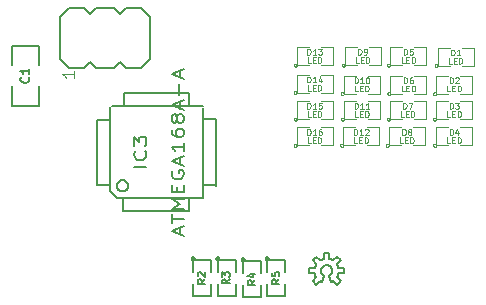
<source format=gto>
G04 ( created by brdgerber.py ( brdgerber.py v0.1 2014-03-12 ) ) date 2015-06-11 19:44:31 EDT*
G04 Gerber Fmt 3.4, Leading zero omitted, Abs format*
%MOIN*%
%FSLAX34Y34*%
G01*
G70*
G90*
G04 APERTURE LIST*
%ADD12C,0.0000*%
%ADD13C,0.0032*%
%ADD10C,0.0640*%
%ADD24R,0.0550X0.0350*%
%ADD11C,0.0040*%
%ADD20R,0.0787X0.0177*%
%ADD21C,0.0080*%
%ADD29C,0.0472*%
%ADD18C,0.0039*%
%ADD14C,0.0050*%
%ADD15C,0.0059*%
%ADD22C,0.0060*%
%ADD26R,0.3000X0.3000*%
%ADD28C,0.0100*%
%ADD16R,0.0350X0.0550*%
%ADD23C,0.0200*%
%ADD17C,0.0043*%
%ADD27R,0.0800X0.0600*%
%ADD25R,0.2000X0.2000*%
%ADD19R,0.0177X0.0787*%
G04 APERTURE END LIST*
G54D12*
D14*
G01X21500Y-04400D02*
G01X21200Y-04100D01*
D14*
G01X21200Y-04100D02*
G01X21200Y-02700D01*
D14*
G01X21200Y-02700D02*
G01X21500Y-02400D01*
D14*
G01X21500Y-02400D02*
G01X22000Y-02400D01*
D14*
G01X22000Y-02400D02*
G01X22200Y-02600D01*
D14*
G01X22200Y-02600D02*
G01X22400Y-02400D01*
D14*
G01X22400Y-02400D02*
G01X23000Y-02400D01*
D14*
G01X23000Y-02400D02*
G01X23200Y-02600D01*
D14*
G01X23200Y-02600D02*
G01X23400Y-02400D01*
D14*
G01X23400Y-02400D02*
G01X23900Y-02400D01*
D14*
G01X23900Y-02400D02*
G01X24200Y-02700D01*
D14*
G01X24200Y-02700D02*
G01X24200Y-04100D01*
D14*
G01X24200Y-04100D02*
G01X23900Y-04400D01*
D14*
G01X23900Y-04400D02*
G01X23400Y-04400D01*
D14*
G01X23400Y-04400D02*
G01X23200Y-04200D01*
D14*
G01X23200Y-04200D02*
G01X23000Y-04400D01*
D14*
G01X23000Y-04400D02*
G01X22400Y-04400D01*
D14*
G01X22400Y-04400D02*
G01X22200Y-04200D01*
D14*
G01X22200Y-04200D02*
G01X22000Y-04400D01*
D14*
G01X22000Y-04400D02*
G01X21500Y-04400D01*
D13*
G01X21662Y-04486D02*
G01X21662Y-04714D01*
D13*
G01X21662Y-04600D02*
G01X21262Y-04600D01*
G01X21319Y-04638D01*
G01X21357Y-04676D01*
G01X21376Y-04714D01*
D15*
G01X30230Y-11525D02*
G01X30231Y-11525D01*
G01X30232Y-11524D01*
G01X30233Y-11524D01*
G01X30234Y-11523D01*
G01X30235Y-11523D01*
G01X30236Y-11523D01*
G01X30237Y-11522D01*
G01X30238Y-11522D01*
G01X30239Y-11521D01*
G01X30240Y-11521D01*
G01X30241Y-11520D01*
G01X30241Y-11520D01*
G01X30242Y-11520D01*
G01X30243Y-11519D01*
G01X30244Y-11519D01*
G01X30245Y-11518D01*
G01X30246Y-11518D01*
G01X30247Y-11517D01*
G01X30248Y-11517D01*
G01X30249Y-11517D01*
G01X30250Y-11516D01*
G01X30251Y-11516D01*
G01X30252Y-11515D01*
G01X30253Y-11515D01*
G01X30254Y-11514D01*
G01X30255Y-11514D01*
G01X30256Y-11513D01*
G01X30256Y-11513D01*
G01X30257Y-11512D01*
G01X30258Y-11512D01*
G01X30259Y-11512D01*
G01X30260Y-11511D01*
G01X30261Y-11511D01*
G01X30262Y-11510D01*
G01X30263Y-11510D01*
G01X30264Y-11509D01*
G01X30265Y-11509D01*
G01X30266Y-11508D01*
G01X30267Y-11508D01*
G01X30268Y-11507D01*
G01X30268Y-11507D01*
G01X30269Y-11506D01*
G01X30270Y-11506D01*
G01X30271Y-11505D01*
G01X30272Y-11505D01*
G01X30273Y-11504D01*
G01X30274Y-11504D01*
G01X30275Y-11503D01*
G01X30276Y-11503D01*
G01X30277Y-11502D01*
G01X30278Y-11502D01*
G01X30278Y-11501D01*
G01X30279Y-11501D01*
G01X30280Y-11500D01*
G01X30281Y-11499D01*
G01X30282Y-11499D01*
G01X30283Y-11498D01*
G01X30284Y-11498D01*
G01X30285Y-11497D01*
G01X30286Y-11497D01*
G01X30287Y-11496D01*
G01X30287Y-11496D01*
G01X30288Y-11495D01*
G01X30289Y-11495D01*
D15*
G01X30290Y-11494D02*
G01X30438Y-11615D01*
D15*
G01X30438Y-11615D02*
G01X30540Y-11513D01*
D15*
G01X30540Y-11513D02*
G01X30419Y-11365D01*
D15*
G01X30419Y-11365D02*
G01X30420Y-11363D01*
G01X30421Y-11361D01*
G01X30422Y-11360D01*
G01X30423Y-11358D01*
G01X30424Y-11356D01*
G01X30426Y-11354D01*
G01X30427Y-11352D01*
G01X30428Y-11351D01*
G01X30429Y-11349D01*
G01X30430Y-11347D01*
G01X30431Y-11345D01*
G01X30432Y-11343D01*
G01X30433Y-11341D01*
G01X30434Y-11340D01*
G01X30435Y-11338D01*
G01X30436Y-11336D01*
G01X30437Y-11334D01*
G01X30438Y-11332D01*
G01X30438Y-11330D01*
G01X30439Y-11328D01*
G01X30440Y-11326D01*
G01X30441Y-11324D01*
G01X30442Y-11323D01*
G01X30443Y-11321D01*
G01X30444Y-11319D01*
G01X30445Y-11317D01*
G01X30446Y-11315D01*
G01X30446Y-11313D01*
G01X30447Y-11311D01*
G01X30448Y-11309D01*
G01X30449Y-11307D01*
G01X30450Y-11305D01*
G01X30451Y-11303D01*
G01X30451Y-11301D01*
G01X30452Y-11299D01*
G01X30453Y-11297D01*
G01X30454Y-11296D01*
G01X30454Y-11294D01*
G01X30455Y-11292D01*
G01X30456Y-11290D01*
G01X30457Y-11288D01*
G01X30457Y-11286D01*
G01X30458Y-11284D01*
G01X30459Y-11282D01*
G01X30459Y-11280D01*
G01X30460Y-11278D01*
G01X30461Y-11276D01*
G01X30461Y-11274D01*
G01X30462Y-11272D01*
G01X30463Y-11270D01*
G01X30463Y-11268D01*
G01X30464Y-11266D01*
G01X30464Y-11264D01*
G01X30465Y-11262D01*
G01X30466Y-11260D01*
G01X30466Y-11258D01*
G01X30467Y-11256D01*
G01X30467Y-11254D01*
G01X30468Y-11251D01*
G01X30468Y-11249D01*
G01X30469Y-11247D01*
G01X30469Y-11245D01*
G01X30470Y-11243D01*
G01X30470Y-11241D01*
D15*
G01X30470Y-11241D02*
G01X30661Y-11221D01*
D15*
G01X30661Y-11221D02*
G01X30661Y-11079D01*
D15*
G01X30661Y-11079D02*
G01X30470Y-11059D01*
D15*
G01X30470Y-11059D02*
G01X30470Y-11057D01*
G01X30469Y-11055D01*
G01X30469Y-11053D01*
G01X30468Y-11051D01*
G01X30468Y-11049D01*
G01X30467Y-11047D01*
G01X30466Y-11045D01*
G01X30466Y-11043D01*
G01X30465Y-11041D01*
G01X30465Y-11039D01*
G01X30464Y-11037D01*
G01X30464Y-11035D01*
G01X30463Y-11033D01*
G01X30462Y-11031D01*
G01X30462Y-11029D01*
G01X30461Y-11027D01*
G01X30460Y-11025D01*
G01X30460Y-11023D01*
G01X30459Y-11021D01*
G01X30458Y-11019D01*
G01X30458Y-11017D01*
G01X30457Y-11015D01*
G01X30456Y-11013D01*
G01X30456Y-11011D01*
G01X30455Y-11009D01*
G01X30454Y-11007D01*
G01X30453Y-11005D01*
G01X30453Y-11003D01*
G01X30452Y-11001D01*
G01X30451Y-10999D01*
G01X30450Y-10997D01*
G01X30450Y-10995D01*
G01X30449Y-10993D01*
G01X30448Y-10991D01*
G01X30447Y-10989D01*
G01X30446Y-10987D01*
G01X30445Y-10985D01*
G01X30445Y-10983D01*
G01X30444Y-10982D01*
G01X30443Y-10980D01*
G01X30442Y-10978D01*
G01X30441Y-10976D01*
G01X30440Y-10974D01*
G01X30439Y-10972D01*
G01X30438Y-10970D01*
G01X30437Y-10968D01*
G01X30436Y-10966D01*
G01X30435Y-10965D01*
G01X30434Y-10963D01*
G01X30434Y-10961D01*
G01X30433Y-10959D01*
G01X30432Y-10957D01*
G01X30431Y-10955D01*
G01X30430Y-10953D01*
G01X30428Y-10952D01*
G01X30427Y-10950D01*
G01X30426Y-10948D01*
G01X30425Y-10946D01*
G01X30424Y-10944D01*
G01X30423Y-10943D01*
G01X30422Y-10941D01*
G01X30421Y-10939D01*
G01X30420Y-10937D01*
G01X30419Y-10935D01*
D15*
G01X30419Y-10935D02*
G01X30540Y-10787D01*
D15*
G01X30540Y-10787D02*
G01X30438Y-10685D01*
D15*
G01X30438Y-10685D02*
G01X30290Y-10806D01*
D15*
G01X30290Y-10806D02*
G01X30288Y-10805D01*
G01X30286Y-10804D01*
G01X30285Y-10803D01*
G01X30283Y-10802D01*
G01X30281Y-10801D01*
G01X30279Y-10799D01*
G01X30277Y-10798D01*
G01X30276Y-10797D01*
G01X30274Y-10796D01*
G01X30272Y-10795D01*
G01X30270Y-10794D01*
G01X30268Y-10793D01*
G01X30266Y-10792D01*
G01X30265Y-10791D01*
G01X30263Y-10790D01*
G01X30261Y-10789D01*
G01X30259Y-10788D01*
G01X30257Y-10787D01*
G01X30255Y-10787D01*
G01X30253Y-10786D01*
G01X30251Y-10785D01*
G01X30249Y-10784D01*
G01X30248Y-10783D01*
G01X30246Y-10782D01*
G01X30244Y-10781D01*
G01X30242Y-10780D01*
G01X30240Y-10779D01*
G01X30238Y-10779D01*
G01X30236Y-10778D01*
G01X30234Y-10777D01*
G01X30232Y-10776D01*
G01X30230Y-10775D01*
G01X30228Y-10774D01*
G01X30226Y-10774D01*
G01X30224Y-10773D01*
G01X30222Y-10772D01*
G01X30221Y-10771D01*
G01X30219Y-10771D01*
G01X30217Y-10770D01*
G01X30215Y-10769D01*
G01X30213Y-10768D01*
G01X30211Y-10768D01*
G01X30209Y-10767D01*
G01X30207Y-10766D01*
G01X30205Y-10766D01*
G01X30203Y-10765D01*
G01X30201Y-10764D01*
G01X30199Y-10764D01*
G01X30197Y-10763D01*
G01X30195Y-10762D01*
G01X30193Y-10762D01*
G01X30191Y-10761D01*
G01X30189Y-10761D01*
G01X30187Y-10760D01*
G01X30185Y-10759D01*
G01X30183Y-10759D01*
G01X30181Y-10758D01*
G01X30179Y-10758D01*
G01X30176Y-10757D01*
G01X30174Y-10757D01*
G01X30172Y-10756D01*
G01X30170Y-10756D01*
G01X30168Y-10755D01*
G01X30166Y-10755D01*
D15*
G01X30166Y-10755D02*
G01X30146Y-10564D01*
D15*
G01X30146Y-10564D02*
G01X30004Y-10564D01*
D15*
G01X30004Y-10564D02*
G01X29984Y-10755D01*
D15*
G01X29984Y-10755D02*
G01X29982Y-10755D01*
G01X29980Y-10756D01*
G01X29978Y-10756D01*
G01X29976Y-10757D01*
G01X29974Y-10757D01*
G01X29972Y-10758D01*
G01X29970Y-10759D01*
G01X29968Y-10759D01*
G01X29966Y-10760D01*
G01X29964Y-10760D01*
G01X29962Y-10761D01*
G01X29960Y-10761D01*
G01X29958Y-10762D01*
G01X29956Y-10763D01*
G01X29954Y-10763D01*
G01X29952Y-10764D01*
G01X29950Y-10765D01*
G01X29948Y-10765D01*
G01X29946Y-10766D01*
G01X29944Y-10767D01*
G01X29942Y-10767D01*
G01X29940Y-10768D01*
G01X29938Y-10769D01*
G01X29936Y-10769D01*
G01X29934Y-10770D01*
G01X29932Y-10771D01*
G01X29930Y-10772D01*
G01X29928Y-10772D01*
G01X29926Y-10773D01*
G01X29924Y-10774D01*
G01X29922Y-10775D01*
G01X29920Y-10775D01*
G01X29918Y-10776D01*
G01X29916Y-10777D01*
G01X29914Y-10778D01*
G01X29912Y-10779D01*
G01X29910Y-10780D01*
G01X29908Y-10780D01*
G01X29907Y-10781D01*
G01X29905Y-10782D01*
G01X29903Y-10783D01*
G01X29901Y-10784D01*
G01X29899Y-10785D01*
G01X29897Y-10786D01*
G01X29895Y-10787D01*
G01X29893Y-10788D01*
G01X29891Y-10789D01*
G01X29890Y-10790D01*
G01X29888Y-10791D01*
G01X29886Y-10791D01*
G01X29884Y-10792D01*
G01X29882Y-10793D01*
G01X29880Y-10794D01*
G01X29878Y-10795D01*
G01X29877Y-10797D01*
G01X29875Y-10798D01*
G01X29873Y-10799D01*
G01X29871Y-10800D01*
G01X29869Y-10801D01*
G01X29868Y-10802D01*
G01X29866Y-10803D01*
G01X29864Y-10804D01*
G01X29862Y-10805D01*
G01X29860Y-10806D01*
D15*
G01X29860Y-10806D02*
G01X29712Y-10685D01*
D15*
G01X29712Y-10685D02*
G01X29610Y-10787D01*
D15*
G01X29610Y-10787D02*
G01X29731Y-10935D01*
D15*
G01X29731Y-10935D02*
G01X29730Y-10937D01*
G01X29729Y-10939D01*
G01X29728Y-10940D01*
G01X29727Y-10942D01*
G01X29726Y-10944D01*
G01X29724Y-10946D01*
G01X29723Y-10948D01*
G01X29722Y-10949D01*
G01X29721Y-10951D01*
G01X29720Y-10953D01*
G01X29719Y-10955D01*
G01X29718Y-10957D01*
G01X29717Y-10959D01*
G01X29716Y-10960D01*
G01X29715Y-10962D01*
G01X29714Y-10964D01*
G01X29713Y-10966D01*
G01X29712Y-10968D01*
G01X29712Y-10970D01*
G01X29711Y-10972D01*
G01X29710Y-10974D01*
G01X29709Y-10976D01*
G01X29708Y-10977D01*
G01X29707Y-10979D01*
G01X29706Y-10981D01*
G01X29705Y-10983D01*
G01X29704Y-10985D01*
G01X29704Y-10987D01*
G01X29703Y-10989D01*
G01X29702Y-10991D01*
G01X29701Y-10993D01*
G01X29700Y-10995D01*
G01X29699Y-10997D01*
G01X29699Y-10999D01*
G01X29698Y-11001D01*
G01X29697Y-11003D01*
G01X29696Y-11004D01*
G01X29696Y-11006D01*
G01X29695Y-11008D01*
G01X29694Y-11010D01*
G01X29693Y-11012D01*
G01X29693Y-11014D01*
G01X29692Y-11016D01*
G01X29691Y-11018D01*
G01X29691Y-11020D01*
G01X29690Y-11022D01*
G01X29689Y-11024D01*
G01X29689Y-11026D01*
G01X29688Y-11028D01*
G01X29687Y-11030D01*
G01X29687Y-11032D01*
G01X29686Y-11034D01*
G01X29686Y-11036D01*
G01X29685Y-11038D01*
G01X29684Y-11040D01*
G01X29684Y-11042D01*
G01X29683Y-11044D01*
G01X29683Y-11046D01*
G01X29682Y-11049D01*
G01X29682Y-11051D01*
G01X29681Y-11053D01*
G01X29681Y-11055D01*
G01X29680Y-11057D01*
G01X29680Y-11059D01*
D15*
G01X29680Y-11059D02*
G01X29489Y-11079D01*
D15*
G01X29489Y-11079D02*
G01X29489Y-11221D01*
D15*
G01X29489Y-11221D02*
G01X29680Y-11241D01*
D15*
G01X29680Y-11241D02*
G01X29680Y-11243D01*
G01X29681Y-11245D01*
G01X29681Y-11247D01*
G01X29682Y-11249D01*
G01X29682Y-11251D01*
G01X29683Y-11253D01*
G01X29684Y-11255D01*
G01X29684Y-11257D01*
G01X29685Y-11259D01*
G01X29685Y-11261D01*
G01X29686Y-11263D01*
G01X29686Y-11265D01*
G01X29687Y-11267D01*
G01X29688Y-11269D01*
G01X29688Y-11271D01*
G01X29689Y-11273D01*
G01X29690Y-11275D01*
G01X29690Y-11277D01*
G01X29691Y-11279D01*
G01X29692Y-11281D01*
G01X29692Y-11283D01*
G01X29693Y-11285D01*
G01X29694Y-11287D01*
G01X29694Y-11289D01*
G01X29695Y-11291D01*
G01X29696Y-11293D01*
G01X29697Y-11295D01*
G01X29697Y-11297D01*
G01X29698Y-11299D01*
G01X29699Y-11301D01*
G01X29700Y-11303D01*
G01X29700Y-11305D01*
G01X29701Y-11307D01*
G01X29702Y-11309D01*
G01X29703Y-11311D01*
G01X29704Y-11313D01*
G01X29705Y-11315D01*
G01X29705Y-11317D01*
G01X29706Y-11318D01*
G01X29707Y-11320D01*
G01X29708Y-11322D01*
G01X29709Y-11324D01*
G01X29710Y-11326D01*
G01X29711Y-11328D01*
G01X29712Y-11330D01*
G01X29713Y-11332D01*
G01X29714Y-11334D01*
G01X29715Y-11335D01*
G01X29716Y-11337D01*
G01X29716Y-11339D01*
G01X29717Y-11341D01*
G01X29718Y-11343D01*
G01X29719Y-11345D01*
G01X29720Y-11347D01*
G01X29722Y-11348D01*
G01X29723Y-11350D01*
G01X29724Y-11352D01*
G01X29725Y-11354D01*
G01X29726Y-11356D01*
G01X29727Y-11357D01*
G01X29728Y-11359D01*
G01X29729Y-11361D01*
G01X29730Y-11363D01*
G01X29731Y-11365D01*
D15*
G01X29731Y-11365D02*
G01X29610Y-11513D01*
D15*
G01X29610Y-11513D02*
G01X29712Y-11615D01*
D15*
G01X29712Y-11615D02*
G01X29860Y-11494D01*
D15*
G01X29860Y-11494D02*
G01X29861Y-11495D01*
G01X29862Y-11495D01*
G01X29863Y-11496D01*
G01X29864Y-11496D01*
G01X29864Y-11497D01*
G01X29865Y-11497D01*
G01X29866Y-11498D01*
G01X29867Y-11498D01*
G01X29868Y-11499D01*
G01X29869Y-11499D01*
G01X29870Y-11500D01*
G01X29871Y-11500D01*
G01X29872Y-11501D01*
G01X29872Y-11501D01*
G01X29873Y-11502D01*
G01X29874Y-11503D01*
G01X29875Y-11503D01*
G01X29876Y-11504D01*
G01X29877Y-11504D01*
G01X29878Y-11505D01*
G01X29879Y-11505D01*
G01X29880Y-11506D01*
G01X29881Y-11506D01*
G01X29882Y-11507D01*
G01X29882Y-11507D01*
G01X29883Y-11508D01*
G01X29884Y-11508D01*
G01X29885Y-11509D01*
G01X29886Y-11509D01*
G01X29887Y-11510D01*
G01X29888Y-11510D01*
G01X29889Y-11510D01*
G01X29890Y-11511D01*
G01X29891Y-11511D01*
G01X29892Y-11512D01*
G01X29893Y-11512D01*
G01X29894Y-11513D01*
G01X29894Y-11513D01*
G01X29895Y-11514D01*
G01X29896Y-11514D01*
G01X29897Y-11515D01*
G01X29898Y-11515D01*
G01X29899Y-11516D01*
G01X29900Y-11516D01*
G01X29901Y-11516D01*
G01X29902Y-11517D01*
G01X29903Y-11517D01*
G01X29904Y-11518D01*
G01X29905Y-11518D01*
G01X29906Y-11519D01*
G01X29907Y-11519D01*
G01X29908Y-11520D01*
G01X29909Y-11520D01*
G01X29910Y-11520D01*
G01X29910Y-11521D01*
G01X29911Y-11521D01*
G01X29912Y-11522D01*
G01X29913Y-11522D01*
G01X29914Y-11522D01*
G01X29915Y-11523D01*
G01X29916Y-11523D01*
G01X29917Y-11524D01*
G01X29918Y-11524D01*
G01X29919Y-11524D01*
D15*
G01X29920Y-11525D02*
G01X30005Y-11320D01*
D15*
G01X30005Y-11320D02*
G01X30002Y-11319D01*
G01X29999Y-11317D01*
G01X29996Y-11316D01*
G01X29993Y-11314D01*
G01X29990Y-11313D01*
G01X29987Y-11311D01*
G01X29984Y-11310D01*
G01X29981Y-11308D01*
G01X29978Y-11306D01*
G01X29975Y-11304D01*
G01X29972Y-11302D01*
G01X29969Y-11301D01*
G01X29967Y-11299D01*
G01X29964Y-11297D01*
G01X29961Y-11294D01*
G01X29959Y-11292D01*
G01X29956Y-11290D01*
G01X29954Y-11288D01*
G01X29951Y-11286D01*
G01X29949Y-11283D01*
G01X29946Y-11281D01*
G01X29944Y-11279D01*
G01X29941Y-11276D01*
G01X29939Y-11274D01*
G01X29937Y-11271D01*
G01X29935Y-11269D01*
G01X29932Y-11266D01*
G01X29930Y-11263D01*
G01X29928Y-11261D01*
G01X29926Y-11258D01*
G01X29924Y-11255D01*
G01X29922Y-11252D01*
G01X29920Y-11250D01*
G01X29919Y-11247D01*
G01X29917Y-11244D01*
G01X29915Y-11241D01*
G01X29914Y-11238D01*
G01X29912Y-11235D01*
G01X29910Y-11232D01*
G01X29909Y-11229D01*
G01X29908Y-11226D01*
G01X29906Y-11223D01*
G01X29905Y-11220D01*
G01X29904Y-11217D01*
G01X29902Y-11213D01*
G01X29901Y-11210D01*
G01X29900Y-11207D01*
G01X29899Y-11204D01*
G01X29898Y-11200D01*
G01X29897Y-11197D01*
G01X29896Y-11194D01*
G01X29896Y-11191D01*
G01X29895Y-11187D01*
G01X29894Y-11184D01*
G01X29894Y-11181D01*
G01X29893Y-11177D01*
G01X29893Y-11174D01*
G01X29892Y-11171D01*
G01X29892Y-11167D01*
G01X29892Y-11164D01*
G01X29891Y-11161D01*
G01X29891Y-11157D01*
G01X29891Y-11154D01*
G01X29891Y-11150D01*
D15*
G01X29891Y-11150D02*
G01X29891Y-11138D01*
G01X29893Y-11125D01*
G01X29895Y-11113D01*
G01X29898Y-11101D01*
G01X29901Y-11089D01*
G01X29906Y-11078D01*
G01X29911Y-11066D01*
G01X29917Y-11055D01*
G01X29924Y-11045D01*
G01X29931Y-11035D01*
G01X29939Y-11026D01*
G01X29948Y-11017D01*
G01X29957Y-11009D01*
G01X29967Y-11001D01*
G01X29977Y-10994D01*
G01X29988Y-10988D01*
G01X29999Y-10982D01*
G01X30011Y-10978D01*
G01X30023Y-10974D01*
G01X30035Y-10970D01*
G01X30047Y-10968D01*
G01X30059Y-10967D01*
G01X30071Y-10966D01*
G01X30084Y-10966D01*
G01X30096Y-10967D01*
G01X30109Y-10969D01*
G01X30121Y-10972D01*
G01X30133Y-10975D01*
G01X30144Y-10980D01*
G01X30156Y-10985D01*
G01X30167Y-10990D01*
G01X30177Y-10997D01*
G01X30187Y-11004D01*
G01X30197Y-11012D01*
G01X30206Y-11021D01*
G01X30214Y-11030D01*
G01X30222Y-11039D01*
G01X30229Y-11050D01*
G01X30236Y-11060D01*
G01X30241Y-11071D01*
G01X30246Y-11083D01*
G01X30250Y-11094D01*
G01X30254Y-11106D01*
G01X30256Y-11118D01*
G01X30258Y-11131D01*
G01X30259Y-11143D01*
G01X30259Y-11155D01*
G01X30258Y-11168D01*
G01X30257Y-11180D01*
G01X30254Y-11192D01*
G01X30251Y-11204D01*
G01X30247Y-11216D01*
G01X30242Y-11227D01*
G01X30236Y-11238D01*
G01X30230Y-11249D01*
G01X30223Y-11259D01*
G01X30215Y-11269D01*
G01X30207Y-11278D01*
G01X30198Y-11287D01*
G01X30188Y-11295D01*
G01X30178Y-11302D01*
G01X30168Y-11309D01*
G01X30157Y-11315D01*
G01X30146Y-11320D01*
D15*
G01X30145Y-11320D02*
G01X30230Y-11525D01*
D18*
G01X30650Y-05250D02*
G01X30650Y-05250D01*
G01X30650Y-05249D01*
G01X30650Y-05248D01*
G01X30650Y-05246D01*
G01X30650Y-05245D01*
G01X30650Y-05244D01*
G01X30649Y-05243D01*
G01X30649Y-05241D01*
G01X30649Y-05240D01*
G01X30649Y-05239D01*
G01X30649Y-05238D01*
G01X30648Y-05237D01*
G01X30648Y-05235D01*
G01X30647Y-05234D01*
G01X30647Y-05233D01*
G01X30647Y-05232D01*
G01X30646Y-05231D01*
G01X30646Y-05230D01*
G01X30645Y-05229D01*
G01X30645Y-05228D01*
G01X30644Y-05226D01*
G01X30644Y-05225D01*
G01X30643Y-05224D01*
G01X30642Y-05223D01*
G01X30642Y-05222D01*
G01X30641Y-05221D01*
G01X30640Y-05220D01*
G01X30639Y-05219D01*
G01X30639Y-05218D01*
G01X30638Y-05217D01*
G01X30637Y-05216D01*
G01X30636Y-05216D01*
G01X30635Y-05215D01*
G01X30634Y-05214D01*
G01X30634Y-05213D01*
G01X30633Y-05212D01*
G01X30632Y-05211D01*
G01X30631Y-05211D01*
G01X30630Y-05210D01*
G01X30629Y-05209D01*
G01X30628Y-05208D01*
G01X30627Y-05208D01*
G01X30626Y-05207D01*
G01X30625Y-05206D01*
G01X30624Y-05206D01*
G01X30622Y-05205D01*
G01X30621Y-05205D01*
G01X30620Y-05204D01*
G01X30619Y-05204D01*
G01X30618Y-05203D01*
G01X30617Y-05203D01*
G01X30616Y-05203D01*
G01X30615Y-05202D01*
G01X30613Y-05202D01*
G01X30612Y-05201D01*
G01X30611Y-05201D01*
G01X30610Y-05201D01*
G01X30609Y-05201D01*
G01X30607Y-05201D01*
G01X30606Y-05200D01*
G01X30605Y-05200D01*
G01X30604Y-05200D01*
G01X30602Y-05200D01*
G01X30601Y-05200D01*
G01X30600Y-05200D01*
G01X30599Y-05200D01*
G01X30598Y-05200D01*
G01X30596Y-05200D01*
G01X30595Y-05200D01*
G01X30594Y-05200D01*
G01X30593Y-05201D01*
G01X30591Y-05201D01*
G01X30590Y-05201D01*
G01X30589Y-05201D01*
G01X30588Y-05201D01*
G01X30587Y-05202D01*
G01X30585Y-05202D01*
G01X30584Y-05203D01*
G01X30583Y-05203D01*
G01X30582Y-05203D01*
G01X30581Y-05204D01*
G01X30580Y-05204D01*
G01X30579Y-05205D01*
G01X30578Y-05205D01*
G01X30576Y-05206D01*
G01X30575Y-05206D01*
G01X30574Y-05207D01*
G01X30573Y-05208D01*
G01X30572Y-05208D01*
G01X30571Y-05209D01*
G01X30570Y-05210D01*
G01X30569Y-05211D01*
G01X30568Y-05211D01*
G01X30567Y-05212D01*
G01X30566Y-05213D01*
G01X30566Y-05214D01*
G01X30565Y-05215D01*
G01X30564Y-05216D01*
G01X30563Y-05216D01*
G01X30562Y-05217D01*
G01X30561Y-05218D01*
G01X30561Y-05219D01*
G01X30560Y-05220D01*
G01X30559Y-05221D01*
G01X30558Y-05222D01*
G01X30558Y-05223D01*
G01X30557Y-05224D01*
G01X30556Y-05225D01*
G01X30556Y-05226D01*
G01X30555Y-05228D01*
G01X30555Y-05229D01*
G01X30554Y-05230D01*
G01X30554Y-05231D01*
G01X30553Y-05232D01*
G01X30553Y-05233D01*
G01X30553Y-05234D01*
G01X30552Y-05235D01*
G01X30552Y-05237D01*
G01X30551Y-05238D01*
G01X30551Y-05239D01*
G01X30551Y-05240D01*
G01X30551Y-05241D01*
G01X30551Y-05243D01*
G01X30550Y-05244D01*
G01X30550Y-05245D01*
G01X30550Y-05246D01*
G01X30550Y-05248D01*
G01X30550Y-05249D01*
G01X30550Y-05250D01*
G01X30550Y-05251D01*
G01X30550Y-05252D01*
G01X30550Y-05254D01*
G01X30550Y-05255D01*
G01X30550Y-05256D01*
G01X30551Y-05257D01*
G01X30551Y-05259D01*
G01X30551Y-05260D01*
G01X30551Y-05261D01*
G01X30551Y-05262D01*
G01X30552Y-05263D01*
G01X30552Y-05265D01*
G01X30553Y-05266D01*
G01X30553Y-05267D01*
G01X30553Y-05268D01*
G01X30554Y-05269D01*
G01X30554Y-05270D01*
G01X30555Y-05271D01*
G01X30555Y-05272D01*
G01X30556Y-05274D01*
G01X30556Y-05275D01*
G01X30557Y-05276D01*
G01X30558Y-05277D01*
G01X30558Y-05278D01*
G01X30559Y-05279D01*
G01X30560Y-05280D01*
G01X30561Y-05281D01*
G01X30561Y-05282D01*
G01X30562Y-05283D01*
G01X30563Y-05284D01*
G01X30564Y-05284D01*
G01X30565Y-05285D01*
G01X30566Y-05286D01*
G01X30566Y-05287D01*
G01X30567Y-05288D01*
G01X30568Y-05289D01*
G01X30569Y-05289D01*
G01X30570Y-05290D01*
G01X30571Y-05291D01*
G01X30572Y-05292D01*
G01X30573Y-05292D01*
G01X30574Y-05293D01*
G01X30575Y-05294D01*
G01X30576Y-05294D01*
G01X30578Y-05295D01*
G01X30579Y-05295D01*
G01X30580Y-05296D01*
G01X30581Y-05296D01*
G01X30582Y-05297D01*
G01X30583Y-05297D01*
G01X30584Y-05297D01*
G01X30585Y-05298D01*
G01X30587Y-05298D01*
G01X30588Y-05299D01*
G01X30589Y-05299D01*
G01X30590Y-05299D01*
G01X30591Y-05299D01*
G01X30593Y-05299D01*
G01X30594Y-05300D01*
G01X30595Y-05300D01*
G01X30596Y-05300D01*
G01X30598Y-05300D01*
G01X30599Y-05300D01*
G01X30600Y-05300D01*
G01X30601Y-05300D01*
G01X30602Y-05300D01*
G01X30604Y-05300D01*
G01X30605Y-05300D01*
G01X30606Y-05300D01*
G01X30607Y-05299D01*
G01X30609Y-05299D01*
G01X30610Y-05299D01*
G01X30611Y-05299D01*
G01X30612Y-05299D01*
G01X30613Y-05298D01*
G01X30615Y-05298D01*
G01X30616Y-05297D01*
G01X30617Y-05297D01*
G01X30618Y-05297D01*
G01X30619Y-05296D01*
G01X30620Y-05296D01*
G01X30621Y-05295D01*
G01X30622Y-05295D01*
G01X30624Y-05294D01*
G01X30625Y-05294D01*
G01X30626Y-05293D01*
G01X30627Y-05292D01*
G01X30628Y-05292D01*
G01X30629Y-05291D01*
G01X30630Y-05290D01*
G01X30631Y-05289D01*
G01X30632Y-05289D01*
G01X30633Y-05288D01*
G01X30634Y-05287D01*
G01X30634Y-05286D01*
G01X30635Y-05285D01*
G01X30636Y-05284D01*
G01X30637Y-05284D01*
G01X30638Y-05283D01*
G01X30639Y-05282D01*
G01X30639Y-05281D01*
G01X30640Y-05280D01*
G01X30641Y-05279D01*
G01X30642Y-05278D01*
G01X30642Y-05277D01*
G01X30643Y-05276D01*
G01X30644Y-05275D01*
G01X30644Y-05274D01*
G01X30645Y-05272D01*
G01X30645Y-05271D01*
G01X30646Y-05270D01*
G01X30646Y-05269D01*
G01X30647Y-05268D01*
G01X30647Y-05267D01*
G01X30647Y-05266D01*
G01X30648Y-05265D01*
G01X30648Y-05263D01*
G01X30649Y-05262D01*
G01X30649Y-05261D01*
G01X30649Y-05260D01*
G01X30649Y-05259D01*
G01X30649Y-05257D01*
G01X30650Y-05256D01*
G01X30650Y-05255D01*
G01X30650Y-05254D01*
G01X30650Y-05252D01*
G01X30650Y-05251D01*
G01X30650Y-05250D01*
D18*
G01X31050Y-05250D02*
G01X30650Y-05250D01*
D18*
G01X30650Y-05250D02*
G01X30650Y-04650D01*
D18*
G01X30650Y-04650D02*
G01X31050Y-04650D01*
D18*
G01X31450Y-04650D02*
G01X31850Y-04650D01*
D18*
G01X31850Y-04650D02*
G01X31850Y-05250D01*
D18*
G01X31850Y-05250D02*
G01X31450Y-05250D01*
D17*
G01X31011Y-04905D02*
G01X31011Y-04708D01*
G01X31058Y-04708D01*
G01X31086Y-04717D01*
G01X31105Y-04736D01*
G01X31114Y-04755D01*
G01X31123Y-04792D01*
G01X31123Y-04820D01*
G01X31114Y-04858D01*
G01X31105Y-04877D01*
G01X31086Y-04895D01*
G01X31058Y-04905D01*
G01X31011Y-04905D01*
D17*
G01X31311Y-04905D02*
G01X31198Y-04905D01*
D17*
G01X31255Y-04905D02*
G01X31255Y-04708D01*
G01X31236Y-04736D01*
G01X31217Y-04755D01*
G01X31198Y-04764D01*
D17*
G01X31433Y-04708D02*
G01X31452Y-04708D01*
G01X31470Y-04717D01*
G01X31480Y-04727D01*
G01X31489Y-04745D01*
G01X31499Y-04783D01*
G01X31499Y-04830D01*
G01X31489Y-04867D01*
G01X31480Y-04886D01*
G01X31470Y-04895D01*
G01X31452Y-04905D01*
G01X31433Y-04905D01*
G01X31414Y-04895D01*
G01X31405Y-04886D01*
G01X31395Y-04867D01*
G01X31386Y-04830D01*
G01X31386Y-04783D01*
G01X31395Y-04745D01*
G01X31405Y-04727D01*
G01X31414Y-04717D01*
G01X31433Y-04708D01*
D17*
G01X31123Y-05180D02*
G01X31030Y-05180D01*
G01X31030Y-04983D01*
D17*
G01X31189Y-05077D02*
G01X31255Y-05077D01*
D17*
G01X31283Y-05180D02*
G01X31189Y-05180D01*
G01X31189Y-04983D01*
G01X31283Y-04983D01*
D17*
G01X31367Y-05180D02*
G01X31367Y-04983D01*
G01X31414Y-04983D01*
G01X31442Y-04992D01*
G01X31461Y-05011D01*
G01X31470Y-05030D01*
G01X31480Y-05067D01*
G01X31480Y-05095D01*
G01X31470Y-05133D01*
G01X31461Y-05152D01*
G01X31442Y-05170D01*
G01X31414Y-05180D01*
G01X31367Y-05180D01*
D22*
G01X25490Y-05220D02*
G01X25490Y-05670D01*
D22*
G01X23310Y-05220D02*
G01X23310Y-05660D01*
D22*
G01X25490Y-05220D02*
G01X23310Y-05220D01*
D22*
G01X25960Y-06100D02*
G01X26390Y-06100D01*
D22*
G01X25970Y-08310D02*
G01X26390Y-08310D01*
D22*
G01X26390Y-08320D02*
G01X26400Y-06100D01*
D22*
G01X22420Y-08300D02*
G01X22410Y-06130D01*
D22*
G01X23110Y-08730D02*
G01X25940Y-08730D01*
D22*
G01X22420Y-06120D02*
G01X22830Y-06120D01*
D22*
G01X22870Y-08480D02*
G01X22870Y-05700D01*
D22*
G01X25950Y-05680D02*
G01X22910Y-05680D01*
D22*
G01X25950Y-08730D02*
G01X25950Y-05730D01*
D22*
G01X23280Y-09180D02*
G01X25500Y-09180D01*
D22*
G01X25500Y-09180D02*
G01X25500Y-08730D01*
D22*
G01X23100Y-08726D02*
G01X22870Y-08496D01*
D22*
G01X23280Y-09178D02*
G01X23280Y-08726D01*
D22*
G01X22870Y-08300D02*
G01X22418Y-08300D01*
D22*
G01X23463Y-08318D02*
G01X23463Y-08318D01*
G01X23463Y-08313D01*
G01X23463Y-08309D01*
G01X23462Y-08304D01*
G01X23462Y-08299D01*
G01X23462Y-08295D01*
G01X23461Y-08290D01*
G01X23460Y-08286D01*
G01X23459Y-08281D01*
G01X23458Y-08277D01*
G01X23457Y-08272D01*
G01X23456Y-08268D01*
G01X23455Y-08263D01*
G01X23453Y-08259D01*
G01X23452Y-08254D01*
G01X23450Y-08250D01*
G01X23449Y-08246D01*
G01X23447Y-08241D01*
G01X23445Y-08237D01*
G01X23443Y-08233D01*
G01X23441Y-08229D01*
G01X23438Y-08225D01*
G01X23436Y-08221D01*
G01X23434Y-08217D01*
G01X23431Y-08213D01*
G01X23429Y-08209D01*
G01X23426Y-08205D01*
G01X23423Y-08202D01*
G01X23420Y-08198D01*
G01X23417Y-08195D01*
G01X23414Y-08191D01*
G01X23411Y-08188D01*
G01X23408Y-08184D01*
G01X23404Y-08181D01*
G01X23401Y-08178D01*
G01X23397Y-08175D01*
G01X23394Y-08172D01*
G01X23390Y-08169D01*
G01X23387Y-08166D01*
G01X23383Y-08163D01*
G01X23379Y-08161D01*
G01X23375Y-08158D01*
G01X23371Y-08156D01*
G01X23367Y-08154D01*
G01X23363Y-08151D01*
G01X23359Y-08149D01*
G01X23355Y-08147D01*
G01X23351Y-08145D01*
G01X23346Y-08143D01*
G01X23342Y-08142D01*
G01X23338Y-08140D01*
G01X23333Y-08139D01*
G01X23329Y-08137D01*
G01X23324Y-08136D01*
G01X23320Y-08135D01*
G01X23315Y-08134D01*
G01X23311Y-08133D01*
G01X23306Y-08132D01*
G01X23302Y-08131D01*
G01X23297Y-08130D01*
G01X23293Y-08130D01*
G01X23288Y-08130D01*
G01X23283Y-08129D01*
G01X23279Y-08129D01*
G01X23274Y-08129D01*
G01X23269Y-08129D01*
G01X23265Y-08129D01*
G01X23260Y-08130D01*
G01X23255Y-08130D01*
G01X23251Y-08130D01*
G01X23246Y-08131D01*
G01X23242Y-08132D01*
G01X23237Y-08133D01*
G01X23233Y-08134D01*
G01X23228Y-08135D01*
G01X23224Y-08136D01*
G01X23219Y-08137D01*
G01X23215Y-08139D01*
G01X23210Y-08140D01*
G01X23206Y-08142D01*
G01X23202Y-08143D01*
G01X23197Y-08145D01*
G01X23193Y-08147D01*
G01X23189Y-08149D01*
G01X23185Y-08151D01*
G01X23181Y-08154D01*
G01X23177Y-08156D01*
G01X23173Y-08158D01*
G01X23169Y-08161D01*
G01X23165Y-08163D01*
G01X23161Y-08166D01*
G01X23158Y-08169D01*
G01X23154Y-08172D01*
G01X23151Y-08175D01*
G01X23147Y-08178D01*
G01X23144Y-08181D01*
G01X23140Y-08184D01*
G01X23137Y-08188D01*
G01X23134Y-08191D01*
G01X23131Y-08195D01*
G01X23128Y-08198D01*
G01X23125Y-08202D01*
G01X23122Y-08205D01*
G01X23119Y-08209D01*
G01X23117Y-08213D01*
G01X23114Y-08217D01*
G01X23112Y-08221D01*
G01X23110Y-08225D01*
G01X23107Y-08229D01*
G01X23105Y-08233D01*
G01X23103Y-08237D01*
G01X23101Y-08241D01*
G01X23099Y-08246D01*
G01X23098Y-08250D01*
G01X23096Y-08254D01*
G01X23095Y-08259D01*
G01X23093Y-08263D01*
G01X23092Y-08268D01*
G01X23091Y-08272D01*
G01X23090Y-08277D01*
G01X23089Y-08281D01*
G01X23088Y-08286D01*
G01X23087Y-08290D01*
G01X23086Y-08295D01*
G01X23086Y-08299D01*
G01X23086Y-08304D01*
G01X23085Y-08309D01*
G01X23085Y-08313D01*
G01X23085Y-08318D01*
G01X23085Y-08323D01*
G01X23085Y-08327D01*
G01X23086Y-08332D01*
G01X23086Y-08337D01*
G01X23086Y-08341D01*
G01X23087Y-08346D01*
G01X23088Y-08350D01*
G01X23089Y-08355D01*
G01X23090Y-08359D01*
G01X23091Y-08364D01*
G01X23092Y-08368D01*
G01X23093Y-08373D01*
G01X23095Y-08377D01*
G01X23096Y-08382D01*
G01X23098Y-08386D01*
G01X23099Y-08390D01*
G01X23101Y-08395D01*
G01X23103Y-08399D01*
G01X23105Y-08403D01*
G01X23107Y-08407D01*
G01X23110Y-08411D01*
G01X23112Y-08415D01*
G01X23114Y-08419D01*
G01X23117Y-08423D01*
G01X23119Y-08427D01*
G01X23122Y-08431D01*
G01X23125Y-08434D01*
G01X23128Y-08438D01*
G01X23131Y-08441D01*
G01X23134Y-08445D01*
G01X23137Y-08448D01*
G01X23140Y-08452D01*
G01X23144Y-08455D01*
G01X23147Y-08458D01*
G01X23151Y-08461D01*
G01X23154Y-08464D01*
G01X23158Y-08467D01*
G01X23161Y-08470D01*
G01X23165Y-08473D01*
G01X23169Y-08475D01*
G01X23173Y-08478D01*
G01X23177Y-08480D01*
G01X23181Y-08482D01*
G01X23185Y-08485D01*
G01X23189Y-08487D01*
G01X23193Y-08489D01*
G01X23197Y-08491D01*
G01X23202Y-08493D01*
G01X23206Y-08494D01*
G01X23210Y-08496D01*
G01X23215Y-08497D01*
G01X23219Y-08499D01*
G01X23224Y-08500D01*
G01X23228Y-08501D01*
G01X23233Y-08502D01*
G01X23237Y-08503D01*
G01X23242Y-08504D01*
G01X23246Y-08505D01*
G01X23251Y-08506D01*
G01X23255Y-08506D01*
G01X23260Y-08506D01*
G01X23265Y-08507D01*
G01X23269Y-08507D01*
G01X23274Y-08507D01*
G01X23279Y-08507D01*
G01X23283Y-08507D01*
G01X23288Y-08506D01*
G01X23293Y-08506D01*
G01X23297Y-08506D01*
G01X23302Y-08505D01*
G01X23306Y-08504D01*
G01X23311Y-08503D01*
G01X23315Y-08502D01*
G01X23320Y-08501D01*
G01X23324Y-08500D01*
G01X23329Y-08499D01*
G01X23333Y-08497D01*
G01X23338Y-08496D01*
G01X23342Y-08494D01*
G01X23346Y-08493D01*
G01X23351Y-08491D01*
G01X23355Y-08489D01*
G01X23359Y-08487D01*
G01X23363Y-08485D01*
G01X23367Y-08482D01*
G01X23371Y-08480D01*
G01X23375Y-08478D01*
G01X23379Y-08475D01*
G01X23383Y-08473D01*
G01X23387Y-08470D01*
G01X23390Y-08467D01*
G01X23394Y-08464D01*
G01X23397Y-08461D01*
G01X23401Y-08458D01*
G01X23404Y-08455D01*
G01X23408Y-08452D01*
G01X23411Y-08448D01*
G01X23414Y-08445D01*
G01X23417Y-08441D01*
G01X23420Y-08438D01*
G01X23423Y-08434D01*
G01X23426Y-08431D01*
G01X23429Y-08427D01*
G01X23431Y-08423D01*
G01X23434Y-08419D01*
G01X23436Y-08415D01*
G01X23438Y-08411D01*
G01X23441Y-08407D01*
G01X23443Y-08403D01*
G01X23445Y-08399D01*
G01X23447Y-08395D01*
G01X23449Y-08390D01*
G01X23450Y-08386D01*
G01X23452Y-08382D01*
G01X23453Y-08377D01*
G01X23455Y-08373D01*
G01X23456Y-08368D01*
G01X23457Y-08364D01*
G01X23458Y-08359D01*
G01X23459Y-08355D01*
G01X23460Y-08350D01*
G01X23461Y-08346D01*
G01X23462Y-08341D01*
G01X23462Y-08337D01*
G01X23462Y-08332D01*
G01X23463Y-08327D01*
G01X23463Y-08323D01*
G01X23463Y-08318D01*
D21*
G01X24062Y-07688D02*
G01X23662Y-07688D01*
D21*
G01X24024Y-07164D02*
G01X24043Y-07188D01*
G01X24062Y-07260D01*
G01X24062Y-07307D01*
G01X24043Y-07379D01*
G01X24005Y-07426D01*
G01X23967Y-07450D01*
G01X23890Y-07474D01*
G01X23833Y-07474D01*
G01X23757Y-07450D01*
G01X23719Y-07426D01*
G01X23681Y-07379D01*
G01X23662Y-07307D01*
G01X23662Y-07260D01*
G01X23681Y-07188D01*
G01X23700Y-07164D01*
D21*
G01X23662Y-06998D02*
G01X23662Y-06688D01*
G01X23814Y-06855D01*
G01X23814Y-06783D01*
G01X23833Y-06736D01*
G01X23852Y-06712D01*
G01X23890Y-06688D01*
G01X23986Y-06688D01*
G01X24024Y-06712D01*
G01X24043Y-06736D01*
G01X24062Y-06783D01*
G01X24062Y-06926D01*
G01X24043Y-06974D01*
G01X24024Y-06998D01*
D21*
G01X25198Y-09938D02*
G01X25198Y-09700D01*
D21*
G01X25312Y-09986D02*
G01X24912Y-09819D01*
G01X25312Y-09652D01*
D21*
G01X24912Y-09557D02*
G01X24912Y-09271D01*
D21*
G01X25312Y-09414D02*
G01X24912Y-09414D01*
D21*
G01X25312Y-09105D02*
G01X24912Y-09105D01*
G01X25198Y-08938D01*
G01X24912Y-08771D01*
G01X25312Y-08771D01*
D21*
G01X25102Y-08533D02*
G01X25102Y-08367D01*
D21*
G01X25312Y-08295D02*
G01X25312Y-08533D01*
G01X24912Y-08533D01*
G01X24912Y-08295D01*
D21*
G01X24931Y-07819D02*
G01X24912Y-07867D01*
G01X24912Y-07938D01*
G01X24931Y-08010D01*
G01X24969Y-08057D01*
G01X25007Y-08081D01*
G01X25083Y-08105D01*
G01X25140Y-08105D01*
G01X25217Y-08081D01*
G01X25255Y-08057D01*
G01X25293Y-08010D01*
G01X25312Y-07938D01*
G01X25312Y-07890D01*
G01X25293Y-07819D01*
G01X25274Y-07795D01*
G01X25140Y-07795D01*
G01X25140Y-07890D01*
D21*
G01X25198Y-07605D02*
G01X25198Y-07367D01*
D21*
G01X25312Y-07652D02*
G01X24912Y-07486D01*
G01X25312Y-07319D01*
D21*
G01X25312Y-06890D02*
G01X25312Y-07176D01*
D21*
G01X25312Y-07033D02*
G01X24912Y-07033D01*
G01X24969Y-07081D01*
G01X25007Y-07129D01*
G01X25026Y-07176D01*
D21*
G01X24912Y-06462D02*
G01X24912Y-06557D01*
G01X24931Y-06605D01*
G01X24950Y-06629D01*
G01X25007Y-06676D01*
G01X25083Y-06700D01*
G01X25236Y-06700D01*
G01X25274Y-06676D01*
G01X25293Y-06652D01*
G01X25312Y-06605D01*
G01X25312Y-06510D01*
G01X25293Y-06462D01*
G01X25274Y-06438D01*
G01X25236Y-06414D01*
G01X25140Y-06414D01*
G01X25102Y-06438D01*
G01X25083Y-06462D01*
G01X25064Y-06510D01*
G01X25064Y-06605D01*
G01X25083Y-06652D01*
G01X25102Y-06676D01*
G01X25140Y-06700D01*
D21*
G01X25083Y-06129D02*
G01X25064Y-06176D01*
G01X25045Y-06200D01*
G01X25007Y-06224D01*
G01X24988Y-06224D01*
G01X24950Y-06200D01*
G01X24931Y-06176D01*
G01X24912Y-06129D01*
G01X24912Y-06033D01*
G01X24931Y-05986D01*
G01X24950Y-05962D01*
G01X24988Y-05938D01*
G01X25007Y-05938D01*
G01X25045Y-05962D01*
G01X25064Y-05986D01*
G01X25083Y-06033D01*
G01X25083Y-06129D01*
G01X25102Y-06176D01*
G01X25121Y-06200D01*
G01X25160Y-06224D01*
G01X25236Y-06224D01*
G01X25274Y-06200D01*
G01X25293Y-06176D01*
G01X25312Y-06129D01*
G01X25312Y-06033D01*
G01X25293Y-05986D01*
G01X25274Y-05962D01*
G01X25236Y-05938D01*
G01X25160Y-05938D01*
G01X25121Y-05962D01*
G01X25102Y-05986D01*
G01X25083Y-06033D01*
D21*
G01X25198Y-05748D02*
G01X25198Y-05510D01*
D21*
G01X25312Y-05795D02*
G01X24912Y-05629D01*
G01X25312Y-05462D01*
D21*
G01X25160Y-05295D02*
G01X25160Y-04914D01*
D21*
G01X25198Y-04700D02*
G01X25198Y-04462D01*
D21*
G01X25312Y-04748D02*
G01X24912Y-04581D01*
G01X25312Y-04414D01*
D18*
G01X30675Y-04300D02*
G01X30675Y-04300D01*
G01X30675Y-04299D01*
G01X30675Y-04298D01*
G01X30675Y-04296D01*
G01X30675Y-04295D01*
G01X30675Y-04294D01*
G01X30674Y-04293D01*
G01X30674Y-04291D01*
G01X30674Y-04290D01*
G01X30674Y-04289D01*
G01X30674Y-04288D01*
G01X30673Y-04287D01*
G01X30673Y-04285D01*
G01X30672Y-04284D01*
G01X30672Y-04283D01*
G01X30672Y-04282D01*
G01X30671Y-04281D01*
G01X30671Y-04280D01*
G01X30670Y-04279D01*
G01X30670Y-04278D01*
G01X30669Y-04276D01*
G01X30669Y-04275D01*
G01X30668Y-04274D01*
G01X30667Y-04273D01*
G01X30667Y-04272D01*
G01X30666Y-04271D01*
G01X30665Y-04270D01*
G01X30664Y-04269D01*
G01X30664Y-04268D01*
G01X30663Y-04267D01*
G01X30662Y-04266D01*
G01X30661Y-04266D01*
G01X30660Y-04265D01*
G01X30659Y-04264D01*
G01X30659Y-04263D01*
G01X30658Y-04262D01*
G01X30657Y-04261D01*
G01X30656Y-04261D01*
G01X30655Y-04260D01*
G01X30654Y-04259D01*
G01X30653Y-04258D01*
G01X30652Y-04258D01*
G01X30651Y-04257D01*
G01X30650Y-04256D01*
G01X30649Y-04256D01*
G01X30647Y-04255D01*
G01X30646Y-04255D01*
G01X30645Y-04254D01*
G01X30644Y-04254D01*
G01X30643Y-04253D01*
G01X30642Y-04253D01*
G01X30641Y-04253D01*
G01X30640Y-04252D01*
G01X30638Y-04252D01*
G01X30637Y-04251D01*
G01X30636Y-04251D01*
G01X30635Y-04251D01*
G01X30634Y-04251D01*
G01X30632Y-04251D01*
G01X30631Y-04250D01*
G01X30630Y-04250D01*
G01X30629Y-04250D01*
G01X30627Y-04250D01*
G01X30626Y-04250D01*
G01X30625Y-04250D01*
G01X30624Y-04250D01*
G01X30623Y-04250D01*
G01X30621Y-04250D01*
G01X30620Y-04250D01*
G01X30619Y-04250D01*
G01X30618Y-04251D01*
G01X30616Y-04251D01*
G01X30615Y-04251D01*
G01X30614Y-04251D01*
G01X30613Y-04251D01*
G01X30612Y-04252D01*
G01X30610Y-04252D01*
G01X30609Y-04253D01*
G01X30608Y-04253D01*
G01X30607Y-04253D01*
G01X30606Y-04254D01*
G01X30605Y-04254D01*
G01X30604Y-04255D01*
G01X30603Y-04255D01*
G01X30601Y-04256D01*
G01X30600Y-04256D01*
G01X30599Y-04257D01*
G01X30598Y-04258D01*
G01X30597Y-04258D01*
G01X30596Y-04259D01*
G01X30595Y-04260D01*
G01X30594Y-04261D01*
G01X30593Y-04261D01*
G01X30592Y-04262D01*
G01X30591Y-04263D01*
G01X30591Y-04264D01*
G01X30590Y-04265D01*
G01X30589Y-04266D01*
G01X30588Y-04266D01*
G01X30587Y-04267D01*
G01X30586Y-04268D01*
G01X30586Y-04269D01*
G01X30585Y-04270D01*
G01X30584Y-04271D01*
G01X30583Y-04272D01*
G01X30583Y-04273D01*
G01X30582Y-04274D01*
G01X30581Y-04275D01*
G01X30581Y-04276D01*
G01X30580Y-04278D01*
G01X30580Y-04279D01*
G01X30579Y-04280D01*
G01X30579Y-04281D01*
G01X30578Y-04282D01*
G01X30578Y-04283D01*
G01X30578Y-04284D01*
G01X30577Y-04285D01*
G01X30577Y-04287D01*
G01X30576Y-04288D01*
G01X30576Y-04289D01*
G01X30576Y-04290D01*
G01X30576Y-04291D01*
G01X30576Y-04293D01*
G01X30575Y-04294D01*
G01X30575Y-04295D01*
G01X30575Y-04296D01*
G01X30575Y-04298D01*
G01X30575Y-04299D01*
G01X30575Y-04300D01*
G01X30575Y-04301D01*
G01X30575Y-04302D01*
G01X30575Y-04304D01*
G01X30575Y-04305D01*
G01X30575Y-04306D01*
G01X30576Y-04307D01*
G01X30576Y-04309D01*
G01X30576Y-04310D01*
G01X30576Y-04311D01*
G01X30576Y-04312D01*
G01X30577Y-04313D01*
G01X30577Y-04315D01*
G01X30578Y-04316D01*
G01X30578Y-04317D01*
G01X30578Y-04318D01*
G01X30579Y-04319D01*
G01X30579Y-04320D01*
G01X30580Y-04321D01*
G01X30580Y-04322D01*
G01X30581Y-04324D01*
G01X30581Y-04325D01*
G01X30582Y-04326D01*
G01X30583Y-04327D01*
G01X30583Y-04328D01*
G01X30584Y-04329D01*
G01X30585Y-04330D01*
G01X30586Y-04331D01*
G01X30586Y-04332D01*
G01X30587Y-04333D01*
G01X30588Y-04334D01*
G01X30589Y-04334D01*
G01X30590Y-04335D01*
G01X30591Y-04336D01*
G01X30591Y-04337D01*
G01X30592Y-04338D01*
G01X30593Y-04339D01*
G01X30594Y-04339D01*
G01X30595Y-04340D01*
G01X30596Y-04341D01*
G01X30597Y-04342D01*
G01X30598Y-04342D01*
G01X30599Y-04343D01*
G01X30600Y-04344D01*
G01X30601Y-04344D01*
G01X30603Y-04345D01*
G01X30604Y-04345D01*
G01X30605Y-04346D01*
G01X30606Y-04346D01*
G01X30607Y-04347D01*
G01X30608Y-04347D01*
G01X30609Y-04347D01*
G01X30610Y-04348D01*
G01X30612Y-04348D01*
G01X30613Y-04349D01*
G01X30614Y-04349D01*
G01X30615Y-04349D01*
G01X30616Y-04349D01*
G01X30618Y-04349D01*
G01X30619Y-04350D01*
G01X30620Y-04350D01*
G01X30621Y-04350D01*
G01X30623Y-04350D01*
G01X30624Y-04350D01*
G01X30625Y-04350D01*
G01X30626Y-04350D01*
G01X30627Y-04350D01*
G01X30629Y-04350D01*
G01X30630Y-04350D01*
G01X30631Y-04350D01*
G01X30632Y-04349D01*
G01X30634Y-04349D01*
G01X30635Y-04349D01*
G01X30636Y-04349D01*
G01X30637Y-04349D01*
G01X30638Y-04348D01*
G01X30640Y-04348D01*
G01X30641Y-04347D01*
G01X30642Y-04347D01*
G01X30643Y-04347D01*
G01X30644Y-04346D01*
G01X30645Y-04346D01*
G01X30646Y-04345D01*
G01X30647Y-04345D01*
G01X30649Y-04344D01*
G01X30650Y-04344D01*
G01X30651Y-04343D01*
G01X30652Y-04342D01*
G01X30653Y-04342D01*
G01X30654Y-04341D01*
G01X30655Y-04340D01*
G01X30656Y-04339D01*
G01X30657Y-04339D01*
G01X30658Y-04338D01*
G01X30659Y-04337D01*
G01X30659Y-04336D01*
G01X30660Y-04335D01*
G01X30661Y-04334D01*
G01X30662Y-04334D01*
G01X30663Y-04333D01*
G01X30664Y-04332D01*
G01X30664Y-04331D01*
G01X30665Y-04330D01*
G01X30666Y-04329D01*
G01X30667Y-04328D01*
G01X30667Y-04327D01*
G01X30668Y-04326D01*
G01X30669Y-04325D01*
G01X30669Y-04324D01*
G01X30670Y-04322D01*
G01X30670Y-04321D01*
G01X30671Y-04320D01*
G01X30671Y-04319D01*
G01X30672Y-04318D01*
G01X30672Y-04317D01*
G01X30672Y-04316D01*
G01X30673Y-04315D01*
G01X30673Y-04313D01*
G01X30674Y-04312D01*
G01X30674Y-04311D01*
G01X30674Y-04310D01*
G01X30674Y-04309D01*
G01X30674Y-04307D01*
G01X30675Y-04306D01*
G01X30675Y-04305D01*
G01X30675Y-04304D01*
G01X30675Y-04302D01*
G01X30675Y-04301D01*
G01X30675Y-04300D01*
D18*
G01X31075Y-04300D02*
G01X30675Y-04300D01*
D18*
G01X30675Y-04300D02*
G01X30675Y-03700D01*
D18*
G01X30675Y-03700D02*
G01X31075Y-03700D01*
D18*
G01X31475Y-03700D02*
G01X31875Y-03700D01*
D18*
G01X31875Y-03700D02*
G01X31875Y-04300D01*
D18*
G01X31875Y-04300D02*
G01X31475Y-04300D01*
D17*
G01X31130Y-03955D02*
G01X31130Y-03758D01*
G01X31176Y-03758D01*
G01X31205Y-03767D01*
G01X31223Y-03786D01*
G01X31233Y-03805D01*
G01X31242Y-03842D01*
G01X31242Y-03870D01*
G01X31233Y-03908D01*
G01X31223Y-03927D01*
G01X31205Y-03945D01*
G01X31176Y-03955D01*
G01X31130Y-03955D01*
D17*
G01X31336Y-03955D02*
G01X31374Y-03955D01*
G01X31392Y-03945D01*
G01X31402Y-03936D01*
G01X31420Y-03908D01*
G01X31430Y-03870D01*
G01X31430Y-03795D01*
G01X31420Y-03776D01*
G01X31411Y-03767D01*
G01X31392Y-03758D01*
G01X31355Y-03758D01*
G01X31336Y-03767D01*
G01X31327Y-03776D01*
G01X31317Y-03795D01*
G01X31317Y-03842D01*
G01X31327Y-03861D01*
G01X31336Y-03870D01*
G01X31355Y-03880D01*
G01X31392Y-03880D01*
G01X31411Y-03870D01*
G01X31420Y-03861D01*
G01X31430Y-03842D01*
D17*
G01X31148Y-04230D02*
G01X31055Y-04230D01*
G01X31055Y-04033D01*
D17*
G01X31214Y-04127D02*
G01X31280Y-04127D01*
D17*
G01X31308Y-04230D02*
G01X31214Y-04230D01*
G01X31214Y-04033D01*
G01X31308Y-04033D01*
D17*
G01X31392Y-04230D02*
G01X31392Y-04033D01*
G01X31439Y-04033D01*
G01X31467Y-04042D01*
G01X31486Y-04061D01*
G01X31495Y-04080D01*
G01X31505Y-04117D01*
G01X31505Y-04145D01*
G01X31495Y-04183D01*
G01X31486Y-04202D01*
G01X31467Y-04220D01*
G01X31439Y-04230D01*
G01X31392Y-04230D01*
D18*
G01X32150Y-06975D02*
G01X32150Y-06975D01*
G01X32150Y-06974D01*
G01X32150Y-06973D01*
G01X32150Y-06971D01*
G01X32150Y-06970D01*
G01X32150Y-06969D01*
G01X32149Y-06968D01*
G01X32149Y-06966D01*
G01X32149Y-06965D01*
G01X32149Y-06964D01*
G01X32149Y-06963D01*
G01X32148Y-06962D01*
G01X32148Y-06960D01*
G01X32147Y-06959D01*
G01X32147Y-06958D01*
G01X32147Y-06957D01*
G01X32146Y-06956D01*
G01X32146Y-06955D01*
G01X32145Y-06954D01*
G01X32145Y-06953D01*
G01X32144Y-06951D01*
G01X32144Y-06950D01*
G01X32143Y-06949D01*
G01X32142Y-06948D01*
G01X32142Y-06947D01*
G01X32141Y-06946D01*
G01X32140Y-06945D01*
G01X32139Y-06944D01*
G01X32139Y-06943D01*
G01X32138Y-06942D01*
G01X32137Y-06941D01*
G01X32136Y-06941D01*
G01X32135Y-06940D01*
G01X32134Y-06939D01*
G01X32134Y-06938D01*
G01X32133Y-06937D01*
G01X32132Y-06936D01*
G01X32131Y-06936D01*
G01X32130Y-06935D01*
G01X32129Y-06934D01*
G01X32128Y-06933D01*
G01X32127Y-06933D01*
G01X32126Y-06932D01*
G01X32125Y-06931D01*
G01X32124Y-06931D01*
G01X32122Y-06930D01*
G01X32121Y-06930D01*
G01X32120Y-06929D01*
G01X32119Y-06929D01*
G01X32118Y-06928D01*
G01X32117Y-06928D01*
G01X32116Y-06928D01*
G01X32115Y-06927D01*
G01X32113Y-06927D01*
G01X32112Y-06926D01*
G01X32111Y-06926D01*
G01X32110Y-06926D01*
G01X32109Y-06926D01*
G01X32107Y-06926D01*
G01X32106Y-06925D01*
G01X32105Y-06925D01*
G01X32104Y-06925D01*
G01X32102Y-06925D01*
G01X32101Y-06925D01*
G01X32100Y-06925D01*
G01X32099Y-06925D01*
G01X32098Y-06925D01*
G01X32096Y-06925D01*
G01X32095Y-06925D01*
G01X32094Y-06925D01*
G01X32093Y-06926D01*
G01X32091Y-06926D01*
G01X32090Y-06926D01*
G01X32089Y-06926D01*
G01X32088Y-06926D01*
G01X32087Y-06927D01*
G01X32085Y-06927D01*
G01X32084Y-06928D01*
G01X32083Y-06928D01*
G01X32082Y-06928D01*
G01X32081Y-06929D01*
G01X32080Y-06929D01*
G01X32079Y-06930D01*
G01X32078Y-06930D01*
G01X32076Y-06931D01*
G01X32075Y-06931D01*
G01X32074Y-06932D01*
G01X32073Y-06933D01*
G01X32072Y-06933D01*
G01X32071Y-06934D01*
G01X32070Y-06935D01*
G01X32069Y-06936D01*
G01X32068Y-06936D01*
G01X32067Y-06937D01*
G01X32066Y-06938D01*
G01X32066Y-06939D01*
G01X32065Y-06940D01*
G01X32064Y-06941D01*
G01X32063Y-06941D01*
G01X32062Y-06942D01*
G01X32061Y-06943D01*
G01X32061Y-06944D01*
G01X32060Y-06945D01*
G01X32059Y-06946D01*
G01X32058Y-06947D01*
G01X32058Y-06948D01*
G01X32057Y-06949D01*
G01X32056Y-06950D01*
G01X32056Y-06951D01*
G01X32055Y-06953D01*
G01X32055Y-06954D01*
G01X32054Y-06955D01*
G01X32054Y-06956D01*
G01X32053Y-06957D01*
G01X32053Y-06958D01*
G01X32053Y-06959D01*
G01X32052Y-06960D01*
G01X32052Y-06962D01*
G01X32051Y-06963D01*
G01X32051Y-06964D01*
G01X32051Y-06965D01*
G01X32051Y-06966D01*
G01X32051Y-06968D01*
G01X32050Y-06969D01*
G01X32050Y-06970D01*
G01X32050Y-06971D01*
G01X32050Y-06973D01*
G01X32050Y-06974D01*
G01X32050Y-06975D01*
G01X32050Y-06976D01*
G01X32050Y-06977D01*
G01X32050Y-06979D01*
G01X32050Y-06980D01*
G01X32050Y-06981D01*
G01X32051Y-06982D01*
G01X32051Y-06984D01*
G01X32051Y-06985D01*
G01X32051Y-06986D01*
G01X32051Y-06987D01*
G01X32052Y-06988D01*
G01X32052Y-06990D01*
G01X32053Y-06991D01*
G01X32053Y-06992D01*
G01X32053Y-06993D01*
G01X32054Y-06994D01*
G01X32054Y-06995D01*
G01X32055Y-06996D01*
G01X32055Y-06997D01*
G01X32056Y-06999D01*
G01X32056Y-07000D01*
G01X32057Y-07001D01*
G01X32058Y-07002D01*
G01X32058Y-07003D01*
G01X32059Y-07004D01*
G01X32060Y-07005D01*
G01X32061Y-07006D01*
G01X32061Y-07007D01*
G01X32062Y-07008D01*
G01X32063Y-07009D01*
G01X32064Y-07009D01*
G01X32065Y-07010D01*
G01X32066Y-07011D01*
G01X32066Y-07012D01*
G01X32067Y-07013D01*
G01X32068Y-07014D01*
G01X32069Y-07014D01*
G01X32070Y-07015D01*
G01X32071Y-07016D01*
G01X32072Y-07017D01*
G01X32073Y-07017D01*
G01X32074Y-07018D01*
G01X32075Y-07019D01*
G01X32076Y-07019D01*
G01X32078Y-07020D01*
G01X32079Y-07020D01*
G01X32080Y-07021D01*
G01X32081Y-07021D01*
G01X32082Y-07022D01*
G01X32083Y-07022D01*
G01X32084Y-07022D01*
G01X32085Y-07023D01*
G01X32087Y-07023D01*
G01X32088Y-07024D01*
G01X32089Y-07024D01*
G01X32090Y-07024D01*
G01X32091Y-07024D01*
G01X32093Y-07024D01*
G01X32094Y-07025D01*
G01X32095Y-07025D01*
G01X32096Y-07025D01*
G01X32098Y-07025D01*
G01X32099Y-07025D01*
G01X32100Y-07025D01*
G01X32101Y-07025D01*
G01X32102Y-07025D01*
G01X32104Y-07025D01*
G01X32105Y-07025D01*
G01X32106Y-07025D01*
G01X32107Y-07024D01*
G01X32109Y-07024D01*
G01X32110Y-07024D01*
G01X32111Y-07024D01*
G01X32112Y-07024D01*
G01X32113Y-07023D01*
G01X32115Y-07023D01*
G01X32116Y-07022D01*
G01X32117Y-07022D01*
G01X32118Y-07022D01*
G01X32119Y-07021D01*
G01X32120Y-07021D01*
G01X32121Y-07020D01*
G01X32122Y-07020D01*
G01X32124Y-07019D01*
G01X32125Y-07019D01*
G01X32126Y-07018D01*
G01X32127Y-07017D01*
G01X32128Y-07017D01*
G01X32129Y-07016D01*
G01X32130Y-07015D01*
G01X32131Y-07014D01*
G01X32132Y-07014D01*
G01X32133Y-07013D01*
G01X32134Y-07012D01*
G01X32134Y-07011D01*
G01X32135Y-07010D01*
G01X32136Y-07009D01*
G01X32137Y-07009D01*
G01X32138Y-07008D01*
G01X32139Y-07007D01*
G01X32139Y-07006D01*
G01X32140Y-07005D01*
G01X32141Y-07004D01*
G01X32142Y-07003D01*
G01X32142Y-07002D01*
G01X32143Y-07001D01*
G01X32144Y-07000D01*
G01X32144Y-06999D01*
G01X32145Y-06997D01*
G01X32145Y-06996D01*
G01X32146Y-06995D01*
G01X32146Y-06994D01*
G01X32147Y-06993D01*
G01X32147Y-06992D01*
G01X32147Y-06991D01*
G01X32148Y-06990D01*
G01X32148Y-06988D01*
G01X32149Y-06987D01*
G01X32149Y-06986D01*
G01X32149Y-06985D01*
G01X32149Y-06984D01*
G01X32149Y-06982D01*
G01X32150Y-06981D01*
G01X32150Y-06980D01*
G01X32150Y-06979D01*
G01X32150Y-06977D01*
G01X32150Y-06976D01*
G01X32150Y-06975D01*
D18*
G01X32550Y-06975D02*
G01X32150Y-06975D01*
D18*
G01X32150Y-06975D02*
G01X32150Y-06375D01*
D18*
G01X32150Y-06375D02*
G01X32550Y-06375D01*
D18*
G01X32950Y-06375D02*
G01X33350Y-06375D01*
D18*
G01X33350Y-06375D02*
G01X33350Y-06975D01*
D18*
G01X33350Y-06975D02*
G01X32950Y-06975D01*
D17*
G01X32605Y-06630D02*
G01X32605Y-06433D01*
G01X32652Y-06433D01*
G01X32680Y-06442D01*
G01X32698Y-06461D01*
G01X32708Y-06480D01*
G01X32717Y-06517D01*
G01X32717Y-06545D01*
G01X32708Y-06583D01*
G01X32698Y-06602D01*
G01X32680Y-06620D01*
G01X32652Y-06630D01*
G01X32605Y-06630D01*
D17*
G01X32830Y-06517D02*
G01X32811Y-06508D01*
G01X32802Y-06498D01*
G01X32792Y-06480D01*
G01X32792Y-06470D01*
G01X32802Y-06452D01*
G01X32811Y-06442D01*
G01X32830Y-06433D01*
G01X32867Y-06433D01*
G01X32886Y-06442D01*
G01X32895Y-06452D01*
G01X32905Y-06470D01*
G01X32905Y-06480D01*
G01X32895Y-06498D01*
G01X32886Y-06508D01*
G01X32867Y-06517D01*
G01X32830Y-06517D01*
G01X32811Y-06527D01*
G01X32802Y-06536D01*
G01X32792Y-06555D01*
G01X32792Y-06592D01*
G01X32802Y-06611D01*
G01X32811Y-06620D01*
G01X32830Y-06630D01*
G01X32867Y-06630D01*
G01X32886Y-06620D01*
G01X32895Y-06611D01*
G01X32905Y-06592D01*
G01X32905Y-06555D01*
G01X32895Y-06536D01*
G01X32886Y-06527D01*
G01X32867Y-06517D01*
D17*
G01X32623Y-06905D02*
G01X32530Y-06905D01*
G01X32530Y-06708D01*
D17*
G01X32689Y-06802D02*
G01X32755Y-06802D01*
D17*
G01X32783Y-06905D02*
G01X32689Y-06905D01*
G01X32689Y-06708D01*
G01X32783Y-06708D01*
D17*
G01X32867Y-06905D02*
G01X32867Y-06708D01*
G01X32914Y-06708D01*
G01X32942Y-06717D01*
G01X32961Y-06736D01*
G01X32970Y-06755D01*
G01X32980Y-06792D01*
G01X32980Y-06820D01*
G01X32970Y-06858D01*
G01X32961Y-06877D01*
G01X32942Y-06895D01*
G01X32914Y-06905D01*
G01X32867Y-06905D01*
D18*
G01X29075Y-06975D02*
G01X29075Y-06975D01*
G01X29075Y-06974D01*
G01X29075Y-06973D01*
G01X29075Y-06971D01*
G01X29075Y-06970D01*
G01X29075Y-06969D01*
G01X29074Y-06968D01*
G01X29074Y-06966D01*
G01X29074Y-06965D01*
G01X29074Y-06964D01*
G01X29074Y-06963D01*
G01X29073Y-06962D01*
G01X29073Y-06960D01*
G01X29072Y-06959D01*
G01X29072Y-06958D01*
G01X29072Y-06957D01*
G01X29071Y-06956D01*
G01X29071Y-06955D01*
G01X29070Y-06954D01*
G01X29070Y-06953D01*
G01X29069Y-06951D01*
G01X29069Y-06950D01*
G01X29068Y-06949D01*
G01X29067Y-06948D01*
G01X29067Y-06947D01*
G01X29066Y-06946D01*
G01X29065Y-06945D01*
G01X29064Y-06944D01*
G01X29064Y-06943D01*
G01X29063Y-06942D01*
G01X29062Y-06941D01*
G01X29061Y-06941D01*
G01X29060Y-06940D01*
G01X29059Y-06939D01*
G01X29059Y-06938D01*
G01X29058Y-06937D01*
G01X29057Y-06936D01*
G01X29056Y-06936D01*
G01X29055Y-06935D01*
G01X29054Y-06934D01*
G01X29053Y-06933D01*
G01X29052Y-06933D01*
G01X29051Y-06932D01*
G01X29050Y-06931D01*
G01X29049Y-06931D01*
G01X29047Y-06930D01*
G01X29046Y-06930D01*
G01X29045Y-06929D01*
G01X29044Y-06929D01*
G01X29043Y-06928D01*
G01X29042Y-06928D01*
G01X29041Y-06928D01*
G01X29040Y-06927D01*
G01X29038Y-06927D01*
G01X29037Y-06926D01*
G01X29036Y-06926D01*
G01X29035Y-06926D01*
G01X29034Y-06926D01*
G01X29032Y-06926D01*
G01X29031Y-06925D01*
G01X29030Y-06925D01*
G01X29029Y-06925D01*
G01X29027Y-06925D01*
G01X29026Y-06925D01*
G01X29025Y-06925D01*
G01X29024Y-06925D01*
G01X29023Y-06925D01*
G01X29021Y-06925D01*
G01X29020Y-06925D01*
G01X29019Y-06925D01*
G01X29018Y-06926D01*
G01X29016Y-06926D01*
G01X29015Y-06926D01*
G01X29014Y-06926D01*
G01X29013Y-06926D01*
G01X29012Y-06927D01*
G01X29010Y-06927D01*
G01X29009Y-06928D01*
G01X29008Y-06928D01*
G01X29007Y-06928D01*
G01X29006Y-06929D01*
G01X29005Y-06929D01*
G01X29004Y-06930D01*
G01X29003Y-06930D01*
G01X29001Y-06931D01*
G01X29000Y-06931D01*
G01X28999Y-06932D01*
G01X28998Y-06933D01*
G01X28997Y-06933D01*
G01X28996Y-06934D01*
G01X28995Y-06935D01*
G01X28994Y-06936D01*
G01X28993Y-06936D01*
G01X28992Y-06937D01*
G01X28991Y-06938D01*
G01X28991Y-06939D01*
G01X28990Y-06940D01*
G01X28989Y-06941D01*
G01X28988Y-06941D01*
G01X28987Y-06942D01*
G01X28986Y-06943D01*
G01X28986Y-06944D01*
G01X28985Y-06945D01*
G01X28984Y-06946D01*
G01X28983Y-06947D01*
G01X28983Y-06948D01*
G01X28982Y-06949D01*
G01X28981Y-06950D01*
G01X28981Y-06951D01*
G01X28980Y-06953D01*
G01X28980Y-06954D01*
G01X28979Y-06955D01*
G01X28979Y-06956D01*
G01X28978Y-06957D01*
G01X28978Y-06958D01*
G01X28978Y-06959D01*
G01X28977Y-06960D01*
G01X28977Y-06962D01*
G01X28976Y-06963D01*
G01X28976Y-06964D01*
G01X28976Y-06965D01*
G01X28976Y-06966D01*
G01X28976Y-06968D01*
G01X28975Y-06969D01*
G01X28975Y-06970D01*
G01X28975Y-06971D01*
G01X28975Y-06973D01*
G01X28975Y-06974D01*
G01X28975Y-06975D01*
G01X28975Y-06976D01*
G01X28975Y-06977D01*
G01X28975Y-06979D01*
G01X28975Y-06980D01*
G01X28975Y-06981D01*
G01X28976Y-06982D01*
G01X28976Y-06984D01*
G01X28976Y-06985D01*
G01X28976Y-06986D01*
G01X28976Y-06987D01*
G01X28977Y-06988D01*
G01X28977Y-06990D01*
G01X28978Y-06991D01*
G01X28978Y-06992D01*
G01X28978Y-06993D01*
G01X28979Y-06994D01*
G01X28979Y-06995D01*
G01X28980Y-06996D01*
G01X28980Y-06997D01*
G01X28981Y-06999D01*
G01X28981Y-07000D01*
G01X28982Y-07001D01*
G01X28983Y-07002D01*
G01X28983Y-07003D01*
G01X28984Y-07004D01*
G01X28985Y-07005D01*
G01X28986Y-07006D01*
G01X28986Y-07007D01*
G01X28987Y-07008D01*
G01X28988Y-07009D01*
G01X28989Y-07009D01*
G01X28990Y-07010D01*
G01X28991Y-07011D01*
G01X28991Y-07012D01*
G01X28992Y-07013D01*
G01X28993Y-07014D01*
G01X28994Y-07014D01*
G01X28995Y-07015D01*
G01X28996Y-07016D01*
G01X28997Y-07017D01*
G01X28998Y-07017D01*
G01X28999Y-07018D01*
G01X29000Y-07019D01*
G01X29001Y-07019D01*
G01X29003Y-07020D01*
G01X29004Y-07020D01*
G01X29005Y-07021D01*
G01X29006Y-07021D01*
G01X29007Y-07022D01*
G01X29008Y-07022D01*
G01X29009Y-07022D01*
G01X29010Y-07023D01*
G01X29012Y-07023D01*
G01X29013Y-07024D01*
G01X29014Y-07024D01*
G01X29015Y-07024D01*
G01X29016Y-07024D01*
G01X29018Y-07024D01*
G01X29019Y-07025D01*
G01X29020Y-07025D01*
G01X29021Y-07025D01*
G01X29023Y-07025D01*
G01X29024Y-07025D01*
G01X29025Y-07025D01*
G01X29026Y-07025D01*
G01X29027Y-07025D01*
G01X29029Y-07025D01*
G01X29030Y-07025D01*
G01X29031Y-07025D01*
G01X29032Y-07024D01*
G01X29034Y-07024D01*
G01X29035Y-07024D01*
G01X29036Y-07024D01*
G01X29037Y-07024D01*
G01X29038Y-07023D01*
G01X29040Y-07023D01*
G01X29041Y-07022D01*
G01X29042Y-07022D01*
G01X29043Y-07022D01*
G01X29044Y-07021D01*
G01X29045Y-07021D01*
G01X29046Y-07020D01*
G01X29047Y-07020D01*
G01X29049Y-07019D01*
G01X29050Y-07019D01*
G01X29051Y-07018D01*
G01X29052Y-07017D01*
G01X29053Y-07017D01*
G01X29054Y-07016D01*
G01X29055Y-07015D01*
G01X29056Y-07014D01*
G01X29057Y-07014D01*
G01X29058Y-07013D01*
G01X29059Y-07012D01*
G01X29059Y-07011D01*
G01X29060Y-07010D01*
G01X29061Y-07009D01*
G01X29062Y-07009D01*
G01X29063Y-07008D01*
G01X29064Y-07007D01*
G01X29064Y-07006D01*
G01X29065Y-07005D01*
G01X29066Y-07004D01*
G01X29067Y-07003D01*
G01X29067Y-07002D01*
G01X29068Y-07001D01*
G01X29069Y-07000D01*
G01X29069Y-06999D01*
G01X29070Y-06997D01*
G01X29070Y-06996D01*
G01X29071Y-06995D01*
G01X29071Y-06994D01*
G01X29072Y-06993D01*
G01X29072Y-06992D01*
G01X29072Y-06991D01*
G01X29073Y-06990D01*
G01X29073Y-06988D01*
G01X29074Y-06987D01*
G01X29074Y-06986D01*
G01X29074Y-06985D01*
G01X29074Y-06984D01*
G01X29074Y-06982D01*
G01X29075Y-06981D01*
G01X29075Y-06980D01*
G01X29075Y-06979D01*
G01X29075Y-06977D01*
G01X29075Y-06976D01*
G01X29075Y-06975D01*
D18*
G01X29475Y-06975D02*
G01X29075Y-06975D01*
D18*
G01X29075Y-06975D02*
G01X29075Y-06375D01*
D18*
G01X29075Y-06375D02*
G01X29475Y-06375D01*
D18*
G01X29875Y-06375D02*
G01X30275Y-06375D01*
D18*
G01X30275Y-06375D02*
G01X30275Y-06975D01*
D18*
G01X30275Y-06975D02*
G01X29875Y-06975D01*
D17*
G01X29436Y-06630D02*
G01X29436Y-06433D01*
G01X29483Y-06433D01*
G01X29511Y-06442D01*
G01X29530Y-06461D01*
G01X29539Y-06480D01*
G01X29548Y-06517D01*
G01X29548Y-06545D01*
G01X29539Y-06583D01*
G01X29530Y-06602D01*
G01X29511Y-06620D01*
G01X29483Y-06630D01*
G01X29436Y-06630D01*
D17*
G01X29736Y-06630D02*
G01X29623Y-06630D01*
D17*
G01X29680Y-06630D02*
G01X29680Y-06433D01*
G01X29661Y-06461D01*
G01X29642Y-06480D01*
G01X29623Y-06489D01*
D17*
G01X29905Y-06433D02*
G01X29867Y-06433D01*
G01X29849Y-06442D01*
G01X29839Y-06452D01*
G01X29820Y-06480D01*
G01X29811Y-06517D01*
G01X29811Y-06592D01*
G01X29820Y-06611D01*
G01X29830Y-06620D01*
G01X29849Y-06630D01*
G01X29886Y-06630D01*
G01X29905Y-06620D01*
G01X29914Y-06611D01*
G01X29924Y-06592D01*
G01X29924Y-06545D01*
G01X29914Y-06527D01*
G01X29905Y-06517D01*
G01X29886Y-06508D01*
G01X29849Y-06508D01*
G01X29830Y-06517D01*
G01X29820Y-06527D01*
G01X29811Y-06545D01*
D17*
G01X29548Y-06905D02*
G01X29455Y-06905D01*
G01X29455Y-06708D01*
D17*
G01X29614Y-06802D02*
G01X29680Y-06802D01*
D17*
G01X29708Y-06905D02*
G01X29614Y-06905D01*
G01X29614Y-06708D01*
G01X29708Y-06708D01*
D17*
G01X29792Y-06905D02*
G01X29792Y-06708D01*
G01X29839Y-06708D01*
G01X29867Y-06717D01*
G01X29886Y-06736D01*
G01X29895Y-06755D01*
G01X29905Y-06792D01*
G01X29905Y-06820D01*
G01X29895Y-06858D01*
G01X29886Y-06877D01*
G01X29867Y-06895D01*
G01X29839Y-06905D01*
G01X29792Y-06905D01*
D18*
G01X29075Y-04300D02*
G01X29075Y-04300D01*
G01X29075Y-04299D01*
G01X29075Y-04298D01*
G01X29075Y-04296D01*
G01X29075Y-04295D01*
G01X29075Y-04294D01*
G01X29074Y-04293D01*
G01X29074Y-04291D01*
G01X29074Y-04290D01*
G01X29074Y-04289D01*
G01X29074Y-04288D01*
G01X29073Y-04287D01*
G01X29073Y-04285D01*
G01X29072Y-04284D01*
G01X29072Y-04283D01*
G01X29072Y-04282D01*
G01X29071Y-04281D01*
G01X29071Y-04280D01*
G01X29070Y-04279D01*
G01X29070Y-04278D01*
G01X29069Y-04276D01*
G01X29069Y-04275D01*
G01X29068Y-04274D01*
G01X29067Y-04273D01*
G01X29067Y-04272D01*
G01X29066Y-04271D01*
G01X29065Y-04270D01*
G01X29064Y-04269D01*
G01X29064Y-04268D01*
G01X29063Y-04267D01*
G01X29062Y-04266D01*
G01X29061Y-04266D01*
G01X29060Y-04265D01*
G01X29059Y-04264D01*
G01X29059Y-04263D01*
G01X29058Y-04262D01*
G01X29057Y-04261D01*
G01X29056Y-04261D01*
G01X29055Y-04260D01*
G01X29054Y-04259D01*
G01X29053Y-04258D01*
G01X29052Y-04258D01*
G01X29051Y-04257D01*
G01X29050Y-04256D01*
G01X29049Y-04256D01*
G01X29047Y-04255D01*
G01X29046Y-04255D01*
G01X29045Y-04254D01*
G01X29044Y-04254D01*
G01X29043Y-04253D01*
G01X29042Y-04253D01*
G01X29041Y-04253D01*
G01X29040Y-04252D01*
G01X29038Y-04252D01*
G01X29037Y-04251D01*
G01X29036Y-04251D01*
G01X29035Y-04251D01*
G01X29034Y-04251D01*
G01X29032Y-04251D01*
G01X29031Y-04250D01*
G01X29030Y-04250D01*
G01X29029Y-04250D01*
G01X29027Y-04250D01*
G01X29026Y-04250D01*
G01X29025Y-04250D01*
G01X29024Y-04250D01*
G01X29023Y-04250D01*
G01X29021Y-04250D01*
G01X29020Y-04250D01*
G01X29019Y-04250D01*
G01X29018Y-04251D01*
G01X29016Y-04251D01*
G01X29015Y-04251D01*
G01X29014Y-04251D01*
G01X29013Y-04251D01*
G01X29012Y-04252D01*
G01X29010Y-04252D01*
G01X29009Y-04253D01*
G01X29008Y-04253D01*
G01X29007Y-04253D01*
G01X29006Y-04254D01*
G01X29005Y-04254D01*
G01X29004Y-04255D01*
G01X29003Y-04255D01*
G01X29001Y-04256D01*
G01X29000Y-04256D01*
G01X28999Y-04257D01*
G01X28998Y-04258D01*
G01X28997Y-04258D01*
G01X28996Y-04259D01*
G01X28995Y-04260D01*
G01X28994Y-04261D01*
G01X28993Y-04261D01*
G01X28992Y-04262D01*
G01X28991Y-04263D01*
G01X28991Y-04264D01*
G01X28990Y-04265D01*
G01X28989Y-04266D01*
G01X28988Y-04266D01*
G01X28987Y-04267D01*
G01X28986Y-04268D01*
G01X28986Y-04269D01*
G01X28985Y-04270D01*
G01X28984Y-04271D01*
G01X28983Y-04272D01*
G01X28983Y-04273D01*
G01X28982Y-04274D01*
G01X28981Y-04275D01*
G01X28981Y-04276D01*
G01X28980Y-04278D01*
G01X28980Y-04279D01*
G01X28979Y-04280D01*
G01X28979Y-04281D01*
G01X28978Y-04282D01*
G01X28978Y-04283D01*
G01X28978Y-04284D01*
G01X28977Y-04285D01*
G01X28977Y-04287D01*
G01X28976Y-04288D01*
G01X28976Y-04289D01*
G01X28976Y-04290D01*
G01X28976Y-04291D01*
G01X28976Y-04293D01*
G01X28975Y-04294D01*
G01X28975Y-04295D01*
G01X28975Y-04296D01*
G01X28975Y-04298D01*
G01X28975Y-04299D01*
G01X28975Y-04300D01*
G01X28975Y-04301D01*
G01X28975Y-04302D01*
G01X28975Y-04304D01*
G01X28975Y-04305D01*
G01X28975Y-04306D01*
G01X28976Y-04307D01*
G01X28976Y-04309D01*
G01X28976Y-04310D01*
G01X28976Y-04311D01*
G01X28976Y-04312D01*
G01X28977Y-04313D01*
G01X28977Y-04315D01*
G01X28978Y-04316D01*
G01X28978Y-04317D01*
G01X28978Y-04318D01*
G01X28979Y-04319D01*
G01X28979Y-04320D01*
G01X28980Y-04321D01*
G01X28980Y-04322D01*
G01X28981Y-04324D01*
G01X28981Y-04325D01*
G01X28982Y-04326D01*
G01X28983Y-04327D01*
G01X28983Y-04328D01*
G01X28984Y-04329D01*
G01X28985Y-04330D01*
G01X28986Y-04331D01*
G01X28986Y-04332D01*
G01X28987Y-04333D01*
G01X28988Y-04334D01*
G01X28989Y-04334D01*
G01X28990Y-04335D01*
G01X28991Y-04336D01*
G01X28991Y-04337D01*
G01X28992Y-04338D01*
G01X28993Y-04339D01*
G01X28994Y-04339D01*
G01X28995Y-04340D01*
G01X28996Y-04341D01*
G01X28997Y-04342D01*
G01X28998Y-04342D01*
G01X28999Y-04343D01*
G01X29000Y-04344D01*
G01X29001Y-04344D01*
G01X29003Y-04345D01*
G01X29004Y-04345D01*
G01X29005Y-04346D01*
G01X29006Y-04346D01*
G01X29007Y-04347D01*
G01X29008Y-04347D01*
G01X29009Y-04347D01*
G01X29010Y-04348D01*
G01X29012Y-04348D01*
G01X29013Y-04349D01*
G01X29014Y-04349D01*
G01X29015Y-04349D01*
G01X29016Y-04349D01*
G01X29018Y-04349D01*
G01X29019Y-04350D01*
G01X29020Y-04350D01*
G01X29021Y-04350D01*
G01X29023Y-04350D01*
G01X29024Y-04350D01*
G01X29025Y-04350D01*
G01X29026Y-04350D01*
G01X29027Y-04350D01*
G01X29029Y-04350D01*
G01X29030Y-04350D01*
G01X29031Y-04350D01*
G01X29032Y-04349D01*
G01X29034Y-04349D01*
G01X29035Y-04349D01*
G01X29036Y-04349D01*
G01X29037Y-04349D01*
G01X29038Y-04348D01*
G01X29040Y-04348D01*
G01X29041Y-04347D01*
G01X29042Y-04347D01*
G01X29043Y-04347D01*
G01X29044Y-04346D01*
G01X29045Y-04346D01*
G01X29046Y-04345D01*
G01X29047Y-04345D01*
G01X29049Y-04344D01*
G01X29050Y-04344D01*
G01X29051Y-04343D01*
G01X29052Y-04342D01*
G01X29053Y-04342D01*
G01X29054Y-04341D01*
G01X29055Y-04340D01*
G01X29056Y-04339D01*
G01X29057Y-04339D01*
G01X29058Y-04338D01*
G01X29059Y-04337D01*
G01X29059Y-04336D01*
G01X29060Y-04335D01*
G01X29061Y-04334D01*
G01X29062Y-04334D01*
G01X29063Y-04333D01*
G01X29064Y-04332D01*
G01X29064Y-04331D01*
G01X29065Y-04330D01*
G01X29066Y-04329D01*
G01X29067Y-04328D01*
G01X29067Y-04327D01*
G01X29068Y-04326D01*
G01X29069Y-04325D01*
G01X29069Y-04324D01*
G01X29070Y-04322D01*
G01X29070Y-04321D01*
G01X29071Y-04320D01*
G01X29071Y-04319D01*
G01X29072Y-04318D01*
G01X29072Y-04317D01*
G01X29072Y-04316D01*
G01X29073Y-04315D01*
G01X29073Y-04313D01*
G01X29074Y-04312D01*
G01X29074Y-04311D01*
G01X29074Y-04310D01*
G01X29074Y-04309D01*
G01X29074Y-04307D01*
G01X29075Y-04306D01*
G01X29075Y-04305D01*
G01X29075Y-04304D01*
G01X29075Y-04302D01*
G01X29075Y-04301D01*
G01X29075Y-04300D01*
D18*
G01X29475Y-04300D02*
G01X29075Y-04300D01*
D18*
G01X29075Y-04300D02*
G01X29075Y-03700D01*
D18*
G01X29075Y-03700D02*
G01X29475Y-03700D01*
D18*
G01X29875Y-03700D02*
G01X30275Y-03700D01*
D18*
G01X30275Y-03700D02*
G01X30275Y-04300D01*
D18*
G01X30275Y-04300D02*
G01X29875Y-04300D01*
D17*
G01X29436Y-03955D02*
G01X29436Y-03758D01*
G01X29483Y-03758D01*
G01X29511Y-03767D01*
G01X29530Y-03786D01*
G01X29539Y-03805D01*
G01X29548Y-03842D01*
G01X29548Y-03870D01*
G01X29539Y-03908D01*
G01X29530Y-03927D01*
G01X29511Y-03945D01*
G01X29483Y-03955D01*
G01X29436Y-03955D01*
D17*
G01X29736Y-03955D02*
G01X29623Y-03955D01*
D17*
G01X29680Y-03955D02*
G01X29680Y-03758D01*
G01X29661Y-03786D01*
G01X29642Y-03805D01*
G01X29623Y-03814D01*
D17*
G01X29802Y-03758D02*
G01X29924Y-03758D01*
G01X29858Y-03833D01*
G01X29886Y-03833D01*
G01X29905Y-03842D01*
G01X29914Y-03852D01*
G01X29924Y-03870D01*
G01X29924Y-03917D01*
G01X29914Y-03936D01*
G01X29905Y-03945D01*
G01X29886Y-03955D01*
G01X29830Y-03955D01*
G01X29811Y-03945D01*
G01X29802Y-03936D01*
D17*
G01X29548Y-04230D02*
G01X29455Y-04230D01*
G01X29455Y-04033D01*
D17*
G01X29614Y-04127D02*
G01X29680Y-04127D01*
D17*
G01X29708Y-04230D02*
G01X29614Y-04230D01*
G01X29614Y-04033D01*
G01X29708Y-04033D01*
D17*
G01X29792Y-04230D02*
G01X29792Y-04033D01*
G01X29839Y-04033D01*
G01X29867Y-04042D01*
G01X29886Y-04061D01*
G01X29895Y-04080D01*
G01X29905Y-04117D01*
G01X29905Y-04145D01*
G01X29895Y-04183D01*
G01X29886Y-04202D01*
G01X29867Y-04220D01*
G01X29839Y-04230D01*
G01X29792Y-04230D01*
D18*
G01X32175Y-06100D02*
G01X32175Y-06100D01*
G01X32175Y-06099D01*
G01X32175Y-06098D01*
G01X32175Y-06096D01*
G01X32175Y-06095D01*
G01X32175Y-06094D01*
G01X32174Y-06093D01*
G01X32174Y-06091D01*
G01X32174Y-06090D01*
G01X32174Y-06089D01*
G01X32174Y-06088D01*
G01X32173Y-06087D01*
G01X32173Y-06085D01*
G01X32172Y-06084D01*
G01X32172Y-06083D01*
G01X32172Y-06082D01*
G01X32171Y-06081D01*
G01X32171Y-06080D01*
G01X32170Y-06079D01*
G01X32170Y-06078D01*
G01X32169Y-06076D01*
G01X32169Y-06075D01*
G01X32168Y-06074D01*
G01X32167Y-06073D01*
G01X32167Y-06072D01*
G01X32166Y-06071D01*
G01X32165Y-06070D01*
G01X32164Y-06069D01*
G01X32164Y-06068D01*
G01X32163Y-06067D01*
G01X32162Y-06066D01*
G01X32161Y-06066D01*
G01X32160Y-06065D01*
G01X32159Y-06064D01*
G01X32159Y-06063D01*
G01X32158Y-06062D01*
G01X32157Y-06061D01*
G01X32156Y-06061D01*
G01X32155Y-06060D01*
G01X32154Y-06059D01*
G01X32153Y-06058D01*
G01X32152Y-06058D01*
G01X32151Y-06057D01*
G01X32150Y-06056D01*
G01X32149Y-06056D01*
G01X32147Y-06055D01*
G01X32146Y-06055D01*
G01X32145Y-06054D01*
G01X32144Y-06054D01*
G01X32143Y-06053D01*
G01X32142Y-06053D01*
G01X32141Y-06053D01*
G01X32140Y-06052D01*
G01X32138Y-06052D01*
G01X32137Y-06051D01*
G01X32136Y-06051D01*
G01X32135Y-06051D01*
G01X32134Y-06051D01*
G01X32132Y-06051D01*
G01X32131Y-06050D01*
G01X32130Y-06050D01*
G01X32129Y-06050D01*
G01X32127Y-06050D01*
G01X32126Y-06050D01*
G01X32125Y-06050D01*
G01X32124Y-06050D01*
G01X32123Y-06050D01*
G01X32121Y-06050D01*
G01X32120Y-06050D01*
G01X32119Y-06050D01*
G01X32118Y-06051D01*
G01X32116Y-06051D01*
G01X32115Y-06051D01*
G01X32114Y-06051D01*
G01X32113Y-06051D01*
G01X32112Y-06052D01*
G01X32110Y-06052D01*
G01X32109Y-06053D01*
G01X32108Y-06053D01*
G01X32107Y-06053D01*
G01X32106Y-06054D01*
G01X32105Y-06054D01*
G01X32104Y-06055D01*
G01X32103Y-06055D01*
G01X32101Y-06056D01*
G01X32100Y-06056D01*
G01X32099Y-06057D01*
G01X32098Y-06058D01*
G01X32097Y-06058D01*
G01X32096Y-06059D01*
G01X32095Y-06060D01*
G01X32094Y-06061D01*
G01X32093Y-06061D01*
G01X32092Y-06062D01*
G01X32091Y-06063D01*
G01X32091Y-06064D01*
G01X32090Y-06065D01*
G01X32089Y-06066D01*
G01X32088Y-06066D01*
G01X32087Y-06067D01*
G01X32086Y-06068D01*
G01X32086Y-06069D01*
G01X32085Y-06070D01*
G01X32084Y-06071D01*
G01X32083Y-06072D01*
G01X32083Y-06073D01*
G01X32082Y-06074D01*
G01X32081Y-06075D01*
G01X32081Y-06076D01*
G01X32080Y-06078D01*
G01X32080Y-06079D01*
G01X32079Y-06080D01*
G01X32079Y-06081D01*
G01X32078Y-06082D01*
G01X32078Y-06083D01*
G01X32078Y-06084D01*
G01X32077Y-06085D01*
G01X32077Y-06087D01*
G01X32076Y-06088D01*
G01X32076Y-06089D01*
G01X32076Y-06090D01*
G01X32076Y-06091D01*
G01X32076Y-06093D01*
G01X32075Y-06094D01*
G01X32075Y-06095D01*
G01X32075Y-06096D01*
G01X32075Y-06098D01*
G01X32075Y-06099D01*
G01X32075Y-06100D01*
G01X32075Y-06101D01*
G01X32075Y-06102D01*
G01X32075Y-06104D01*
G01X32075Y-06105D01*
G01X32075Y-06106D01*
G01X32076Y-06107D01*
G01X32076Y-06109D01*
G01X32076Y-06110D01*
G01X32076Y-06111D01*
G01X32076Y-06112D01*
G01X32077Y-06113D01*
G01X32077Y-06115D01*
G01X32078Y-06116D01*
G01X32078Y-06117D01*
G01X32078Y-06118D01*
G01X32079Y-06119D01*
G01X32079Y-06120D01*
G01X32080Y-06121D01*
G01X32080Y-06122D01*
G01X32081Y-06124D01*
G01X32081Y-06125D01*
G01X32082Y-06126D01*
G01X32083Y-06127D01*
G01X32083Y-06128D01*
G01X32084Y-06129D01*
G01X32085Y-06130D01*
G01X32086Y-06131D01*
G01X32086Y-06132D01*
G01X32087Y-06133D01*
G01X32088Y-06134D01*
G01X32089Y-06134D01*
G01X32090Y-06135D01*
G01X32091Y-06136D01*
G01X32091Y-06137D01*
G01X32092Y-06138D01*
G01X32093Y-06139D01*
G01X32094Y-06139D01*
G01X32095Y-06140D01*
G01X32096Y-06141D01*
G01X32097Y-06142D01*
G01X32098Y-06142D01*
G01X32099Y-06143D01*
G01X32100Y-06144D01*
G01X32101Y-06144D01*
G01X32103Y-06145D01*
G01X32104Y-06145D01*
G01X32105Y-06146D01*
G01X32106Y-06146D01*
G01X32107Y-06147D01*
G01X32108Y-06147D01*
G01X32109Y-06147D01*
G01X32110Y-06148D01*
G01X32112Y-06148D01*
G01X32113Y-06149D01*
G01X32114Y-06149D01*
G01X32115Y-06149D01*
G01X32116Y-06149D01*
G01X32118Y-06149D01*
G01X32119Y-06150D01*
G01X32120Y-06150D01*
G01X32121Y-06150D01*
G01X32123Y-06150D01*
G01X32124Y-06150D01*
G01X32125Y-06150D01*
G01X32126Y-06150D01*
G01X32127Y-06150D01*
G01X32129Y-06150D01*
G01X32130Y-06150D01*
G01X32131Y-06150D01*
G01X32132Y-06149D01*
G01X32134Y-06149D01*
G01X32135Y-06149D01*
G01X32136Y-06149D01*
G01X32137Y-06149D01*
G01X32138Y-06148D01*
G01X32140Y-06148D01*
G01X32141Y-06147D01*
G01X32142Y-06147D01*
G01X32143Y-06147D01*
G01X32144Y-06146D01*
G01X32145Y-06146D01*
G01X32146Y-06145D01*
G01X32147Y-06145D01*
G01X32149Y-06144D01*
G01X32150Y-06144D01*
G01X32151Y-06143D01*
G01X32152Y-06142D01*
G01X32153Y-06142D01*
G01X32154Y-06141D01*
G01X32155Y-06140D01*
G01X32156Y-06139D01*
G01X32157Y-06139D01*
G01X32158Y-06138D01*
G01X32159Y-06137D01*
G01X32159Y-06136D01*
G01X32160Y-06135D01*
G01X32161Y-06134D01*
G01X32162Y-06134D01*
G01X32163Y-06133D01*
G01X32164Y-06132D01*
G01X32164Y-06131D01*
G01X32165Y-06130D01*
G01X32166Y-06129D01*
G01X32167Y-06128D01*
G01X32167Y-06127D01*
G01X32168Y-06126D01*
G01X32169Y-06125D01*
G01X32169Y-06124D01*
G01X32170Y-06122D01*
G01X32170Y-06121D01*
G01X32171Y-06120D01*
G01X32171Y-06119D01*
G01X32172Y-06118D01*
G01X32172Y-06117D01*
G01X32172Y-06116D01*
G01X32173Y-06115D01*
G01X32173Y-06113D01*
G01X32174Y-06112D01*
G01X32174Y-06111D01*
G01X32174Y-06110D01*
G01X32174Y-06109D01*
G01X32174Y-06107D01*
G01X32175Y-06106D01*
G01X32175Y-06105D01*
G01X32175Y-06104D01*
G01X32175Y-06102D01*
G01X32175Y-06101D01*
G01X32175Y-06100D01*
D18*
G01X32575Y-06100D02*
G01X32175Y-06100D01*
D18*
G01X32175Y-06100D02*
G01X32175Y-05500D01*
D18*
G01X32175Y-05500D02*
G01X32575Y-05500D01*
D18*
G01X32975Y-05500D02*
G01X33375Y-05500D01*
D18*
G01X33375Y-05500D02*
G01X33375Y-06100D01*
D18*
G01X33375Y-06100D02*
G01X32975Y-06100D01*
D17*
G01X32630Y-05755D02*
G01X32630Y-05558D01*
G01X32677Y-05558D01*
G01X32705Y-05567D01*
G01X32723Y-05586D01*
G01X32733Y-05605D01*
G01X32742Y-05642D01*
G01X32742Y-05670D01*
G01X32733Y-05708D01*
G01X32723Y-05727D01*
G01X32705Y-05745D01*
G01X32677Y-05755D01*
G01X32630Y-05755D01*
D17*
G01X32808Y-05558D02*
G01X32939Y-05558D01*
G01X32855Y-05755D01*
D17*
G01X32648Y-06030D02*
G01X32555Y-06030D01*
G01X32555Y-05833D01*
D17*
G01X32714Y-05927D02*
G01X32780Y-05927D01*
D17*
G01X32808Y-06030D02*
G01X32714Y-06030D01*
G01X32714Y-05833D01*
G01X32808Y-05833D01*
D17*
G01X32892Y-06030D02*
G01X32892Y-05833D01*
G01X32939Y-05833D01*
G01X32967Y-05842D01*
G01X32986Y-05861D01*
G01X32995Y-05880D01*
G01X33005Y-05917D01*
G01X33005Y-05945D01*
G01X32995Y-05983D01*
G01X32986Y-06002D01*
G01X32967Y-06020D01*
G01X32939Y-06030D01*
G01X32892Y-06030D01*
D18*
G01X32200Y-05250D02*
G01X32200Y-05250D01*
G01X32200Y-05249D01*
G01X32200Y-05248D01*
G01X32200Y-05246D01*
G01X32200Y-05245D01*
G01X32200Y-05244D01*
G01X32199Y-05243D01*
G01X32199Y-05241D01*
G01X32199Y-05240D01*
G01X32199Y-05239D01*
G01X32199Y-05238D01*
G01X32198Y-05237D01*
G01X32198Y-05235D01*
G01X32197Y-05234D01*
G01X32197Y-05233D01*
G01X32197Y-05232D01*
G01X32196Y-05231D01*
G01X32196Y-05230D01*
G01X32195Y-05229D01*
G01X32195Y-05228D01*
G01X32194Y-05226D01*
G01X32194Y-05225D01*
G01X32193Y-05224D01*
G01X32192Y-05223D01*
G01X32192Y-05222D01*
G01X32191Y-05221D01*
G01X32190Y-05220D01*
G01X32189Y-05219D01*
G01X32189Y-05218D01*
G01X32188Y-05217D01*
G01X32187Y-05216D01*
G01X32186Y-05216D01*
G01X32185Y-05215D01*
G01X32184Y-05214D01*
G01X32184Y-05213D01*
G01X32183Y-05212D01*
G01X32182Y-05211D01*
G01X32181Y-05211D01*
G01X32180Y-05210D01*
G01X32179Y-05209D01*
G01X32178Y-05208D01*
G01X32177Y-05208D01*
G01X32176Y-05207D01*
G01X32175Y-05206D01*
G01X32174Y-05206D01*
G01X32172Y-05205D01*
G01X32171Y-05205D01*
G01X32170Y-05204D01*
G01X32169Y-05204D01*
G01X32168Y-05203D01*
G01X32167Y-05203D01*
G01X32166Y-05203D01*
G01X32165Y-05202D01*
G01X32163Y-05202D01*
G01X32162Y-05201D01*
G01X32161Y-05201D01*
G01X32160Y-05201D01*
G01X32159Y-05201D01*
G01X32157Y-05201D01*
G01X32156Y-05200D01*
G01X32155Y-05200D01*
G01X32154Y-05200D01*
G01X32152Y-05200D01*
G01X32151Y-05200D01*
G01X32150Y-05200D01*
G01X32149Y-05200D01*
G01X32148Y-05200D01*
G01X32146Y-05200D01*
G01X32145Y-05200D01*
G01X32144Y-05200D01*
G01X32143Y-05201D01*
G01X32141Y-05201D01*
G01X32140Y-05201D01*
G01X32139Y-05201D01*
G01X32138Y-05201D01*
G01X32137Y-05202D01*
G01X32135Y-05202D01*
G01X32134Y-05203D01*
G01X32133Y-05203D01*
G01X32132Y-05203D01*
G01X32131Y-05204D01*
G01X32130Y-05204D01*
G01X32129Y-05205D01*
G01X32128Y-05205D01*
G01X32126Y-05206D01*
G01X32125Y-05206D01*
G01X32124Y-05207D01*
G01X32123Y-05208D01*
G01X32122Y-05208D01*
G01X32121Y-05209D01*
G01X32120Y-05210D01*
G01X32119Y-05211D01*
G01X32118Y-05211D01*
G01X32117Y-05212D01*
G01X32116Y-05213D01*
G01X32116Y-05214D01*
G01X32115Y-05215D01*
G01X32114Y-05216D01*
G01X32113Y-05216D01*
G01X32112Y-05217D01*
G01X32111Y-05218D01*
G01X32111Y-05219D01*
G01X32110Y-05220D01*
G01X32109Y-05221D01*
G01X32108Y-05222D01*
G01X32108Y-05223D01*
G01X32107Y-05224D01*
G01X32106Y-05225D01*
G01X32106Y-05226D01*
G01X32105Y-05228D01*
G01X32105Y-05229D01*
G01X32104Y-05230D01*
G01X32104Y-05231D01*
G01X32103Y-05232D01*
G01X32103Y-05233D01*
G01X32103Y-05234D01*
G01X32102Y-05235D01*
G01X32102Y-05237D01*
G01X32101Y-05238D01*
G01X32101Y-05239D01*
G01X32101Y-05240D01*
G01X32101Y-05241D01*
G01X32101Y-05243D01*
G01X32100Y-05244D01*
G01X32100Y-05245D01*
G01X32100Y-05246D01*
G01X32100Y-05248D01*
G01X32100Y-05249D01*
G01X32100Y-05250D01*
G01X32100Y-05251D01*
G01X32100Y-05252D01*
G01X32100Y-05254D01*
G01X32100Y-05255D01*
G01X32100Y-05256D01*
G01X32101Y-05257D01*
G01X32101Y-05259D01*
G01X32101Y-05260D01*
G01X32101Y-05261D01*
G01X32101Y-05262D01*
G01X32102Y-05263D01*
G01X32102Y-05265D01*
G01X32103Y-05266D01*
G01X32103Y-05267D01*
G01X32103Y-05268D01*
G01X32104Y-05269D01*
G01X32104Y-05270D01*
G01X32105Y-05271D01*
G01X32105Y-05272D01*
G01X32106Y-05274D01*
G01X32106Y-05275D01*
G01X32107Y-05276D01*
G01X32108Y-05277D01*
G01X32108Y-05278D01*
G01X32109Y-05279D01*
G01X32110Y-05280D01*
G01X32111Y-05281D01*
G01X32111Y-05282D01*
G01X32112Y-05283D01*
G01X32113Y-05284D01*
G01X32114Y-05284D01*
G01X32115Y-05285D01*
G01X32116Y-05286D01*
G01X32116Y-05287D01*
G01X32117Y-05288D01*
G01X32118Y-05289D01*
G01X32119Y-05289D01*
G01X32120Y-05290D01*
G01X32121Y-05291D01*
G01X32122Y-05292D01*
G01X32123Y-05292D01*
G01X32124Y-05293D01*
G01X32125Y-05294D01*
G01X32126Y-05294D01*
G01X32128Y-05295D01*
G01X32129Y-05295D01*
G01X32130Y-05296D01*
G01X32131Y-05296D01*
G01X32132Y-05297D01*
G01X32133Y-05297D01*
G01X32134Y-05297D01*
G01X32135Y-05298D01*
G01X32137Y-05298D01*
G01X32138Y-05299D01*
G01X32139Y-05299D01*
G01X32140Y-05299D01*
G01X32141Y-05299D01*
G01X32143Y-05299D01*
G01X32144Y-05300D01*
G01X32145Y-05300D01*
G01X32146Y-05300D01*
G01X32148Y-05300D01*
G01X32149Y-05300D01*
G01X32150Y-05300D01*
G01X32151Y-05300D01*
G01X32152Y-05300D01*
G01X32154Y-05300D01*
G01X32155Y-05300D01*
G01X32156Y-05300D01*
G01X32157Y-05299D01*
G01X32159Y-05299D01*
G01X32160Y-05299D01*
G01X32161Y-05299D01*
G01X32162Y-05299D01*
G01X32163Y-05298D01*
G01X32165Y-05298D01*
G01X32166Y-05297D01*
G01X32167Y-05297D01*
G01X32168Y-05297D01*
G01X32169Y-05296D01*
G01X32170Y-05296D01*
G01X32171Y-05295D01*
G01X32172Y-05295D01*
G01X32174Y-05294D01*
G01X32175Y-05294D01*
G01X32176Y-05293D01*
G01X32177Y-05292D01*
G01X32178Y-05292D01*
G01X32179Y-05291D01*
G01X32180Y-05290D01*
G01X32181Y-05289D01*
G01X32182Y-05289D01*
G01X32183Y-05288D01*
G01X32184Y-05287D01*
G01X32184Y-05286D01*
G01X32185Y-05285D01*
G01X32186Y-05284D01*
G01X32187Y-05284D01*
G01X32188Y-05283D01*
G01X32189Y-05282D01*
G01X32189Y-05281D01*
G01X32190Y-05280D01*
G01X32191Y-05279D01*
G01X32192Y-05278D01*
G01X32192Y-05277D01*
G01X32193Y-05276D01*
G01X32194Y-05275D01*
G01X32194Y-05274D01*
G01X32195Y-05272D01*
G01X32195Y-05271D01*
G01X32196Y-05270D01*
G01X32196Y-05269D01*
G01X32197Y-05268D01*
G01X32197Y-05267D01*
G01X32197Y-05266D01*
G01X32198Y-05265D01*
G01X32198Y-05263D01*
G01X32199Y-05262D01*
G01X32199Y-05261D01*
G01X32199Y-05260D01*
G01X32199Y-05259D01*
G01X32199Y-05257D01*
G01X32200Y-05256D01*
G01X32200Y-05255D01*
G01X32200Y-05254D01*
G01X32200Y-05252D01*
G01X32200Y-05251D01*
G01X32200Y-05250D01*
D18*
G01X32600Y-05250D02*
G01X32200Y-05250D01*
D18*
G01X32200Y-05250D02*
G01X32200Y-04650D01*
D18*
G01X32200Y-04650D02*
G01X32600Y-04650D01*
D18*
G01X33000Y-04650D02*
G01X33400Y-04650D01*
D18*
G01X33400Y-04650D02*
G01X33400Y-05250D01*
D18*
G01X33400Y-05250D02*
G01X33000Y-05250D01*
D17*
G01X32655Y-04905D02*
G01X32655Y-04708D01*
G01X32702Y-04708D01*
G01X32730Y-04717D01*
G01X32748Y-04736D01*
G01X32758Y-04755D01*
G01X32767Y-04792D01*
G01X32767Y-04820D01*
G01X32758Y-04858D01*
G01X32748Y-04877D01*
G01X32730Y-04895D01*
G01X32702Y-04905D01*
G01X32655Y-04905D01*
D17*
G01X32936Y-04708D02*
G01X32898Y-04708D01*
G01X32880Y-04717D01*
G01X32870Y-04727D01*
G01X32852Y-04755D01*
G01X32842Y-04792D01*
G01X32842Y-04867D01*
G01X32852Y-04886D01*
G01X32861Y-04895D01*
G01X32880Y-04905D01*
G01X32917Y-04905D01*
G01X32936Y-04895D01*
G01X32945Y-04886D01*
G01X32955Y-04867D01*
G01X32955Y-04820D01*
G01X32945Y-04802D01*
G01X32936Y-04792D01*
G01X32917Y-04783D01*
G01X32880Y-04783D01*
G01X32861Y-04792D01*
G01X32852Y-04802D01*
G01X32842Y-04820D01*
D17*
G01X32673Y-05180D02*
G01X32580Y-05180D01*
G01X32580Y-04983D01*
D17*
G01X32739Y-05077D02*
G01X32805Y-05077D01*
D17*
G01X32833Y-05180D02*
G01X32739Y-05180D01*
G01X32739Y-04983D01*
G01X32833Y-04983D01*
D17*
G01X32917Y-05180D02*
G01X32917Y-04983D01*
G01X32964Y-04983D01*
G01X32992Y-04992D01*
G01X33011Y-05011D01*
G01X33020Y-05030D01*
G01X33030Y-05067D01*
G01X33030Y-05095D01*
G01X33020Y-05133D01*
G01X33011Y-05152D01*
G01X32992Y-05170D01*
G01X32964Y-05180D01*
G01X32917Y-05180D01*
D18*
G01X32200Y-04300D02*
G01X32200Y-04300D01*
G01X32200Y-04299D01*
G01X32200Y-04298D01*
G01X32200Y-04296D01*
G01X32200Y-04295D01*
G01X32200Y-04294D01*
G01X32199Y-04293D01*
G01X32199Y-04291D01*
G01X32199Y-04290D01*
G01X32199Y-04289D01*
G01X32199Y-04288D01*
G01X32198Y-04287D01*
G01X32198Y-04285D01*
G01X32197Y-04284D01*
G01X32197Y-04283D01*
G01X32197Y-04282D01*
G01X32196Y-04281D01*
G01X32196Y-04280D01*
G01X32195Y-04279D01*
G01X32195Y-04278D01*
G01X32194Y-04276D01*
G01X32194Y-04275D01*
G01X32193Y-04274D01*
G01X32192Y-04273D01*
G01X32192Y-04272D01*
G01X32191Y-04271D01*
G01X32190Y-04270D01*
G01X32189Y-04269D01*
G01X32189Y-04268D01*
G01X32188Y-04267D01*
G01X32187Y-04266D01*
G01X32186Y-04266D01*
G01X32185Y-04265D01*
G01X32184Y-04264D01*
G01X32184Y-04263D01*
G01X32183Y-04262D01*
G01X32182Y-04261D01*
G01X32181Y-04261D01*
G01X32180Y-04260D01*
G01X32179Y-04259D01*
G01X32178Y-04258D01*
G01X32177Y-04258D01*
G01X32176Y-04257D01*
G01X32175Y-04256D01*
G01X32174Y-04256D01*
G01X32172Y-04255D01*
G01X32171Y-04255D01*
G01X32170Y-04254D01*
G01X32169Y-04254D01*
G01X32168Y-04253D01*
G01X32167Y-04253D01*
G01X32166Y-04253D01*
G01X32165Y-04252D01*
G01X32163Y-04252D01*
G01X32162Y-04251D01*
G01X32161Y-04251D01*
G01X32160Y-04251D01*
G01X32159Y-04251D01*
G01X32157Y-04251D01*
G01X32156Y-04250D01*
G01X32155Y-04250D01*
G01X32154Y-04250D01*
G01X32152Y-04250D01*
G01X32151Y-04250D01*
G01X32150Y-04250D01*
G01X32149Y-04250D01*
G01X32148Y-04250D01*
G01X32146Y-04250D01*
G01X32145Y-04250D01*
G01X32144Y-04250D01*
G01X32143Y-04251D01*
G01X32141Y-04251D01*
G01X32140Y-04251D01*
G01X32139Y-04251D01*
G01X32138Y-04251D01*
G01X32137Y-04252D01*
G01X32135Y-04252D01*
G01X32134Y-04253D01*
G01X32133Y-04253D01*
G01X32132Y-04253D01*
G01X32131Y-04254D01*
G01X32130Y-04254D01*
G01X32129Y-04255D01*
G01X32128Y-04255D01*
G01X32126Y-04256D01*
G01X32125Y-04256D01*
G01X32124Y-04257D01*
G01X32123Y-04258D01*
G01X32122Y-04258D01*
G01X32121Y-04259D01*
G01X32120Y-04260D01*
G01X32119Y-04261D01*
G01X32118Y-04261D01*
G01X32117Y-04262D01*
G01X32116Y-04263D01*
G01X32116Y-04264D01*
G01X32115Y-04265D01*
G01X32114Y-04266D01*
G01X32113Y-04266D01*
G01X32112Y-04267D01*
G01X32111Y-04268D01*
G01X32111Y-04269D01*
G01X32110Y-04270D01*
G01X32109Y-04271D01*
G01X32108Y-04272D01*
G01X32108Y-04273D01*
G01X32107Y-04274D01*
G01X32106Y-04275D01*
G01X32106Y-04276D01*
G01X32105Y-04278D01*
G01X32105Y-04279D01*
G01X32104Y-04280D01*
G01X32104Y-04281D01*
G01X32103Y-04282D01*
G01X32103Y-04283D01*
G01X32103Y-04284D01*
G01X32102Y-04285D01*
G01X32102Y-04287D01*
G01X32101Y-04288D01*
G01X32101Y-04289D01*
G01X32101Y-04290D01*
G01X32101Y-04291D01*
G01X32101Y-04293D01*
G01X32100Y-04294D01*
G01X32100Y-04295D01*
G01X32100Y-04296D01*
G01X32100Y-04298D01*
G01X32100Y-04299D01*
G01X32100Y-04300D01*
G01X32100Y-04301D01*
G01X32100Y-04302D01*
G01X32100Y-04304D01*
G01X32100Y-04305D01*
G01X32100Y-04306D01*
G01X32101Y-04307D01*
G01X32101Y-04309D01*
G01X32101Y-04310D01*
G01X32101Y-04311D01*
G01X32101Y-04312D01*
G01X32102Y-04313D01*
G01X32102Y-04315D01*
G01X32103Y-04316D01*
G01X32103Y-04317D01*
G01X32103Y-04318D01*
G01X32104Y-04319D01*
G01X32104Y-04320D01*
G01X32105Y-04321D01*
G01X32105Y-04322D01*
G01X32106Y-04324D01*
G01X32106Y-04325D01*
G01X32107Y-04326D01*
G01X32108Y-04327D01*
G01X32108Y-04328D01*
G01X32109Y-04329D01*
G01X32110Y-04330D01*
G01X32111Y-04331D01*
G01X32111Y-04332D01*
G01X32112Y-04333D01*
G01X32113Y-04334D01*
G01X32114Y-04334D01*
G01X32115Y-04335D01*
G01X32116Y-04336D01*
G01X32116Y-04337D01*
G01X32117Y-04338D01*
G01X32118Y-04339D01*
G01X32119Y-04339D01*
G01X32120Y-04340D01*
G01X32121Y-04341D01*
G01X32122Y-04342D01*
G01X32123Y-04342D01*
G01X32124Y-04343D01*
G01X32125Y-04344D01*
G01X32126Y-04344D01*
G01X32128Y-04345D01*
G01X32129Y-04345D01*
G01X32130Y-04346D01*
G01X32131Y-04346D01*
G01X32132Y-04347D01*
G01X32133Y-04347D01*
G01X32134Y-04347D01*
G01X32135Y-04348D01*
G01X32137Y-04348D01*
G01X32138Y-04349D01*
G01X32139Y-04349D01*
G01X32140Y-04349D01*
G01X32141Y-04349D01*
G01X32143Y-04349D01*
G01X32144Y-04350D01*
G01X32145Y-04350D01*
G01X32146Y-04350D01*
G01X32148Y-04350D01*
G01X32149Y-04350D01*
G01X32150Y-04350D01*
G01X32151Y-04350D01*
G01X32152Y-04350D01*
G01X32154Y-04350D01*
G01X32155Y-04350D01*
G01X32156Y-04350D01*
G01X32157Y-04349D01*
G01X32159Y-04349D01*
G01X32160Y-04349D01*
G01X32161Y-04349D01*
G01X32162Y-04349D01*
G01X32163Y-04348D01*
G01X32165Y-04348D01*
G01X32166Y-04347D01*
G01X32167Y-04347D01*
G01X32168Y-04347D01*
G01X32169Y-04346D01*
G01X32170Y-04346D01*
G01X32171Y-04345D01*
G01X32172Y-04345D01*
G01X32174Y-04344D01*
G01X32175Y-04344D01*
G01X32176Y-04343D01*
G01X32177Y-04342D01*
G01X32178Y-04342D01*
G01X32179Y-04341D01*
G01X32180Y-04340D01*
G01X32181Y-04339D01*
G01X32182Y-04339D01*
G01X32183Y-04338D01*
G01X32184Y-04337D01*
G01X32184Y-04336D01*
G01X32185Y-04335D01*
G01X32186Y-04334D01*
G01X32187Y-04334D01*
G01X32188Y-04333D01*
G01X32189Y-04332D01*
G01X32189Y-04331D01*
G01X32190Y-04330D01*
G01X32191Y-04329D01*
G01X32192Y-04328D01*
G01X32192Y-04327D01*
G01X32193Y-04326D01*
G01X32194Y-04325D01*
G01X32194Y-04324D01*
G01X32195Y-04322D01*
G01X32195Y-04321D01*
G01X32196Y-04320D01*
G01X32196Y-04319D01*
G01X32197Y-04318D01*
G01X32197Y-04317D01*
G01X32197Y-04316D01*
G01X32198Y-04315D01*
G01X32198Y-04313D01*
G01X32199Y-04312D01*
G01X32199Y-04311D01*
G01X32199Y-04310D01*
G01X32199Y-04309D01*
G01X32199Y-04307D01*
G01X32200Y-04306D01*
G01X32200Y-04305D01*
G01X32200Y-04304D01*
G01X32200Y-04302D01*
G01X32200Y-04301D01*
G01X32200Y-04300D01*
D18*
G01X32600Y-04300D02*
G01X32200Y-04300D01*
D18*
G01X32200Y-04300D02*
G01X32200Y-03700D01*
D18*
G01X32200Y-03700D02*
G01X32600Y-03700D01*
D18*
G01X33000Y-03700D02*
G01X33400Y-03700D01*
D18*
G01X33400Y-03700D02*
G01X33400Y-04300D01*
D18*
G01X33400Y-04300D02*
G01X33000Y-04300D01*
D17*
G01X32655Y-03955D02*
G01X32655Y-03758D01*
G01X32702Y-03758D01*
G01X32730Y-03767D01*
G01X32748Y-03786D01*
G01X32758Y-03805D01*
G01X32767Y-03842D01*
G01X32767Y-03870D01*
G01X32758Y-03908D01*
G01X32748Y-03927D01*
G01X32730Y-03945D01*
G01X32702Y-03955D01*
G01X32655Y-03955D01*
D17*
G01X32945Y-03758D02*
G01X32852Y-03758D01*
G01X32842Y-03852D01*
G01X32852Y-03842D01*
G01X32870Y-03833D01*
G01X32917Y-03833D01*
G01X32936Y-03842D01*
G01X32945Y-03852D01*
G01X32955Y-03870D01*
G01X32955Y-03917D01*
G01X32945Y-03936D01*
G01X32936Y-03945D01*
G01X32917Y-03955D01*
G01X32870Y-03955D01*
G01X32852Y-03945D01*
G01X32842Y-03936D01*
D17*
G01X32673Y-04230D02*
G01X32580Y-04230D01*
G01X32580Y-04033D01*
D17*
G01X32739Y-04127D02*
G01X32805Y-04127D01*
D17*
G01X32833Y-04230D02*
G01X32739Y-04230D01*
G01X32739Y-04033D01*
G01X32833Y-04033D01*
D17*
G01X32917Y-04230D02*
G01X32917Y-04033D01*
G01X32964Y-04033D01*
G01X32992Y-04042D01*
G01X33011Y-04061D01*
G01X33020Y-04080D01*
G01X33030Y-04117D01*
G01X33030Y-04145D01*
G01X33020Y-04183D01*
G01X33011Y-04202D01*
G01X32992Y-04220D01*
G01X32964Y-04230D01*
G01X32917Y-04230D01*
D18*
G01X33725Y-06975D02*
G01X33725Y-06975D01*
G01X33725Y-06974D01*
G01X33725Y-06973D01*
G01X33725Y-06971D01*
G01X33725Y-06970D01*
G01X33725Y-06969D01*
G01X33724Y-06968D01*
G01X33724Y-06966D01*
G01X33724Y-06965D01*
G01X33724Y-06964D01*
G01X33724Y-06963D01*
G01X33723Y-06962D01*
G01X33723Y-06960D01*
G01X33722Y-06959D01*
G01X33722Y-06958D01*
G01X33722Y-06957D01*
G01X33721Y-06956D01*
G01X33721Y-06955D01*
G01X33720Y-06954D01*
G01X33720Y-06953D01*
G01X33719Y-06951D01*
G01X33719Y-06950D01*
G01X33718Y-06949D01*
G01X33717Y-06948D01*
G01X33717Y-06947D01*
G01X33716Y-06946D01*
G01X33715Y-06945D01*
G01X33714Y-06944D01*
G01X33714Y-06943D01*
G01X33713Y-06942D01*
G01X33712Y-06941D01*
G01X33711Y-06941D01*
G01X33710Y-06940D01*
G01X33709Y-06939D01*
G01X33709Y-06938D01*
G01X33708Y-06937D01*
G01X33707Y-06936D01*
G01X33706Y-06936D01*
G01X33705Y-06935D01*
G01X33704Y-06934D01*
G01X33703Y-06933D01*
G01X33702Y-06933D01*
G01X33701Y-06932D01*
G01X33700Y-06931D01*
G01X33699Y-06931D01*
G01X33697Y-06930D01*
G01X33696Y-06930D01*
G01X33695Y-06929D01*
G01X33694Y-06929D01*
G01X33693Y-06928D01*
G01X33692Y-06928D01*
G01X33691Y-06928D01*
G01X33690Y-06927D01*
G01X33688Y-06927D01*
G01X33687Y-06926D01*
G01X33686Y-06926D01*
G01X33685Y-06926D01*
G01X33684Y-06926D01*
G01X33682Y-06926D01*
G01X33681Y-06925D01*
G01X33680Y-06925D01*
G01X33679Y-06925D01*
G01X33677Y-06925D01*
G01X33676Y-06925D01*
G01X33675Y-06925D01*
G01X33674Y-06925D01*
G01X33673Y-06925D01*
G01X33671Y-06925D01*
G01X33670Y-06925D01*
G01X33669Y-06925D01*
G01X33668Y-06926D01*
G01X33666Y-06926D01*
G01X33665Y-06926D01*
G01X33664Y-06926D01*
G01X33663Y-06926D01*
G01X33662Y-06927D01*
G01X33660Y-06927D01*
G01X33659Y-06928D01*
G01X33658Y-06928D01*
G01X33657Y-06928D01*
G01X33656Y-06929D01*
G01X33655Y-06929D01*
G01X33654Y-06930D01*
G01X33653Y-06930D01*
G01X33651Y-06931D01*
G01X33650Y-06931D01*
G01X33649Y-06932D01*
G01X33648Y-06933D01*
G01X33647Y-06933D01*
G01X33646Y-06934D01*
G01X33645Y-06935D01*
G01X33644Y-06936D01*
G01X33643Y-06936D01*
G01X33642Y-06937D01*
G01X33641Y-06938D01*
G01X33641Y-06939D01*
G01X33640Y-06940D01*
G01X33639Y-06941D01*
G01X33638Y-06941D01*
G01X33637Y-06942D01*
G01X33636Y-06943D01*
G01X33636Y-06944D01*
G01X33635Y-06945D01*
G01X33634Y-06946D01*
G01X33633Y-06947D01*
G01X33633Y-06948D01*
G01X33632Y-06949D01*
G01X33631Y-06950D01*
G01X33631Y-06951D01*
G01X33630Y-06953D01*
G01X33630Y-06954D01*
G01X33629Y-06955D01*
G01X33629Y-06956D01*
G01X33628Y-06957D01*
G01X33628Y-06958D01*
G01X33628Y-06959D01*
G01X33627Y-06960D01*
G01X33627Y-06962D01*
G01X33626Y-06963D01*
G01X33626Y-06964D01*
G01X33626Y-06965D01*
G01X33626Y-06966D01*
G01X33626Y-06968D01*
G01X33625Y-06969D01*
G01X33625Y-06970D01*
G01X33625Y-06971D01*
G01X33625Y-06973D01*
G01X33625Y-06974D01*
G01X33625Y-06975D01*
G01X33625Y-06976D01*
G01X33625Y-06977D01*
G01X33625Y-06979D01*
G01X33625Y-06980D01*
G01X33625Y-06981D01*
G01X33626Y-06982D01*
G01X33626Y-06984D01*
G01X33626Y-06985D01*
G01X33626Y-06986D01*
G01X33626Y-06987D01*
G01X33627Y-06988D01*
G01X33627Y-06990D01*
G01X33628Y-06991D01*
G01X33628Y-06992D01*
G01X33628Y-06993D01*
G01X33629Y-06994D01*
G01X33629Y-06995D01*
G01X33630Y-06996D01*
G01X33630Y-06997D01*
G01X33631Y-06999D01*
G01X33631Y-07000D01*
G01X33632Y-07001D01*
G01X33633Y-07002D01*
G01X33633Y-07003D01*
G01X33634Y-07004D01*
G01X33635Y-07005D01*
G01X33636Y-07006D01*
G01X33636Y-07007D01*
G01X33637Y-07008D01*
G01X33638Y-07009D01*
G01X33639Y-07009D01*
G01X33640Y-07010D01*
G01X33641Y-07011D01*
G01X33641Y-07012D01*
G01X33642Y-07013D01*
G01X33643Y-07014D01*
G01X33644Y-07014D01*
G01X33645Y-07015D01*
G01X33646Y-07016D01*
G01X33647Y-07017D01*
G01X33648Y-07017D01*
G01X33649Y-07018D01*
G01X33650Y-07019D01*
G01X33651Y-07019D01*
G01X33653Y-07020D01*
G01X33654Y-07020D01*
G01X33655Y-07021D01*
G01X33656Y-07021D01*
G01X33657Y-07022D01*
G01X33658Y-07022D01*
G01X33659Y-07022D01*
G01X33660Y-07023D01*
G01X33662Y-07023D01*
G01X33663Y-07024D01*
G01X33664Y-07024D01*
G01X33665Y-07024D01*
G01X33666Y-07024D01*
G01X33668Y-07024D01*
G01X33669Y-07025D01*
G01X33670Y-07025D01*
G01X33671Y-07025D01*
G01X33673Y-07025D01*
G01X33674Y-07025D01*
G01X33675Y-07025D01*
G01X33676Y-07025D01*
G01X33677Y-07025D01*
G01X33679Y-07025D01*
G01X33680Y-07025D01*
G01X33681Y-07025D01*
G01X33682Y-07024D01*
G01X33684Y-07024D01*
G01X33685Y-07024D01*
G01X33686Y-07024D01*
G01X33687Y-07024D01*
G01X33688Y-07023D01*
G01X33690Y-07023D01*
G01X33691Y-07022D01*
G01X33692Y-07022D01*
G01X33693Y-07022D01*
G01X33694Y-07021D01*
G01X33695Y-07021D01*
G01X33696Y-07020D01*
G01X33697Y-07020D01*
G01X33699Y-07019D01*
G01X33700Y-07019D01*
G01X33701Y-07018D01*
G01X33702Y-07017D01*
G01X33703Y-07017D01*
G01X33704Y-07016D01*
G01X33705Y-07015D01*
G01X33706Y-07014D01*
G01X33707Y-07014D01*
G01X33708Y-07013D01*
G01X33709Y-07012D01*
G01X33709Y-07011D01*
G01X33710Y-07010D01*
G01X33711Y-07009D01*
G01X33712Y-07009D01*
G01X33713Y-07008D01*
G01X33714Y-07007D01*
G01X33714Y-07006D01*
G01X33715Y-07005D01*
G01X33716Y-07004D01*
G01X33717Y-07003D01*
G01X33717Y-07002D01*
G01X33718Y-07001D01*
G01X33719Y-07000D01*
G01X33719Y-06999D01*
G01X33720Y-06997D01*
G01X33720Y-06996D01*
G01X33721Y-06995D01*
G01X33721Y-06994D01*
G01X33722Y-06993D01*
G01X33722Y-06992D01*
G01X33722Y-06991D01*
G01X33723Y-06990D01*
G01X33723Y-06988D01*
G01X33724Y-06987D01*
G01X33724Y-06986D01*
G01X33724Y-06985D01*
G01X33724Y-06984D01*
G01X33724Y-06982D01*
G01X33725Y-06981D01*
G01X33725Y-06980D01*
G01X33725Y-06979D01*
G01X33725Y-06977D01*
G01X33725Y-06976D01*
G01X33725Y-06975D01*
D18*
G01X34125Y-06975D02*
G01X33725Y-06975D01*
D18*
G01X33725Y-06975D02*
G01X33725Y-06375D01*
D18*
G01X33725Y-06375D02*
G01X34125Y-06375D01*
D18*
G01X34525Y-06375D02*
G01X34925Y-06375D01*
D18*
G01X34925Y-06375D02*
G01X34925Y-06975D01*
D18*
G01X34925Y-06975D02*
G01X34525Y-06975D01*
D17*
G01X34180Y-06630D02*
G01X34180Y-06433D01*
G01X34226Y-06433D01*
G01X34255Y-06442D01*
G01X34273Y-06461D01*
G01X34283Y-06480D01*
G01X34292Y-06517D01*
G01X34292Y-06545D01*
G01X34283Y-06583D01*
G01X34273Y-06602D01*
G01X34255Y-06620D01*
G01X34226Y-06630D01*
G01X34180Y-06630D01*
D17*
G01X34461Y-06498D02*
G01X34461Y-06630D01*
D17*
G01X34414Y-06423D02*
G01X34367Y-06564D01*
G01X34489Y-06564D01*
D17*
G01X34198Y-06905D02*
G01X34105Y-06905D01*
G01X34105Y-06708D01*
D17*
G01X34264Y-06802D02*
G01X34330Y-06802D01*
D17*
G01X34358Y-06905D02*
G01X34264Y-06905D01*
G01X34264Y-06708D01*
G01X34358Y-06708D01*
D17*
G01X34442Y-06905D02*
G01X34442Y-06708D01*
G01X34489Y-06708D01*
G01X34517Y-06717D01*
G01X34536Y-06736D01*
G01X34545Y-06755D01*
G01X34555Y-06792D01*
G01X34555Y-06820D01*
G01X34545Y-06858D01*
G01X34536Y-06877D01*
G01X34517Y-06895D01*
G01X34489Y-06905D01*
G01X34442Y-06905D01*
D14*
G01X26495Y-10745D02*
G01X26495Y-10745D01*
G01X26495Y-10744D01*
G01X26495Y-10743D01*
G01X26495Y-10741D01*
G01X26495Y-10740D01*
G01X26495Y-10739D01*
G01X26494Y-10738D01*
G01X26494Y-10736D01*
G01X26494Y-10735D01*
G01X26494Y-10734D01*
G01X26494Y-10733D01*
G01X26493Y-10732D01*
G01X26493Y-10730D01*
G01X26492Y-10729D01*
G01X26492Y-10728D01*
G01X26492Y-10727D01*
G01X26491Y-10726D01*
G01X26491Y-10725D01*
G01X26490Y-10724D01*
G01X26490Y-10723D01*
G01X26489Y-10721D01*
G01X26489Y-10720D01*
G01X26488Y-10719D01*
G01X26487Y-10718D01*
G01X26487Y-10717D01*
G01X26486Y-10716D01*
G01X26485Y-10715D01*
G01X26484Y-10714D01*
G01X26484Y-10713D01*
G01X26483Y-10712D01*
G01X26482Y-10711D01*
G01X26481Y-10711D01*
G01X26480Y-10710D01*
G01X26479Y-10709D01*
G01X26479Y-10708D01*
G01X26478Y-10707D01*
G01X26477Y-10706D01*
G01X26476Y-10706D01*
G01X26475Y-10705D01*
G01X26474Y-10704D01*
G01X26473Y-10703D01*
G01X26472Y-10703D01*
G01X26471Y-10702D01*
G01X26470Y-10701D01*
G01X26469Y-10701D01*
G01X26467Y-10700D01*
G01X26466Y-10700D01*
G01X26465Y-10699D01*
G01X26464Y-10699D01*
G01X26463Y-10698D01*
G01X26462Y-10698D01*
G01X26461Y-10698D01*
G01X26460Y-10697D01*
G01X26458Y-10697D01*
G01X26457Y-10696D01*
G01X26456Y-10696D01*
G01X26455Y-10696D01*
G01X26454Y-10696D01*
G01X26452Y-10696D01*
G01X26451Y-10695D01*
G01X26450Y-10695D01*
G01X26449Y-10695D01*
G01X26447Y-10695D01*
G01X26446Y-10695D01*
G01X26445Y-10695D01*
G01X26444Y-10695D01*
G01X26443Y-10695D01*
G01X26441Y-10695D01*
G01X26440Y-10695D01*
G01X26439Y-10695D01*
G01X26438Y-10696D01*
G01X26436Y-10696D01*
G01X26435Y-10696D01*
G01X26434Y-10696D01*
G01X26433Y-10696D01*
G01X26432Y-10697D01*
G01X26430Y-10697D01*
G01X26429Y-10698D01*
G01X26428Y-10698D01*
G01X26427Y-10698D01*
G01X26426Y-10699D01*
G01X26425Y-10699D01*
G01X26424Y-10700D01*
G01X26423Y-10700D01*
G01X26421Y-10701D01*
G01X26420Y-10701D01*
G01X26419Y-10702D01*
G01X26418Y-10703D01*
G01X26417Y-10703D01*
G01X26416Y-10704D01*
G01X26415Y-10705D01*
G01X26414Y-10706D01*
G01X26413Y-10706D01*
G01X26412Y-10707D01*
G01X26411Y-10708D01*
G01X26411Y-10709D01*
G01X26410Y-10710D01*
G01X26409Y-10711D01*
G01X26408Y-10711D01*
G01X26407Y-10712D01*
G01X26406Y-10713D01*
G01X26406Y-10714D01*
G01X26405Y-10715D01*
G01X26404Y-10716D01*
G01X26403Y-10717D01*
G01X26403Y-10718D01*
G01X26402Y-10719D01*
G01X26401Y-10720D01*
G01X26401Y-10721D01*
G01X26400Y-10723D01*
G01X26400Y-10724D01*
G01X26399Y-10725D01*
G01X26399Y-10726D01*
G01X26398Y-10727D01*
G01X26398Y-10728D01*
G01X26398Y-10729D01*
G01X26397Y-10730D01*
G01X26397Y-10732D01*
G01X26396Y-10733D01*
G01X26396Y-10734D01*
G01X26396Y-10735D01*
G01X26396Y-10736D01*
G01X26396Y-10738D01*
G01X26395Y-10739D01*
G01X26395Y-10740D01*
G01X26395Y-10741D01*
G01X26395Y-10743D01*
G01X26395Y-10744D01*
G01X26395Y-10745D01*
G01X26395Y-10746D01*
G01X26395Y-10747D01*
G01X26395Y-10749D01*
G01X26395Y-10750D01*
G01X26395Y-10751D01*
G01X26396Y-10752D01*
G01X26396Y-10754D01*
G01X26396Y-10755D01*
G01X26396Y-10756D01*
G01X26396Y-10757D01*
G01X26397Y-10758D01*
G01X26397Y-10760D01*
G01X26398Y-10761D01*
G01X26398Y-10762D01*
G01X26398Y-10763D01*
G01X26399Y-10764D01*
G01X26399Y-10765D01*
G01X26400Y-10766D01*
G01X26400Y-10767D01*
G01X26401Y-10769D01*
G01X26401Y-10770D01*
G01X26402Y-10771D01*
G01X26403Y-10772D01*
G01X26403Y-10773D01*
G01X26404Y-10774D01*
G01X26405Y-10775D01*
G01X26406Y-10776D01*
G01X26406Y-10777D01*
G01X26407Y-10778D01*
G01X26408Y-10779D01*
G01X26409Y-10779D01*
G01X26410Y-10780D01*
G01X26411Y-10781D01*
G01X26411Y-10782D01*
G01X26412Y-10783D01*
G01X26413Y-10784D01*
G01X26414Y-10784D01*
G01X26415Y-10785D01*
G01X26416Y-10786D01*
G01X26417Y-10787D01*
G01X26418Y-10787D01*
G01X26419Y-10788D01*
G01X26420Y-10789D01*
G01X26421Y-10789D01*
G01X26423Y-10790D01*
G01X26424Y-10790D01*
G01X26425Y-10791D01*
G01X26426Y-10791D01*
G01X26427Y-10792D01*
G01X26428Y-10792D01*
G01X26429Y-10792D01*
G01X26430Y-10793D01*
G01X26432Y-10793D01*
G01X26433Y-10794D01*
G01X26434Y-10794D01*
G01X26435Y-10794D01*
G01X26436Y-10794D01*
G01X26438Y-10794D01*
G01X26439Y-10795D01*
G01X26440Y-10795D01*
G01X26441Y-10795D01*
G01X26443Y-10795D01*
G01X26444Y-10795D01*
G01X26445Y-10795D01*
G01X26446Y-10795D01*
G01X26447Y-10795D01*
G01X26449Y-10795D01*
G01X26450Y-10795D01*
G01X26451Y-10795D01*
G01X26452Y-10794D01*
G01X26454Y-10794D01*
G01X26455Y-10794D01*
G01X26456Y-10794D01*
G01X26457Y-10794D01*
G01X26458Y-10793D01*
G01X26460Y-10793D01*
G01X26461Y-10792D01*
G01X26462Y-10792D01*
G01X26463Y-10792D01*
G01X26464Y-10791D01*
G01X26465Y-10791D01*
G01X26466Y-10790D01*
G01X26467Y-10790D01*
G01X26469Y-10789D01*
G01X26470Y-10789D01*
G01X26471Y-10788D01*
G01X26472Y-10787D01*
G01X26473Y-10787D01*
G01X26474Y-10786D01*
G01X26475Y-10785D01*
G01X26476Y-10784D01*
G01X26477Y-10784D01*
G01X26478Y-10783D01*
G01X26479Y-10782D01*
G01X26479Y-10781D01*
G01X26480Y-10780D01*
G01X26481Y-10779D01*
G01X26482Y-10779D01*
G01X26483Y-10778D01*
G01X26484Y-10777D01*
G01X26484Y-10776D01*
G01X26485Y-10775D01*
G01X26486Y-10774D01*
G01X26487Y-10773D01*
G01X26487Y-10772D01*
G01X26488Y-10771D01*
G01X26489Y-10770D01*
G01X26489Y-10769D01*
G01X26490Y-10767D01*
G01X26490Y-10766D01*
G01X26491Y-10765D01*
G01X26491Y-10764D01*
G01X26492Y-10763D01*
G01X26492Y-10762D01*
G01X26492Y-10761D01*
G01X26493Y-10760D01*
G01X26493Y-10758D01*
G01X26494Y-10757D01*
G01X26494Y-10756D01*
G01X26494Y-10755D01*
G01X26494Y-10754D01*
G01X26494Y-10752D01*
G01X26495Y-10751D01*
G01X26495Y-10750D01*
G01X26495Y-10749D01*
G01X26495Y-10747D01*
G01X26495Y-10746D01*
G01X26495Y-10745D01*
D14*
G01X26445Y-11195D02*
G01X26445Y-10795D01*
D14*
G01X26445Y-10795D02*
G01X27045Y-10795D01*
D14*
G01X27045Y-10795D02*
G01X27045Y-11195D01*
D14*
G01X27045Y-11595D02*
G01X27045Y-11995D01*
D14*
G01X27045Y-11995D02*
G01X26445Y-11995D01*
D14*
G01X26445Y-11995D02*
G01X26445Y-11595D01*
D14*
G01X26846Y-11437D02*
G01X26727Y-11520D01*
D14*
G01X26846Y-11580D02*
G01X26596Y-11580D01*
G01X26596Y-11484D01*
G01X26608Y-11460D01*
G01X26620Y-11449D01*
G01X26644Y-11437D01*
G01X26680Y-11437D01*
G01X26703Y-11449D01*
G01X26715Y-11460D01*
G01X26727Y-11484D01*
G01X26727Y-11580D01*
D14*
G01X26596Y-11353D02*
G01X26596Y-11199D01*
G01X26691Y-11282D01*
G01X26691Y-11246D01*
G01X26703Y-11222D01*
G01X26715Y-11210D01*
G01X26739Y-11199D01*
G01X26799Y-11199D01*
G01X26822Y-11210D01*
G01X26834Y-11222D01*
G01X26846Y-11246D01*
G01X26846Y-11318D01*
G01X26834Y-11341D01*
G01X26822Y-11353D01*
D14*
G01X25675Y-10750D02*
G01X25675Y-10750D01*
G01X25675Y-10749D01*
G01X25675Y-10748D01*
G01X25675Y-10746D01*
G01X25675Y-10745D01*
G01X25675Y-10744D01*
G01X25674Y-10743D01*
G01X25674Y-10741D01*
G01X25674Y-10740D01*
G01X25674Y-10739D01*
G01X25674Y-10738D01*
G01X25673Y-10737D01*
G01X25673Y-10735D01*
G01X25672Y-10734D01*
G01X25672Y-10733D01*
G01X25672Y-10732D01*
G01X25671Y-10731D01*
G01X25671Y-10730D01*
G01X25670Y-10729D01*
G01X25670Y-10728D01*
G01X25669Y-10726D01*
G01X25669Y-10725D01*
G01X25668Y-10724D01*
G01X25667Y-10723D01*
G01X25667Y-10722D01*
G01X25666Y-10721D01*
G01X25665Y-10720D01*
G01X25664Y-10719D01*
G01X25664Y-10718D01*
G01X25663Y-10717D01*
G01X25662Y-10716D01*
G01X25661Y-10716D01*
G01X25660Y-10715D01*
G01X25659Y-10714D01*
G01X25659Y-10713D01*
G01X25658Y-10712D01*
G01X25657Y-10711D01*
G01X25656Y-10711D01*
G01X25655Y-10710D01*
G01X25654Y-10709D01*
G01X25653Y-10708D01*
G01X25652Y-10708D01*
G01X25651Y-10707D01*
G01X25650Y-10706D01*
G01X25649Y-10706D01*
G01X25647Y-10705D01*
G01X25646Y-10705D01*
G01X25645Y-10704D01*
G01X25644Y-10704D01*
G01X25643Y-10703D01*
G01X25642Y-10703D01*
G01X25641Y-10703D01*
G01X25640Y-10702D01*
G01X25638Y-10702D01*
G01X25637Y-10701D01*
G01X25636Y-10701D01*
G01X25635Y-10701D01*
G01X25634Y-10701D01*
G01X25632Y-10701D01*
G01X25631Y-10700D01*
G01X25630Y-10700D01*
G01X25629Y-10700D01*
G01X25627Y-10700D01*
G01X25626Y-10700D01*
G01X25625Y-10700D01*
G01X25624Y-10700D01*
G01X25623Y-10700D01*
G01X25621Y-10700D01*
G01X25620Y-10700D01*
G01X25619Y-10700D01*
G01X25618Y-10701D01*
G01X25616Y-10701D01*
G01X25615Y-10701D01*
G01X25614Y-10701D01*
G01X25613Y-10701D01*
G01X25612Y-10702D01*
G01X25610Y-10702D01*
G01X25609Y-10703D01*
G01X25608Y-10703D01*
G01X25607Y-10703D01*
G01X25606Y-10704D01*
G01X25605Y-10704D01*
G01X25604Y-10705D01*
G01X25603Y-10705D01*
G01X25601Y-10706D01*
G01X25600Y-10706D01*
G01X25599Y-10707D01*
G01X25598Y-10708D01*
G01X25597Y-10708D01*
G01X25596Y-10709D01*
G01X25595Y-10710D01*
G01X25594Y-10711D01*
G01X25593Y-10711D01*
G01X25592Y-10712D01*
G01X25591Y-10713D01*
G01X25591Y-10714D01*
G01X25590Y-10715D01*
G01X25589Y-10716D01*
G01X25588Y-10716D01*
G01X25587Y-10717D01*
G01X25586Y-10718D01*
G01X25586Y-10719D01*
G01X25585Y-10720D01*
G01X25584Y-10721D01*
G01X25583Y-10722D01*
G01X25583Y-10723D01*
G01X25582Y-10724D01*
G01X25581Y-10725D01*
G01X25581Y-10726D01*
G01X25580Y-10728D01*
G01X25580Y-10729D01*
G01X25579Y-10730D01*
G01X25579Y-10731D01*
G01X25578Y-10732D01*
G01X25578Y-10733D01*
G01X25578Y-10734D01*
G01X25577Y-10735D01*
G01X25577Y-10737D01*
G01X25576Y-10738D01*
G01X25576Y-10739D01*
G01X25576Y-10740D01*
G01X25576Y-10741D01*
G01X25576Y-10743D01*
G01X25575Y-10744D01*
G01X25575Y-10745D01*
G01X25575Y-10746D01*
G01X25575Y-10748D01*
G01X25575Y-10749D01*
G01X25575Y-10750D01*
G01X25575Y-10751D01*
G01X25575Y-10752D01*
G01X25575Y-10754D01*
G01X25575Y-10755D01*
G01X25575Y-10756D01*
G01X25576Y-10757D01*
G01X25576Y-10759D01*
G01X25576Y-10760D01*
G01X25576Y-10761D01*
G01X25576Y-10762D01*
G01X25577Y-10763D01*
G01X25577Y-10765D01*
G01X25578Y-10766D01*
G01X25578Y-10767D01*
G01X25578Y-10768D01*
G01X25579Y-10769D01*
G01X25579Y-10770D01*
G01X25580Y-10771D01*
G01X25580Y-10772D01*
G01X25581Y-10774D01*
G01X25581Y-10775D01*
G01X25582Y-10776D01*
G01X25583Y-10777D01*
G01X25583Y-10778D01*
G01X25584Y-10779D01*
G01X25585Y-10780D01*
G01X25586Y-10781D01*
G01X25586Y-10782D01*
G01X25587Y-10783D01*
G01X25588Y-10784D01*
G01X25589Y-10784D01*
G01X25590Y-10785D01*
G01X25591Y-10786D01*
G01X25591Y-10787D01*
G01X25592Y-10788D01*
G01X25593Y-10789D01*
G01X25594Y-10789D01*
G01X25595Y-10790D01*
G01X25596Y-10791D01*
G01X25597Y-10792D01*
G01X25598Y-10792D01*
G01X25599Y-10793D01*
G01X25600Y-10794D01*
G01X25601Y-10794D01*
G01X25603Y-10795D01*
G01X25604Y-10795D01*
G01X25605Y-10796D01*
G01X25606Y-10796D01*
G01X25607Y-10797D01*
G01X25608Y-10797D01*
G01X25609Y-10797D01*
G01X25610Y-10798D01*
G01X25612Y-10798D01*
G01X25613Y-10799D01*
G01X25614Y-10799D01*
G01X25615Y-10799D01*
G01X25616Y-10799D01*
G01X25618Y-10799D01*
G01X25619Y-10800D01*
G01X25620Y-10800D01*
G01X25621Y-10800D01*
G01X25623Y-10800D01*
G01X25624Y-10800D01*
G01X25625Y-10800D01*
G01X25626Y-10800D01*
G01X25627Y-10800D01*
G01X25629Y-10800D01*
G01X25630Y-10800D01*
G01X25631Y-10800D01*
G01X25632Y-10799D01*
G01X25634Y-10799D01*
G01X25635Y-10799D01*
G01X25636Y-10799D01*
G01X25637Y-10799D01*
G01X25638Y-10798D01*
G01X25640Y-10798D01*
G01X25641Y-10797D01*
G01X25642Y-10797D01*
G01X25643Y-10797D01*
G01X25644Y-10796D01*
G01X25645Y-10796D01*
G01X25646Y-10795D01*
G01X25647Y-10795D01*
G01X25649Y-10794D01*
G01X25650Y-10794D01*
G01X25651Y-10793D01*
G01X25652Y-10792D01*
G01X25653Y-10792D01*
G01X25654Y-10791D01*
G01X25655Y-10790D01*
G01X25656Y-10789D01*
G01X25657Y-10789D01*
G01X25658Y-10788D01*
G01X25659Y-10787D01*
G01X25659Y-10786D01*
G01X25660Y-10785D01*
G01X25661Y-10784D01*
G01X25662Y-10784D01*
G01X25663Y-10783D01*
G01X25664Y-10782D01*
G01X25664Y-10781D01*
G01X25665Y-10780D01*
G01X25666Y-10779D01*
G01X25667Y-10778D01*
G01X25667Y-10777D01*
G01X25668Y-10776D01*
G01X25669Y-10775D01*
G01X25669Y-10774D01*
G01X25670Y-10772D01*
G01X25670Y-10771D01*
G01X25671Y-10770D01*
G01X25671Y-10769D01*
G01X25672Y-10768D01*
G01X25672Y-10767D01*
G01X25672Y-10766D01*
G01X25673Y-10765D01*
G01X25673Y-10763D01*
G01X25674Y-10762D01*
G01X25674Y-10761D01*
G01X25674Y-10760D01*
G01X25674Y-10759D01*
G01X25674Y-10757D01*
G01X25675Y-10756D01*
G01X25675Y-10755D01*
G01X25675Y-10754D01*
G01X25675Y-10752D01*
G01X25675Y-10751D01*
G01X25675Y-10750D01*
D14*
G01X25625Y-11200D02*
G01X25625Y-10800D01*
D14*
G01X25625Y-10800D02*
G01X26225Y-10800D01*
D14*
G01X26225Y-10800D02*
G01X26225Y-11200D01*
D14*
G01X26225Y-11600D02*
G01X26225Y-12000D01*
D14*
G01X26225Y-12000D02*
G01X25625Y-12000D01*
D14*
G01X25625Y-12000D02*
G01X25625Y-11600D01*
D14*
G01X26026Y-11442D02*
G01X25907Y-11525D01*
D14*
G01X26026Y-11585D02*
G01X25776Y-11585D01*
G01X25776Y-11489D01*
G01X25788Y-11465D01*
G01X25800Y-11454D01*
G01X25824Y-11442D01*
G01X25860Y-11442D01*
G01X25883Y-11454D01*
G01X25895Y-11465D01*
G01X25907Y-11489D01*
G01X25907Y-11585D01*
D14*
G01X25800Y-11346D02*
G01X25788Y-11335D01*
G01X25776Y-11311D01*
G01X25776Y-11251D01*
G01X25788Y-11227D01*
G01X25800Y-11215D01*
G01X25824Y-11204D01*
G01X25848Y-11204D01*
G01X25883Y-11215D01*
G01X26026Y-11358D01*
G01X26026Y-11204D01*
D18*
G01X33725Y-06100D02*
G01X33725Y-06100D01*
G01X33725Y-06099D01*
G01X33725Y-06098D01*
G01X33725Y-06096D01*
G01X33725Y-06095D01*
G01X33725Y-06094D01*
G01X33724Y-06093D01*
G01X33724Y-06091D01*
G01X33724Y-06090D01*
G01X33724Y-06089D01*
G01X33724Y-06088D01*
G01X33723Y-06087D01*
G01X33723Y-06085D01*
G01X33722Y-06084D01*
G01X33722Y-06083D01*
G01X33722Y-06082D01*
G01X33721Y-06081D01*
G01X33721Y-06080D01*
G01X33720Y-06079D01*
G01X33720Y-06078D01*
G01X33719Y-06076D01*
G01X33719Y-06075D01*
G01X33718Y-06074D01*
G01X33717Y-06073D01*
G01X33717Y-06072D01*
G01X33716Y-06071D01*
G01X33715Y-06070D01*
G01X33714Y-06069D01*
G01X33714Y-06068D01*
G01X33713Y-06067D01*
G01X33712Y-06066D01*
G01X33711Y-06066D01*
G01X33710Y-06065D01*
G01X33709Y-06064D01*
G01X33709Y-06063D01*
G01X33708Y-06062D01*
G01X33707Y-06061D01*
G01X33706Y-06061D01*
G01X33705Y-06060D01*
G01X33704Y-06059D01*
G01X33703Y-06058D01*
G01X33702Y-06058D01*
G01X33701Y-06057D01*
G01X33700Y-06056D01*
G01X33699Y-06056D01*
G01X33697Y-06055D01*
G01X33696Y-06055D01*
G01X33695Y-06054D01*
G01X33694Y-06054D01*
G01X33693Y-06053D01*
G01X33692Y-06053D01*
G01X33691Y-06053D01*
G01X33690Y-06052D01*
G01X33688Y-06052D01*
G01X33687Y-06051D01*
G01X33686Y-06051D01*
G01X33685Y-06051D01*
G01X33684Y-06051D01*
G01X33682Y-06051D01*
G01X33681Y-06050D01*
G01X33680Y-06050D01*
G01X33679Y-06050D01*
G01X33677Y-06050D01*
G01X33676Y-06050D01*
G01X33675Y-06050D01*
G01X33674Y-06050D01*
G01X33673Y-06050D01*
G01X33671Y-06050D01*
G01X33670Y-06050D01*
G01X33669Y-06050D01*
G01X33668Y-06051D01*
G01X33666Y-06051D01*
G01X33665Y-06051D01*
G01X33664Y-06051D01*
G01X33663Y-06051D01*
G01X33662Y-06052D01*
G01X33660Y-06052D01*
G01X33659Y-06053D01*
G01X33658Y-06053D01*
G01X33657Y-06053D01*
G01X33656Y-06054D01*
G01X33655Y-06054D01*
G01X33654Y-06055D01*
G01X33653Y-06055D01*
G01X33651Y-06056D01*
G01X33650Y-06056D01*
G01X33649Y-06057D01*
G01X33648Y-06058D01*
G01X33647Y-06058D01*
G01X33646Y-06059D01*
G01X33645Y-06060D01*
G01X33644Y-06061D01*
G01X33643Y-06061D01*
G01X33642Y-06062D01*
G01X33641Y-06063D01*
G01X33641Y-06064D01*
G01X33640Y-06065D01*
G01X33639Y-06066D01*
G01X33638Y-06066D01*
G01X33637Y-06067D01*
G01X33636Y-06068D01*
G01X33636Y-06069D01*
G01X33635Y-06070D01*
G01X33634Y-06071D01*
G01X33633Y-06072D01*
G01X33633Y-06073D01*
G01X33632Y-06074D01*
G01X33631Y-06075D01*
G01X33631Y-06076D01*
G01X33630Y-06078D01*
G01X33630Y-06079D01*
G01X33629Y-06080D01*
G01X33629Y-06081D01*
G01X33628Y-06082D01*
G01X33628Y-06083D01*
G01X33628Y-06084D01*
G01X33627Y-06085D01*
G01X33627Y-06087D01*
G01X33626Y-06088D01*
G01X33626Y-06089D01*
G01X33626Y-06090D01*
G01X33626Y-06091D01*
G01X33626Y-06093D01*
G01X33625Y-06094D01*
G01X33625Y-06095D01*
G01X33625Y-06096D01*
G01X33625Y-06098D01*
G01X33625Y-06099D01*
G01X33625Y-06100D01*
G01X33625Y-06101D01*
G01X33625Y-06102D01*
G01X33625Y-06104D01*
G01X33625Y-06105D01*
G01X33625Y-06106D01*
G01X33626Y-06107D01*
G01X33626Y-06109D01*
G01X33626Y-06110D01*
G01X33626Y-06111D01*
G01X33626Y-06112D01*
G01X33627Y-06113D01*
G01X33627Y-06115D01*
G01X33628Y-06116D01*
G01X33628Y-06117D01*
G01X33628Y-06118D01*
G01X33629Y-06119D01*
G01X33629Y-06120D01*
G01X33630Y-06121D01*
G01X33630Y-06122D01*
G01X33631Y-06124D01*
G01X33631Y-06125D01*
G01X33632Y-06126D01*
G01X33633Y-06127D01*
G01X33633Y-06128D01*
G01X33634Y-06129D01*
G01X33635Y-06130D01*
G01X33636Y-06131D01*
G01X33636Y-06132D01*
G01X33637Y-06133D01*
G01X33638Y-06134D01*
G01X33639Y-06134D01*
G01X33640Y-06135D01*
G01X33641Y-06136D01*
G01X33641Y-06137D01*
G01X33642Y-06138D01*
G01X33643Y-06139D01*
G01X33644Y-06139D01*
G01X33645Y-06140D01*
G01X33646Y-06141D01*
G01X33647Y-06142D01*
G01X33648Y-06142D01*
G01X33649Y-06143D01*
G01X33650Y-06144D01*
G01X33651Y-06144D01*
G01X33653Y-06145D01*
G01X33654Y-06145D01*
G01X33655Y-06146D01*
G01X33656Y-06146D01*
G01X33657Y-06147D01*
G01X33658Y-06147D01*
G01X33659Y-06147D01*
G01X33660Y-06148D01*
G01X33662Y-06148D01*
G01X33663Y-06149D01*
G01X33664Y-06149D01*
G01X33665Y-06149D01*
G01X33666Y-06149D01*
G01X33668Y-06149D01*
G01X33669Y-06150D01*
G01X33670Y-06150D01*
G01X33671Y-06150D01*
G01X33673Y-06150D01*
G01X33674Y-06150D01*
G01X33675Y-06150D01*
G01X33676Y-06150D01*
G01X33677Y-06150D01*
G01X33679Y-06150D01*
G01X33680Y-06150D01*
G01X33681Y-06150D01*
G01X33682Y-06149D01*
G01X33684Y-06149D01*
G01X33685Y-06149D01*
G01X33686Y-06149D01*
G01X33687Y-06149D01*
G01X33688Y-06148D01*
G01X33690Y-06148D01*
G01X33691Y-06147D01*
G01X33692Y-06147D01*
G01X33693Y-06147D01*
G01X33694Y-06146D01*
G01X33695Y-06146D01*
G01X33696Y-06145D01*
G01X33697Y-06145D01*
G01X33699Y-06144D01*
G01X33700Y-06144D01*
G01X33701Y-06143D01*
G01X33702Y-06142D01*
G01X33703Y-06142D01*
G01X33704Y-06141D01*
G01X33705Y-06140D01*
G01X33706Y-06139D01*
G01X33707Y-06139D01*
G01X33708Y-06138D01*
G01X33709Y-06137D01*
G01X33709Y-06136D01*
G01X33710Y-06135D01*
G01X33711Y-06134D01*
G01X33712Y-06134D01*
G01X33713Y-06133D01*
G01X33714Y-06132D01*
G01X33714Y-06131D01*
G01X33715Y-06130D01*
G01X33716Y-06129D01*
G01X33717Y-06128D01*
G01X33717Y-06127D01*
G01X33718Y-06126D01*
G01X33719Y-06125D01*
G01X33719Y-06124D01*
G01X33720Y-06122D01*
G01X33720Y-06121D01*
G01X33721Y-06120D01*
G01X33721Y-06119D01*
G01X33722Y-06118D01*
G01X33722Y-06117D01*
G01X33722Y-06116D01*
G01X33723Y-06115D01*
G01X33723Y-06113D01*
G01X33724Y-06112D01*
G01X33724Y-06111D01*
G01X33724Y-06110D01*
G01X33724Y-06109D01*
G01X33724Y-06107D01*
G01X33725Y-06106D01*
G01X33725Y-06105D01*
G01X33725Y-06104D01*
G01X33725Y-06102D01*
G01X33725Y-06101D01*
G01X33725Y-06100D01*
D18*
G01X34125Y-06100D02*
G01X33725Y-06100D01*
D18*
G01X33725Y-06100D02*
G01X33725Y-05500D01*
D18*
G01X33725Y-05500D02*
G01X34125Y-05500D01*
D18*
G01X34525Y-05500D02*
G01X34925Y-05500D01*
D18*
G01X34925Y-05500D02*
G01X34925Y-06100D01*
D18*
G01X34925Y-06100D02*
G01X34525Y-06100D01*
D17*
G01X34180Y-05755D02*
G01X34180Y-05558D01*
G01X34226Y-05558D01*
G01X34255Y-05567D01*
G01X34273Y-05586D01*
G01X34283Y-05605D01*
G01X34292Y-05642D01*
G01X34292Y-05670D01*
G01X34283Y-05708D01*
G01X34273Y-05727D01*
G01X34255Y-05745D01*
G01X34226Y-05755D01*
G01X34180Y-05755D01*
D17*
G01X34358Y-05558D02*
G01X34480Y-05558D01*
G01X34414Y-05633D01*
G01X34442Y-05633D01*
G01X34461Y-05642D01*
G01X34470Y-05652D01*
G01X34480Y-05670D01*
G01X34480Y-05717D01*
G01X34470Y-05736D01*
G01X34461Y-05745D01*
G01X34442Y-05755D01*
G01X34386Y-05755D01*
G01X34367Y-05745D01*
G01X34358Y-05736D01*
D17*
G01X34198Y-06030D02*
G01X34105Y-06030D01*
G01X34105Y-05833D01*
D17*
G01X34264Y-05927D02*
G01X34330Y-05927D01*
D17*
G01X34358Y-06030D02*
G01X34264Y-06030D01*
G01X34264Y-05833D01*
G01X34358Y-05833D01*
D17*
G01X34442Y-06030D02*
G01X34442Y-05833D01*
G01X34489Y-05833D01*
G01X34517Y-05842D01*
G01X34536Y-05861D01*
G01X34545Y-05880D01*
G01X34555Y-05917D01*
G01X34555Y-05945D01*
G01X34545Y-05983D01*
G01X34536Y-06002D01*
G01X34517Y-06020D01*
G01X34489Y-06030D01*
G01X34442Y-06030D01*
D18*
G01X33725Y-05250D02*
G01X33725Y-05250D01*
G01X33725Y-05249D01*
G01X33725Y-05248D01*
G01X33725Y-05246D01*
G01X33725Y-05245D01*
G01X33725Y-05244D01*
G01X33724Y-05243D01*
G01X33724Y-05241D01*
G01X33724Y-05240D01*
G01X33724Y-05239D01*
G01X33724Y-05238D01*
G01X33723Y-05237D01*
G01X33723Y-05235D01*
G01X33722Y-05234D01*
G01X33722Y-05233D01*
G01X33722Y-05232D01*
G01X33721Y-05231D01*
G01X33721Y-05230D01*
G01X33720Y-05229D01*
G01X33720Y-05228D01*
G01X33719Y-05226D01*
G01X33719Y-05225D01*
G01X33718Y-05224D01*
G01X33717Y-05223D01*
G01X33717Y-05222D01*
G01X33716Y-05221D01*
G01X33715Y-05220D01*
G01X33714Y-05219D01*
G01X33714Y-05218D01*
G01X33713Y-05217D01*
G01X33712Y-05216D01*
G01X33711Y-05216D01*
G01X33710Y-05215D01*
G01X33709Y-05214D01*
G01X33709Y-05213D01*
G01X33708Y-05212D01*
G01X33707Y-05211D01*
G01X33706Y-05211D01*
G01X33705Y-05210D01*
G01X33704Y-05209D01*
G01X33703Y-05208D01*
G01X33702Y-05208D01*
G01X33701Y-05207D01*
G01X33700Y-05206D01*
G01X33699Y-05206D01*
G01X33697Y-05205D01*
G01X33696Y-05205D01*
G01X33695Y-05204D01*
G01X33694Y-05204D01*
G01X33693Y-05203D01*
G01X33692Y-05203D01*
G01X33691Y-05203D01*
G01X33690Y-05202D01*
G01X33688Y-05202D01*
G01X33687Y-05201D01*
G01X33686Y-05201D01*
G01X33685Y-05201D01*
G01X33684Y-05201D01*
G01X33682Y-05201D01*
G01X33681Y-05200D01*
G01X33680Y-05200D01*
G01X33679Y-05200D01*
G01X33677Y-05200D01*
G01X33676Y-05200D01*
G01X33675Y-05200D01*
G01X33674Y-05200D01*
G01X33673Y-05200D01*
G01X33671Y-05200D01*
G01X33670Y-05200D01*
G01X33669Y-05200D01*
G01X33668Y-05201D01*
G01X33666Y-05201D01*
G01X33665Y-05201D01*
G01X33664Y-05201D01*
G01X33663Y-05201D01*
G01X33662Y-05202D01*
G01X33660Y-05202D01*
G01X33659Y-05203D01*
G01X33658Y-05203D01*
G01X33657Y-05203D01*
G01X33656Y-05204D01*
G01X33655Y-05204D01*
G01X33654Y-05205D01*
G01X33653Y-05205D01*
G01X33651Y-05206D01*
G01X33650Y-05206D01*
G01X33649Y-05207D01*
G01X33648Y-05208D01*
G01X33647Y-05208D01*
G01X33646Y-05209D01*
G01X33645Y-05210D01*
G01X33644Y-05211D01*
G01X33643Y-05211D01*
G01X33642Y-05212D01*
G01X33641Y-05213D01*
G01X33641Y-05214D01*
G01X33640Y-05215D01*
G01X33639Y-05216D01*
G01X33638Y-05216D01*
G01X33637Y-05217D01*
G01X33636Y-05218D01*
G01X33636Y-05219D01*
G01X33635Y-05220D01*
G01X33634Y-05221D01*
G01X33633Y-05222D01*
G01X33633Y-05223D01*
G01X33632Y-05224D01*
G01X33631Y-05225D01*
G01X33631Y-05226D01*
G01X33630Y-05228D01*
G01X33630Y-05229D01*
G01X33629Y-05230D01*
G01X33629Y-05231D01*
G01X33628Y-05232D01*
G01X33628Y-05233D01*
G01X33628Y-05234D01*
G01X33627Y-05235D01*
G01X33627Y-05237D01*
G01X33626Y-05238D01*
G01X33626Y-05239D01*
G01X33626Y-05240D01*
G01X33626Y-05241D01*
G01X33626Y-05243D01*
G01X33625Y-05244D01*
G01X33625Y-05245D01*
G01X33625Y-05246D01*
G01X33625Y-05248D01*
G01X33625Y-05249D01*
G01X33625Y-05250D01*
G01X33625Y-05251D01*
G01X33625Y-05252D01*
G01X33625Y-05254D01*
G01X33625Y-05255D01*
G01X33625Y-05256D01*
G01X33626Y-05257D01*
G01X33626Y-05259D01*
G01X33626Y-05260D01*
G01X33626Y-05261D01*
G01X33626Y-05262D01*
G01X33627Y-05263D01*
G01X33627Y-05265D01*
G01X33628Y-05266D01*
G01X33628Y-05267D01*
G01X33628Y-05268D01*
G01X33629Y-05269D01*
G01X33629Y-05270D01*
G01X33630Y-05271D01*
G01X33630Y-05272D01*
G01X33631Y-05274D01*
G01X33631Y-05275D01*
G01X33632Y-05276D01*
G01X33633Y-05277D01*
G01X33633Y-05278D01*
G01X33634Y-05279D01*
G01X33635Y-05280D01*
G01X33636Y-05281D01*
G01X33636Y-05282D01*
G01X33637Y-05283D01*
G01X33638Y-05284D01*
G01X33639Y-05284D01*
G01X33640Y-05285D01*
G01X33641Y-05286D01*
G01X33641Y-05287D01*
G01X33642Y-05288D01*
G01X33643Y-05289D01*
G01X33644Y-05289D01*
G01X33645Y-05290D01*
G01X33646Y-05291D01*
G01X33647Y-05292D01*
G01X33648Y-05292D01*
G01X33649Y-05293D01*
G01X33650Y-05294D01*
G01X33651Y-05294D01*
G01X33653Y-05295D01*
G01X33654Y-05295D01*
G01X33655Y-05296D01*
G01X33656Y-05296D01*
G01X33657Y-05297D01*
G01X33658Y-05297D01*
G01X33659Y-05297D01*
G01X33660Y-05298D01*
G01X33662Y-05298D01*
G01X33663Y-05299D01*
G01X33664Y-05299D01*
G01X33665Y-05299D01*
G01X33666Y-05299D01*
G01X33668Y-05299D01*
G01X33669Y-05300D01*
G01X33670Y-05300D01*
G01X33671Y-05300D01*
G01X33673Y-05300D01*
G01X33674Y-05300D01*
G01X33675Y-05300D01*
G01X33676Y-05300D01*
G01X33677Y-05300D01*
G01X33679Y-05300D01*
G01X33680Y-05300D01*
G01X33681Y-05300D01*
G01X33682Y-05299D01*
G01X33684Y-05299D01*
G01X33685Y-05299D01*
G01X33686Y-05299D01*
G01X33687Y-05299D01*
G01X33688Y-05298D01*
G01X33690Y-05298D01*
G01X33691Y-05297D01*
G01X33692Y-05297D01*
G01X33693Y-05297D01*
G01X33694Y-05296D01*
G01X33695Y-05296D01*
G01X33696Y-05295D01*
G01X33697Y-05295D01*
G01X33699Y-05294D01*
G01X33700Y-05294D01*
G01X33701Y-05293D01*
G01X33702Y-05292D01*
G01X33703Y-05292D01*
G01X33704Y-05291D01*
G01X33705Y-05290D01*
G01X33706Y-05289D01*
G01X33707Y-05289D01*
G01X33708Y-05288D01*
G01X33709Y-05287D01*
G01X33709Y-05286D01*
G01X33710Y-05285D01*
G01X33711Y-05284D01*
G01X33712Y-05284D01*
G01X33713Y-05283D01*
G01X33714Y-05282D01*
G01X33714Y-05281D01*
G01X33715Y-05280D01*
G01X33716Y-05279D01*
G01X33717Y-05278D01*
G01X33717Y-05277D01*
G01X33718Y-05276D01*
G01X33719Y-05275D01*
G01X33719Y-05274D01*
G01X33720Y-05272D01*
G01X33720Y-05271D01*
G01X33721Y-05270D01*
G01X33721Y-05269D01*
G01X33722Y-05268D01*
G01X33722Y-05267D01*
G01X33722Y-05266D01*
G01X33723Y-05265D01*
G01X33723Y-05263D01*
G01X33724Y-05262D01*
G01X33724Y-05261D01*
G01X33724Y-05260D01*
G01X33724Y-05259D01*
G01X33724Y-05257D01*
G01X33725Y-05256D01*
G01X33725Y-05255D01*
G01X33725Y-05254D01*
G01X33725Y-05252D01*
G01X33725Y-05251D01*
G01X33725Y-05250D01*
D18*
G01X34125Y-05250D02*
G01X33725Y-05250D01*
D18*
G01X33725Y-05250D02*
G01X33725Y-04650D01*
D18*
G01X33725Y-04650D02*
G01X34125Y-04650D01*
D18*
G01X34525Y-04650D02*
G01X34925Y-04650D01*
D18*
G01X34925Y-04650D02*
G01X34925Y-05250D01*
D18*
G01X34925Y-05250D02*
G01X34525Y-05250D01*
D17*
G01X34180Y-04905D02*
G01X34180Y-04708D01*
G01X34226Y-04708D01*
G01X34255Y-04717D01*
G01X34273Y-04736D01*
G01X34283Y-04755D01*
G01X34292Y-04792D01*
G01X34292Y-04820D01*
G01X34283Y-04858D01*
G01X34273Y-04877D01*
G01X34255Y-04895D01*
G01X34226Y-04905D01*
G01X34180Y-04905D01*
D17*
G01X34367Y-04727D02*
G01X34377Y-04717D01*
G01X34395Y-04708D01*
G01X34442Y-04708D01*
G01X34461Y-04717D01*
G01X34470Y-04727D01*
G01X34480Y-04745D01*
G01X34480Y-04764D01*
G01X34470Y-04792D01*
G01X34358Y-04905D01*
G01X34480Y-04905D01*
D17*
G01X34198Y-05180D02*
G01X34105Y-05180D01*
G01X34105Y-04983D01*
D17*
G01X34264Y-05077D02*
G01X34330Y-05077D01*
D17*
G01X34358Y-05180D02*
G01X34264Y-05180D01*
G01X34264Y-04983D01*
G01X34358Y-04983D01*
D17*
G01X34442Y-05180D02*
G01X34442Y-04983D01*
G01X34489Y-04983D01*
G01X34517Y-04992D01*
G01X34536Y-05011D01*
G01X34545Y-05030D01*
G01X34555Y-05067D01*
G01X34555Y-05095D01*
G01X34545Y-05133D01*
G01X34536Y-05152D01*
G01X34517Y-05170D01*
G01X34489Y-05180D01*
G01X34442Y-05180D01*
D18*
G01X33775Y-04325D02*
G01X33775Y-04325D01*
G01X33775Y-04324D01*
G01X33775Y-04323D01*
G01X33775Y-04321D01*
G01X33775Y-04320D01*
G01X33775Y-04319D01*
G01X33774Y-04318D01*
G01X33774Y-04316D01*
G01X33774Y-04315D01*
G01X33774Y-04314D01*
G01X33774Y-04313D01*
G01X33773Y-04312D01*
G01X33773Y-04310D01*
G01X33772Y-04309D01*
G01X33772Y-04308D01*
G01X33772Y-04307D01*
G01X33771Y-04306D01*
G01X33771Y-04305D01*
G01X33770Y-04304D01*
G01X33770Y-04303D01*
G01X33769Y-04301D01*
G01X33769Y-04300D01*
G01X33768Y-04299D01*
G01X33767Y-04298D01*
G01X33767Y-04297D01*
G01X33766Y-04296D01*
G01X33765Y-04295D01*
G01X33764Y-04294D01*
G01X33764Y-04293D01*
G01X33763Y-04292D01*
G01X33762Y-04291D01*
G01X33761Y-04291D01*
G01X33760Y-04290D01*
G01X33759Y-04289D01*
G01X33759Y-04288D01*
G01X33758Y-04287D01*
G01X33757Y-04286D01*
G01X33756Y-04286D01*
G01X33755Y-04285D01*
G01X33754Y-04284D01*
G01X33753Y-04283D01*
G01X33752Y-04283D01*
G01X33751Y-04282D01*
G01X33750Y-04281D01*
G01X33749Y-04281D01*
G01X33747Y-04280D01*
G01X33746Y-04280D01*
G01X33745Y-04279D01*
G01X33744Y-04279D01*
G01X33743Y-04278D01*
G01X33742Y-04278D01*
G01X33741Y-04278D01*
G01X33740Y-04277D01*
G01X33738Y-04277D01*
G01X33737Y-04276D01*
G01X33736Y-04276D01*
G01X33735Y-04276D01*
G01X33734Y-04276D01*
G01X33732Y-04276D01*
G01X33731Y-04275D01*
G01X33730Y-04275D01*
G01X33729Y-04275D01*
G01X33727Y-04275D01*
G01X33726Y-04275D01*
G01X33725Y-04275D01*
G01X33724Y-04275D01*
G01X33723Y-04275D01*
G01X33721Y-04275D01*
G01X33720Y-04275D01*
G01X33719Y-04275D01*
G01X33718Y-04276D01*
G01X33716Y-04276D01*
G01X33715Y-04276D01*
G01X33714Y-04276D01*
G01X33713Y-04276D01*
G01X33712Y-04277D01*
G01X33710Y-04277D01*
G01X33709Y-04278D01*
G01X33708Y-04278D01*
G01X33707Y-04278D01*
G01X33706Y-04279D01*
G01X33705Y-04279D01*
G01X33704Y-04280D01*
G01X33703Y-04280D01*
G01X33701Y-04281D01*
G01X33700Y-04281D01*
G01X33699Y-04282D01*
G01X33698Y-04283D01*
G01X33697Y-04283D01*
G01X33696Y-04284D01*
G01X33695Y-04285D01*
G01X33694Y-04286D01*
G01X33693Y-04286D01*
G01X33692Y-04287D01*
G01X33691Y-04288D01*
G01X33691Y-04289D01*
G01X33690Y-04290D01*
G01X33689Y-04291D01*
G01X33688Y-04291D01*
G01X33687Y-04292D01*
G01X33686Y-04293D01*
G01X33686Y-04294D01*
G01X33685Y-04295D01*
G01X33684Y-04296D01*
G01X33683Y-04297D01*
G01X33683Y-04298D01*
G01X33682Y-04299D01*
G01X33681Y-04300D01*
G01X33681Y-04301D01*
G01X33680Y-04303D01*
G01X33680Y-04304D01*
G01X33679Y-04305D01*
G01X33679Y-04306D01*
G01X33678Y-04307D01*
G01X33678Y-04308D01*
G01X33678Y-04309D01*
G01X33677Y-04310D01*
G01X33677Y-04312D01*
G01X33676Y-04313D01*
G01X33676Y-04314D01*
G01X33676Y-04315D01*
G01X33676Y-04316D01*
G01X33676Y-04318D01*
G01X33675Y-04319D01*
G01X33675Y-04320D01*
G01X33675Y-04321D01*
G01X33675Y-04323D01*
G01X33675Y-04324D01*
G01X33675Y-04325D01*
G01X33675Y-04326D01*
G01X33675Y-04327D01*
G01X33675Y-04329D01*
G01X33675Y-04330D01*
G01X33675Y-04331D01*
G01X33676Y-04332D01*
G01X33676Y-04334D01*
G01X33676Y-04335D01*
G01X33676Y-04336D01*
G01X33676Y-04337D01*
G01X33677Y-04338D01*
G01X33677Y-04340D01*
G01X33678Y-04341D01*
G01X33678Y-04342D01*
G01X33678Y-04343D01*
G01X33679Y-04344D01*
G01X33679Y-04345D01*
G01X33680Y-04346D01*
G01X33680Y-04347D01*
G01X33681Y-04349D01*
G01X33681Y-04350D01*
G01X33682Y-04351D01*
G01X33683Y-04352D01*
G01X33683Y-04353D01*
G01X33684Y-04354D01*
G01X33685Y-04355D01*
G01X33686Y-04356D01*
G01X33686Y-04357D01*
G01X33687Y-04358D01*
G01X33688Y-04359D01*
G01X33689Y-04359D01*
G01X33690Y-04360D01*
G01X33691Y-04361D01*
G01X33691Y-04362D01*
G01X33692Y-04363D01*
G01X33693Y-04364D01*
G01X33694Y-04364D01*
G01X33695Y-04365D01*
G01X33696Y-04366D01*
G01X33697Y-04367D01*
G01X33698Y-04367D01*
G01X33699Y-04368D01*
G01X33700Y-04369D01*
G01X33701Y-04369D01*
G01X33703Y-04370D01*
G01X33704Y-04370D01*
G01X33705Y-04371D01*
G01X33706Y-04371D01*
G01X33707Y-04372D01*
G01X33708Y-04372D01*
G01X33709Y-04372D01*
G01X33710Y-04373D01*
G01X33712Y-04373D01*
G01X33713Y-04374D01*
G01X33714Y-04374D01*
G01X33715Y-04374D01*
G01X33716Y-04374D01*
G01X33718Y-04374D01*
G01X33719Y-04375D01*
G01X33720Y-04375D01*
G01X33721Y-04375D01*
G01X33723Y-04375D01*
G01X33724Y-04375D01*
G01X33725Y-04375D01*
G01X33726Y-04375D01*
G01X33727Y-04375D01*
G01X33729Y-04375D01*
G01X33730Y-04375D01*
G01X33731Y-04375D01*
G01X33732Y-04374D01*
G01X33734Y-04374D01*
G01X33735Y-04374D01*
G01X33736Y-04374D01*
G01X33737Y-04374D01*
G01X33738Y-04373D01*
G01X33740Y-04373D01*
G01X33741Y-04372D01*
G01X33742Y-04372D01*
G01X33743Y-04372D01*
G01X33744Y-04371D01*
G01X33745Y-04371D01*
G01X33746Y-04370D01*
G01X33747Y-04370D01*
G01X33749Y-04369D01*
G01X33750Y-04369D01*
G01X33751Y-04368D01*
G01X33752Y-04367D01*
G01X33753Y-04367D01*
G01X33754Y-04366D01*
G01X33755Y-04365D01*
G01X33756Y-04364D01*
G01X33757Y-04364D01*
G01X33758Y-04363D01*
G01X33759Y-04362D01*
G01X33759Y-04361D01*
G01X33760Y-04360D01*
G01X33761Y-04359D01*
G01X33762Y-04359D01*
G01X33763Y-04358D01*
G01X33764Y-04357D01*
G01X33764Y-04356D01*
G01X33765Y-04355D01*
G01X33766Y-04354D01*
G01X33767Y-04353D01*
G01X33767Y-04352D01*
G01X33768Y-04351D01*
G01X33769Y-04350D01*
G01X33769Y-04349D01*
G01X33770Y-04347D01*
G01X33770Y-04346D01*
G01X33771Y-04345D01*
G01X33771Y-04344D01*
G01X33772Y-04343D01*
G01X33772Y-04342D01*
G01X33772Y-04341D01*
G01X33773Y-04340D01*
G01X33773Y-04338D01*
G01X33774Y-04337D01*
G01X33774Y-04336D01*
G01X33774Y-04335D01*
G01X33774Y-04334D01*
G01X33774Y-04332D01*
G01X33775Y-04331D01*
G01X33775Y-04330D01*
G01X33775Y-04329D01*
G01X33775Y-04327D01*
G01X33775Y-04326D01*
G01X33775Y-04325D01*
D18*
G01X34175Y-04325D02*
G01X33775Y-04325D01*
D18*
G01X33775Y-04325D02*
G01X33775Y-03725D01*
D18*
G01X33775Y-03725D02*
G01X34175Y-03725D01*
D18*
G01X34575Y-03725D02*
G01X34975Y-03725D01*
D18*
G01X34975Y-03725D02*
G01X34975Y-04325D01*
D18*
G01X34975Y-04325D02*
G01X34575Y-04325D01*
D17*
G01X34230Y-03980D02*
G01X34230Y-03783D01*
G01X34276Y-03783D01*
G01X34305Y-03792D01*
G01X34323Y-03811D01*
G01X34333Y-03830D01*
G01X34342Y-03867D01*
G01X34342Y-03895D01*
G01X34333Y-03933D01*
G01X34323Y-03952D01*
G01X34305Y-03970D01*
G01X34276Y-03980D01*
G01X34230Y-03980D01*
D17*
G01X34530Y-03980D02*
G01X34417Y-03980D01*
D17*
G01X34474Y-03980D02*
G01X34474Y-03783D01*
G01X34455Y-03811D01*
G01X34436Y-03830D01*
G01X34417Y-03839D01*
D17*
G01X34248Y-04255D02*
G01X34155Y-04255D01*
G01X34155Y-04058D01*
D17*
G01X34314Y-04152D02*
G01X34380Y-04152D01*
D17*
G01X34408Y-04255D02*
G01X34314Y-04255D01*
G01X34314Y-04058D01*
G01X34408Y-04058D01*
D17*
G01X34492Y-04255D02*
G01X34492Y-04058D01*
G01X34539Y-04058D01*
G01X34567Y-04067D01*
G01X34586Y-04086D01*
G01X34595Y-04105D01*
G01X34605Y-04142D01*
G01X34605Y-04170D01*
G01X34595Y-04208D01*
G01X34586Y-04227D01*
G01X34567Y-04245D01*
G01X34539Y-04255D01*
G01X34492Y-04255D01*
D18*
G01X30625Y-06975D02*
G01X30625Y-06975D01*
G01X30625Y-06974D01*
G01X30625Y-06973D01*
G01X30625Y-06971D01*
G01X30625Y-06970D01*
G01X30625Y-06969D01*
G01X30624Y-06968D01*
G01X30624Y-06966D01*
G01X30624Y-06965D01*
G01X30624Y-06964D01*
G01X30624Y-06963D01*
G01X30623Y-06962D01*
G01X30623Y-06960D01*
G01X30622Y-06959D01*
G01X30622Y-06958D01*
G01X30622Y-06957D01*
G01X30621Y-06956D01*
G01X30621Y-06955D01*
G01X30620Y-06954D01*
G01X30620Y-06953D01*
G01X30619Y-06951D01*
G01X30619Y-06950D01*
G01X30618Y-06949D01*
G01X30617Y-06948D01*
G01X30617Y-06947D01*
G01X30616Y-06946D01*
G01X30615Y-06945D01*
G01X30614Y-06944D01*
G01X30614Y-06943D01*
G01X30613Y-06942D01*
G01X30612Y-06941D01*
G01X30611Y-06941D01*
G01X30610Y-06940D01*
G01X30609Y-06939D01*
G01X30609Y-06938D01*
G01X30608Y-06937D01*
G01X30607Y-06936D01*
G01X30606Y-06936D01*
G01X30605Y-06935D01*
G01X30604Y-06934D01*
G01X30603Y-06933D01*
G01X30602Y-06933D01*
G01X30601Y-06932D01*
G01X30600Y-06931D01*
G01X30599Y-06931D01*
G01X30597Y-06930D01*
G01X30596Y-06930D01*
G01X30595Y-06929D01*
G01X30594Y-06929D01*
G01X30593Y-06928D01*
G01X30592Y-06928D01*
G01X30591Y-06928D01*
G01X30590Y-06927D01*
G01X30588Y-06927D01*
G01X30587Y-06926D01*
G01X30586Y-06926D01*
G01X30585Y-06926D01*
G01X30584Y-06926D01*
G01X30582Y-06926D01*
G01X30581Y-06925D01*
G01X30580Y-06925D01*
G01X30579Y-06925D01*
G01X30577Y-06925D01*
G01X30576Y-06925D01*
G01X30575Y-06925D01*
G01X30574Y-06925D01*
G01X30573Y-06925D01*
G01X30571Y-06925D01*
G01X30570Y-06925D01*
G01X30569Y-06925D01*
G01X30568Y-06926D01*
G01X30566Y-06926D01*
G01X30565Y-06926D01*
G01X30564Y-06926D01*
G01X30563Y-06926D01*
G01X30562Y-06927D01*
G01X30560Y-06927D01*
G01X30559Y-06928D01*
G01X30558Y-06928D01*
G01X30557Y-06928D01*
G01X30556Y-06929D01*
G01X30555Y-06929D01*
G01X30554Y-06930D01*
G01X30553Y-06930D01*
G01X30551Y-06931D01*
G01X30550Y-06931D01*
G01X30549Y-06932D01*
G01X30548Y-06933D01*
G01X30547Y-06933D01*
G01X30546Y-06934D01*
G01X30545Y-06935D01*
G01X30544Y-06936D01*
G01X30543Y-06936D01*
G01X30542Y-06937D01*
G01X30541Y-06938D01*
G01X30541Y-06939D01*
G01X30540Y-06940D01*
G01X30539Y-06941D01*
G01X30538Y-06941D01*
G01X30537Y-06942D01*
G01X30536Y-06943D01*
G01X30536Y-06944D01*
G01X30535Y-06945D01*
G01X30534Y-06946D01*
G01X30533Y-06947D01*
G01X30533Y-06948D01*
G01X30532Y-06949D01*
G01X30531Y-06950D01*
G01X30531Y-06951D01*
G01X30530Y-06953D01*
G01X30530Y-06954D01*
G01X30529Y-06955D01*
G01X30529Y-06956D01*
G01X30528Y-06957D01*
G01X30528Y-06958D01*
G01X30528Y-06959D01*
G01X30527Y-06960D01*
G01X30527Y-06962D01*
G01X30526Y-06963D01*
G01X30526Y-06964D01*
G01X30526Y-06965D01*
G01X30526Y-06966D01*
G01X30526Y-06968D01*
G01X30525Y-06969D01*
G01X30525Y-06970D01*
G01X30525Y-06971D01*
G01X30525Y-06973D01*
G01X30525Y-06974D01*
G01X30525Y-06975D01*
G01X30525Y-06976D01*
G01X30525Y-06977D01*
G01X30525Y-06979D01*
G01X30525Y-06980D01*
G01X30525Y-06981D01*
G01X30526Y-06982D01*
G01X30526Y-06984D01*
G01X30526Y-06985D01*
G01X30526Y-06986D01*
G01X30526Y-06987D01*
G01X30527Y-06988D01*
G01X30527Y-06990D01*
G01X30528Y-06991D01*
G01X30528Y-06992D01*
G01X30528Y-06993D01*
G01X30529Y-06994D01*
G01X30529Y-06995D01*
G01X30530Y-06996D01*
G01X30530Y-06997D01*
G01X30531Y-06999D01*
G01X30531Y-07000D01*
G01X30532Y-07001D01*
G01X30533Y-07002D01*
G01X30533Y-07003D01*
G01X30534Y-07004D01*
G01X30535Y-07005D01*
G01X30536Y-07006D01*
G01X30536Y-07007D01*
G01X30537Y-07008D01*
G01X30538Y-07009D01*
G01X30539Y-07009D01*
G01X30540Y-07010D01*
G01X30541Y-07011D01*
G01X30541Y-07012D01*
G01X30542Y-07013D01*
G01X30543Y-07014D01*
G01X30544Y-07014D01*
G01X30545Y-07015D01*
G01X30546Y-07016D01*
G01X30547Y-07017D01*
G01X30548Y-07017D01*
G01X30549Y-07018D01*
G01X30550Y-07019D01*
G01X30551Y-07019D01*
G01X30553Y-07020D01*
G01X30554Y-07020D01*
G01X30555Y-07021D01*
G01X30556Y-07021D01*
G01X30557Y-07022D01*
G01X30558Y-07022D01*
G01X30559Y-07022D01*
G01X30560Y-07023D01*
G01X30562Y-07023D01*
G01X30563Y-07024D01*
G01X30564Y-07024D01*
G01X30565Y-07024D01*
G01X30566Y-07024D01*
G01X30568Y-07024D01*
G01X30569Y-07025D01*
G01X30570Y-07025D01*
G01X30571Y-07025D01*
G01X30573Y-07025D01*
G01X30574Y-07025D01*
G01X30575Y-07025D01*
G01X30576Y-07025D01*
G01X30577Y-07025D01*
G01X30579Y-07025D01*
G01X30580Y-07025D01*
G01X30581Y-07025D01*
G01X30582Y-07024D01*
G01X30584Y-07024D01*
G01X30585Y-07024D01*
G01X30586Y-07024D01*
G01X30587Y-07024D01*
G01X30588Y-07023D01*
G01X30590Y-07023D01*
G01X30591Y-07022D01*
G01X30592Y-07022D01*
G01X30593Y-07022D01*
G01X30594Y-07021D01*
G01X30595Y-07021D01*
G01X30596Y-07020D01*
G01X30597Y-07020D01*
G01X30599Y-07019D01*
G01X30600Y-07019D01*
G01X30601Y-07018D01*
G01X30602Y-07017D01*
G01X30603Y-07017D01*
G01X30604Y-07016D01*
G01X30605Y-07015D01*
G01X30606Y-07014D01*
G01X30607Y-07014D01*
G01X30608Y-07013D01*
G01X30609Y-07012D01*
G01X30609Y-07011D01*
G01X30610Y-07010D01*
G01X30611Y-07009D01*
G01X30612Y-07009D01*
G01X30613Y-07008D01*
G01X30614Y-07007D01*
G01X30614Y-07006D01*
G01X30615Y-07005D01*
G01X30616Y-07004D01*
G01X30617Y-07003D01*
G01X30617Y-07002D01*
G01X30618Y-07001D01*
G01X30619Y-07000D01*
G01X30619Y-06999D01*
G01X30620Y-06997D01*
G01X30620Y-06996D01*
G01X30621Y-06995D01*
G01X30621Y-06994D01*
G01X30622Y-06993D01*
G01X30622Y-06992D01*
G01X30622Y-06991D01*
G01X30623Y-06990D01*
G01X30623Y-06988D01*
G01X30624Y-06987D01*
G01X30624Y-06986D01*
G01X30624Y-06985D01*
G01X30624Y-06984D01*
G01X30624Y-06982D01*
G01X30625Y-06981D01*
G01X30625Y-06980D01*
G01X30625Y-06979D01*
G01X30625Y-06977D01*
G01X30625Y-06976D01*
G01X30625Y-06975D01*
D18*
G01X31025Y-06975D02*
G01X30625Y-06975D01*
D18*
G01X30625Y-06975D02*
G01X30625Y-06375D01*
D18*
G01X30625Y-06375D02*
G01X31025Y-06375D01*
D18*
G01X31425Y-06375D02*
G01X31825Y-06375D01*
D18*
G01X31825Y-06375D02*
G01X31825Y-06975D01*
D18*
G01X31825Y-06975D02*
G01X31425Y-06975D01*
D17*
G01X30986Y-06630D02*
G01X30986Y-06433D01*
G01X31033Y-06433D01*
G01X31061Y-06442D01*
G01X31080Y-06461D01*
G01X31089Y-06480D01*
G01X31098Y-06517D01*
G01X31098Y-06545D01*
G01X31089Y-06583D01*
G01X31080Y-06602D01*
G01X31061Y-06620D01*
G01X31033Y-06630D01*
G01X30986Y-06630D01*
D17*
G01X31286Y-06630D02*
G01X31173Y-06630D01*
D17*
G01X31230Y-06630D02*
G01X31230Y-06433D01*
G01X31211Y-06461D01*
G01X31192Y-06480D01*
G01X31173Y-06489D01*
D17*
G01X31361Y-06452D02*
G01X31370Y-06442D01*
G01X31389Y-06433D01*
G01X31436Y-06433D01*
G01X31455Y-06442D01*
G01X31464Y-06452D01*
G01X31474Y-06470D01*
G01X31474Y-06489D01*
G01X31464Y-06517D01*
G01X31352Y-06630D01*
G01X31474Y-06630D01*
D17*
G01X31098Y-06905D02*
G01X31005Y-06905D01*
G01X31005Y-06708D01*
D17*
G01X31164Y-06802D02*
G01X31230Y-06802D01*
D17*
G01X31258Y-06905D02*
G01X31164Y-06905D01*
G01X31164Y-06708D01*
G01X31258Y-06708D01*
D17*
G01X31342Y-06905D02*
G01X31342Y-06708D01*
G01X31389Y-06708D01*
G01X31417Y-06717D01*
G01X31436Y-06736D01*
G01X31445Y-06755D01*
G01X31455Y-06792D01*
G01X31455Y-06820D01*
G01X31445Y-06858D01*
G01X31436Y-06877D01*
G01X31417Y-06895D01*
G01X31389Y-06905D01*
G01X31342Y-06905D01*
D18*
G01X30650Y-06100D02*
G01X30650Y-06100D01*
G01X30650Y-06099D01*
G01X30650Y-06098D01*
G01X30650Y-06096D01*
G01X30650Y-06095D01*
G01X30650Y-06094D01*
G01X30649Y-06093D01*
G01X30649Y-06091D01*
G01X30649Y-06090D01*
G01X30649Y-06089D01*
G01X30649Y-06088D01*
G01X30648Y-06087D01*
G01X30648Y-06085D01*
G01X30647Y-06084D01*
G01X30647Y-06083D01*
G01X30647Y-06082D01*
G01X30646Y-06081D01*
G01X30646Y-06080D01*
G01X30645Y-06079D01*
G01X30645Y-06078D01*
G01X30644Y-06076D01*
G01X30644Y-06075D01*
G01X30643Y-06074D01*
G01X30642Y-06073D01*
G01X30642Y-06072D01*
G01X30641Y-06071D01*
G01X30640Y-06070D01*
G01X30639Y-06069D01*
G01X30639Y-06068D01*
G01X30638Y-06067D01*
G01X30637Y-06066D01*
G01X30636Y-06066D01*
G01X30635Y-06065D01*
G01X30634Y-06064D01*
G01X30634Y-06063D01*
G01X30633Y-06062D01*
G01X30632Y-06061D01*
G01X30631Y-06061D01*
G01X30630Y-06060D01*
G01X30629Y-06059D01*
G01X30628Y-06058D01*
G01X30627Y-06058D01*
G01X30626Y-06057D01*
G01X30625Y-06056D01*
G01X30624Y-06056D01*
G01X30622Y-06055D01*
G01X30621Y-06055D01*
G01X30620Y-06054D01*
G01X30619Y-06054D01*
G01X30618Y-06053D01*
G01X30617Y-06053D01*
G01X30616Y-06053D01*
G01X30615Y-06052D01*
G01X30613Y-06052D01*
G01X30612Y-06051D01*
G01X30611Y-06051D01*
G01X30610Y-06051D01*
G01X30609Y-06051D01*
G01X30607Y-06051D01*
G01X30606Y-06050D01*
G01X30605Y-06050D01*
G01X30604Y-06050D01*
G01X30602Y-06050D01*
G01X30601Y-06050D01*
G01X30600Y-06050D01*
G01X30599Y-06050D01*
G01X30598Y-06050D01*
G01X30596Y-06050D01*
G01X30595Y-06050D01*
G01X30594Y-06050D01*
G01X30593Y-06051D01*
G01X30591Y-06051D01*
G01X30590Y-06051D01*
G01X30589Y-06051D01*
G01X30588Y-06051D01*
G01X30587Y-06052D01*
G01X30585Y-06052D01*
G01X30584Y-06053D01*
G01X30583Y-06053D01*
G01X30582Y-06053D01*
G01X30581Y-06054D01*
G01X30580Y-06054D01*
G01X30579Y-06055D01*
G01X30578Y-06055D01*
G01X30576Y-06056D01*
G01X30575Y-06056D01*
G01X30574Y-06057D01*
G01X30573Y-06058D01*
G01X30572Y-06058D01*
G01X30571Y-06059D01*
G01X30570Y-06060D01*
G01X30569Y-06061D01*
G01X30568Y-06061D01*
G01X30567Y-06062D01*
G01X30566Y-06063D01*
G01X30566Y-06064D01*
G01X30565Y-06065D01*
G01X30564Y-06066D01*
G01X30563Y-06066D01*
G01X30562Y-06067D01*
G01X30561Y-06068D01*
G01X30561Y-06069D01*
G01X30560Y-06070D01*
G01X30559Y-06071D01*
G01X30558Y-06072D01*
G01X30558Y-06073D01*
G01X30557Y-06074D01*
G01X30556Y-06075D01*
G01X30556Y-06076D01*
G01X30555Y-06078D01*
G01X30555Y-06079D01*
G01X30554Y-06080D01*
G01X30554Y-06081D01*
G01X30553Y-06082D01*
G01X30553Y-06083D01*
G01X30553Y-06084D01*
G01X30552Y-06085D01*
G01X30552Y-06087D01*
G01X30551Y-06088D01*
G01X30551Y-06089D01*
G01X30551Y-06090D01*
G01X30551Y-06091D01*
G01X30551Y-06093D01*
G01X30550Y-06094D01*
G01X30550Y-06095D01*
G01X30550Y-06096D01*
G01X30550Y-06098D01*
G01X30550Y-06099D01*
G01X30550Y-06100D01*
G01X30550Y-06101D01*
G01X30550Y-06102D01*
G01X30550Y-06104D01*
G01X30550Y-06105D01*
G01X30550Y-06106D01*
G01X30551Y-06107D01*
G01X30551Y-06109D01*
G01X30551Y-06110D01*
G01X30551Y-06111D01*
G01X30551Y-06112D01*
G01X30552Y-06113D01*
G01X30552Y-06115D01*
G01X30553Y-06116D01*
G01X30553Y-06117D01*
G01X30553Y-06118D01*
G01X30554Y-06119D01*
G01X30554Y-06120D01*
G01X30555Y-06121D01*
G01X30555Y-06122D01*
G01X30556Y-06124D01*
G01X30556Y-06125D01*
G01X30557Y-06126D01*
G01X30558Y-06127D01*
G01X30558Y-06128D01*
G01X30559Y-06129D01*
G01X30560Y-06130D01*
G01X30561Y-06131D01*
G01X30561Y-06132D01*
G01X30562Y-06133D01*
G01X30563Y-06134D01*
G01X30564Y-06134D01*
G01X30565Y-06135D01*
G01X30566Y-06136D01*
G01X30566Y-06137D01*
G01X30567Y-06138D01*
G01X30568Y-06139D01*
G01X30569Y-06139D01*
G01X30570Y-06140D01*
G01X30571Y-06141D01*
G01X30572Y-06142D01*
G01X30573Y-06142D01*
G01X30574Y-06143D01*
G01X30575Y-06144D01*
G01X30576Y-06144D01*
G01X30578Y-06145D01*
G01X30579Y-06145D01*
G01X30580Y-06146D01*
G01X30581Y-06146D01*
G01X30582Y-06147D01*
G01X30583Y-06147D01*
G01X30584Y-06147D01*
G01X30585Y-06148D01*
G01X30587Y-06148D01*
G01X30588Y-06149D01*
G01X30589Y-06149D01*
G01X30590Y-06149D01*
G01X30591Y-06149D01*
G01X30593Y-06149D01*
G01X30594Y-06150D01*
G01X30595Y-06150D01*
G01X30596Y-06150D01*
G01X30598Y-06150D01*
G01X30599Y-06150D01*
G01X30600Y-06150D01*
G01X30601Y-06150D01*
G01X30602Y-06150D01*
G01X30604Y-06150D01*
G01X30605Y-06150D01*
G01X30606Y-06150D01*
G01X30607Y-06149D01*
G01X30609Y-06149D01*
G01X30610Y-06149D01*
G01X30611Y-06149D01*
G01X30612Y-06149D01*
G01X30613Y-06148D01*
G01X30615Y-06148D01*
G01X30616Y-06147D01*
G01X30617Y-06147D01*
G01X30618Y-06147D01*
G01X30619Y-06146D01*
G01X30620Y-06146D01*
G01X30621Y-06145D01*
G01X30622Y-06145D01*
G01X30624Y-06144D01*
G01X30625Y-06144D01*
G01X30626Y-06143D01*
G01X30627Y-06142D01*
G01X30628Y-06142D01*
G01X30629Y-06141D01*
G01X30630Y-06140D01*
G01X30631Y-06139D01*
G01X30632Y-06139D01*
G01X30633Y-06138D01*
G01X30634Y-06137D01*
G01X30634Y-06136D01*
G01X30635Y-06135D01*
G01X30636Y-06134D01*
G01X30637Y-06134D01*
G01X30638Y-06133D01*
G01X30639Y-06132D01*
G01X30639Y-06131D01*
G01X30640Y-06130D01*
G01X30641Y-06129D01*
G01X30642Y-06128D01*
G01X30642Y-06127D01*
G01X30643Y-06126D01*
G01X30644Y-06125D01*
G01X30644Y-06124D01*
G01X30645Y-06122D01*
G01X30645Y-06121D01*
G01X30646Y-06120D01*
G01X30646Y-06119D01*
G01X30647Y-06118D01*
G01X30647Y-06117D01*
G01X30647Y-06116D01*
G01X30648Y-06115D01*
G01X30648Y-06113D01*
G01X30649Y-06112D01*
G01X30649Y-06111D01*
G01X30649Y-06110D01*
G01X30649Y-06109D01*
G01X30649Y-06107D01*
G01X30650Y-06106D01*
G01X30650Y-06105D01*
G01X30650Y-06104D01*
G01X30650Y-06102D01*
G01X30650Y-06101D01*
G01X30650Y-06100D01*
D18*
G01X31050Y-06100D02*
G01X30650Y-06100D01*
D18*
G01X30650Y-06100D02*
G01X30650Y-05500D01*
D18*
G01X30650Y-05500D02*
G01X31050Y-05500D01*
D18*
G01X31450Y-05500D02*
G01X31850Y-05500D01*
D18*
G01X31850Y-05500D02*
G01X31850Y-06100D01*
D18*
G01X31850Y-06100D02*
G01X31450Y-06100D01*
D17*
G01X31011Y-05755D02*
G01X31011Y-05558D01*
G01X31058Y-05558D01*
G01X31086Y-05567D01*
G01X31105Y-05586D01*
G01X31114Y-05605D01*
G01X31123Y-05642D01*
G01X31123Y-05670D01*
G01X31114Y-05708D01*
G01X31105Y-05727D01*
G01X31086Y-05745D01*
G01X31058Y-05755D01*
G01X31011Y-05755D01*
D17*
G01X31311Y-05755D02*
G01X31198Y-05755D01*
D17*
G01X31255Y-05755D02*
G01X31255Y-05558D01*
G01X31236Y-05586D01*
G01X31217Y-05605D01*
G01X31198Y-05614D01*
D17*
G01X31499Y-05755D02*
G01X31386Y-05755D01*
D17*
G01X31442Y-05755D02*
G01X31442Y-05558D01*
G01X31424Y-05586D01*
G01X31405Y-05605D01*
G01X31386Y-05614D01*
D17*
G01X31123Y-06030D02*
G01X31030Y-06030D01*
G01X31030Y-05833D01*
D17*
G01X31189Y-05927D02*
G01X31255Y-05927D01*
D17*
G01X31283Y-06030D02*
G01X31189Y-06030D01*
G01X31189Y-05833D01*
G01X31283Y-05833D01*
D17*
G01X31367Y-06030D02*
G01X31367Y-05833D01*
G01X31414Y-05833D01*
G01X31442Y-05842D01*
G01X31461Y-05861D01*
G01X31470Y-05880D01*
G01X31480Y-05917D01*
G01X31480Y-05945D01*
G01X31470Y-05983D01*
G01X31461Y-06002D01*
G01X31442Y-06020D01*
G01X31414Y-06030D01*
G01X31367Y-06030D01*
D18*
G01X29075Y-05225D02*
G01X29075Y-05225D01*
G01X29075Y-05224D01*
G01X29075Y-05223D01*
G01X29075Y-05221D01*
G01X29075Y-05220D01*
G01X29075Y-05219D01*
G01X29074Y-05218D01*
G01X29074Y-05216D01*
G01X29074Y-05215D01*
G01X29074Y-05214D01*
G01X29074Y-05213D01*
G01X29073Y-05212D01*
G01X29073Y-05210D01*
G01X29072Y-05209D01*
G01X29072Y-05208D01*
G01X29072Y-05207D01*
G01X29071Y-05206D01*
G01X29071Y-05205D01*
G01X29070Y-05204D01*
G01X29070Y-05203D01*
G01X29069Y-05201D01*
G01X29069Y-05200D01*
G01X29068Y-05199D01*
G01X29067Y-05198D01*
G01X29067Y-05197D01*
G01X29066Y-05196D01*
G01X29065Y-05195D01*
G01X29064Y-05194D01*
G01X29064Y-05193D01*
G01X29063Y-05192D01*
G01X29062Y-05191D01*
G01X29061Y-05191D01*
G01X29060Y-05190D01*
G01X29059Y-05189D01*
G01X29059Y-05188D01*
G01X29058Y-05187D01*
G01X29057Y-05186D01*
G01X29056Y-05186D01*
G01X29055Y-05185D01*
G01X29054Y-05184D01*
G01X29053Y-05183D01*
G01X29052Y-05183D01*
G01X29051Y-05182D01*
G01X29050Y-05181D01*
G01X29049Y-05181D01*
G01X29047Y-05180D01*
G01X29046Y-05180D01*
G01X29045Y-05179D01*
G01X29044Y-05179D01*
G01X29043Y-05178D01*
G01X29042Y-05178D01*
G01X29041Y-05178D01*
G01X29040Y-05177D01*
G01X29038Y-05177D01*
G01X29037Y-05176D01*
G01X29036Y-05176D01*
G01X29035Y-05176D01*
G01X29034Y-05176D01*
G01X29032Y-05176D01*
G01X29031Y-05175D01*
G01X29030Y-05175D01*
G01X29029Y-05175D01*
G01X29027Y-05175D01*
G01X29026Y-05175D01*
G01X29025Y-05175D01*
G01X29024Y-05175D01*
G01X29023Y-05175D01*
G01X29021Y-05175D01*
G01X29020Y-05175D01*
G01X29019Y-05175D01*
G01X29018Y-05176D01*
G01X29016Y-05176D01*
G01X29015Y-05176D01*
G01X29014Y-05176D01*
G01X29013Y-05176D01*
G01X29012Y-05177D01*
G01X29010Y-05177D01*
G01X29009Y-05178D01*
G01X29008Y-05178D01*
G01X29007Y-05178D01*
G01X29006Y-05179D01*
G01X29005Y-05179D01*
G01X29004Y-05180D01*
G01X29003Y-05180D01*
G01X29001Y-05181D01*
G01X29000Y-05181D01*
G01X28999Y-05182D01*
G01X28998Y-05183D01*
G01X28997Y-05183D01*
G01X28996Y-05184D01*
G01X28995Y-05185D01*
G01X28994Y-05186D01*
G01X28993Y-05186D01*
G01X28992Y-05187D01*
G01X28991Y-05188D01*
G01X28991Y-05189D01*
G01X28990Y-05190D01*
G01X28989Y-05191D01*
G01X28988Y-05191D01*
G01X28987Y-05192D01*
G01X28986Y-05193D01*
G01X28986Y-05194D01*
G01X28985Y-05195D01*
G01X28984Y-05196D01*
G01X28983Y-05197D01*
G01X28983Y-05198D01*
G01X28982Y-05199D01*
G01X28981Y-05200D01*
G01X28981Y-05201D01*
G01X28980Y-05203D01*
G01X28980Y-05204D01*
G01X28979Y-05205D01*
G01X28979Y-05206D01*
G01X28978Y-05207D01*
G01X28978Y-05208D01*
G01X28978Y-05209D01*
G01X28977Y-05210D01*
G01X28977Y-05212D01*
G01X28976Y-05213D01*
G01X28976Y-05214D01*
G01X28976Y-05215D01*
G01X28976Y-05216D01*
G01X28976Y-05218D01*
G01X28975Y-05219D01*
G01X28975Y-05220D01*
G01X28975Y-05221D01*
G01X28975Y-05223D01*
G01X28975Y-05224D01*
G01X28975Y-05225D01*
G01X28975Y-05226D01*
G01X28975Y-05227D01*
G01X28975Y-05229D01*
G01X28975Y-05230D01*
G01X28975Y-05231D01*
G01X28976Y-05232D01*
G01X28976Y-05234D01*
G01X28976Y-05235D01*
G01X28976Y-05236D01*
G01X28976Y-05237D01*
G01X28977Y-05238D01*
G01X28977Y-05240D01*
G01X28978Y-05241D01*
G01X28978Y-05242D01*
G01X28978Y-05243D01*
G01X28979Y-05244D01*
G01X28979Y-05245D01*
G01X28980Y-05246D01*
G01X28980Y-05247D01*
G01X28981Y-05249D01*
G01X28981Y-05250D01*
G01X28982Y-05251D01*
G01X28983Y-05252D01*
G01X28983Y-05253D01*
G01X28984Y-05254D01*
G01X28985Y-05255D01*
G01X28986Y-05256D01*
G01X28986Y-05257D01*
G01X28987Y-05258D01*
G01X28988Y-05259D01*
G01X28989Y-05259D01*
G01X28990Y-05260D01*
G01X28991Y-05261D01*
G01X28991Y-05262D01*
G01X28992Y-05263D01*
G01X28993Y-05264D01*
G01X28994Y-05264D01*
G01X28995Y-05265D01*
G01X28996Y-05266D01*
G01X28997Y-05267D01*
G01X28998Y-05267D01*
G01X28999Y-05268D01*
G01X29000Y-05269D01*
G01X29001Y-05269D01*
G01X29003Y-05270D01*
G01X29004Y-05270D01*
G01X29005Y-05271D01*
G01X29006Y-05271D01*
G01X29007Y-05272D01*
G01X29008Y-05272D01*
G01X29009Y-05272D01*
G01X29010Y-05273D01*
G01X29012Y-05273D01*
G01X29013Y-05274D01*
G01X29014Y-05274D01*
G01X29015Y-05274D01*
G01X29016Y-05274D01*
G01X29018Y-05274D01*
G01X29019Y-05275D01*
G01X29020Y-05275D01*
G01X29021Y-05275D01*
G01X29023Y-05275D01*
G01X29024Y-05275D01*
G01X29025Y-05275D01*
G01X29026Y-05275D01*
G01X29027Y-05275D01*
G01X29029Y-05275D01*
G01X29030Y-05275D01*
G01X29031Y-05275D01*
G01X29032Y-05274D01*
G01X29034Y-05274D01*
G01X29035Y-05274D01*
G01X29036Y-05274D01*
G01X29037Y-05274D01*
G01X29038Y-05273D01*
G01X29040Y-05273D01*
G01X29041Y-05272D01*
G01X29042Y-05272D01*
G01X29043Y-05272D01*
G01X29044Y-05271D01*
G01X29045Y-05271D01*
G01X29046Y-05270D01*
G01X29047Y-05270D01*
G01X29049Y-05269D01*
G01X29050Y-05269D01*
G01X29051Y-05268D01*
G01X29052Y-05267D01*
G01X29053Y-05267D01*
G01X29054Y-05266D01*
G01X29055Y-05265D01*
G01X29056Y-05264D01*
G01X29057Y-05264D01*
G01X29058Y-05263D01*
G01X29059Y-05262D01*
G01X29059Y-05261D01*
G01X29060Y-05260D01*
G01X29061Y-05259D01*
G01X29062Y-05259D01*
G01X29063Y-05258D01*
G01X29064Y-05257D01*
G01X29064Y-05256D01*
G01X29065Y-05255D01*
G01X29066Y-05254D01*
G01X29067Y-05253D01*
G01X29067Y-05252D01*
G01X29068Y-05251D01*
G01X29069Y-05250D01*
G01X29069Y-05249D01*
G01X29070Y-05247D01*
G01X29070Y-05246D01*
G01X29071Y-05245D01*
G01X29071Y-05244D01*
G01X29072Y-05243D01*
G01X29072Y-05242D01*
G01X29072Y-05241D01*
G01X29073Y-05240D01*
G01X29073Y-05238D01*
G01X29074Y-05237D01*
G01X29074Y-05236D01*
G01X29074Y-05235D01*
G01X29074Y-05234D01*
G01X29074Y-05232D01*
G01X29075Y-05231D01*
G01X29075Y-05230D01*
G01X29075Y-05229D01*
G01X29075Y-05227D01*
G01X29075Y-05226D01*
G01X29075Y-05225D01*
D18*
G01X29475Y-05225D02*
G01X29075Y-05225D01*
D18*
G01X29075Y-05225D02*
G01X29075Y-04625D01*
D18*
G01X29075Y-04625D02*
G01X29475Y-04625D01*
D18*
G01X29875Y-04625D02*
G01X30275Y-04625D01*
D18*
G01X30275Y-04625D02*
G01X30275Y-05225D01*
D18*
G01X30275Y-05225D02*
G01X29875Y-05225D01*
D17*
G01X29436Y-04880D02*
G01X29436Y-04683D01*
G01X29483Y-04683D01*
G01X29511Y-04692D01*
G01X29530Y-04711D01*
G01X29539Y-04730D01*
G01X29548Y-04767D01*
G01X29548Y-04795D01*
G01X29539Y-04833D01*
G01X29530Y-04852D01*
G01X29511Y-04870D01*
G01X29483Y-04880D01*
G01X29436Y-04880D01*
D17*
G01X29736Y-04880D02*
G01X29623Y-04880D01*
D17*
G01X29680Y-04880D02*
G01X29680Y-04683D01*
G01X29661Y-04711D01*
G01X29642Y-04730D01*
G01X29623Y-04739D01*
D17*
G01X29905Y-04748D02*
G01X29905Y-04880D01*
D17*
G01X29858Y-04673D02*
G01X29811Y-04814D01*
G01X29933Y-04814D01*
D17*
G01X29548Y-05155D02*
G01X29455Y-05155D01*
G01X29455Y-04958D01*
D17*
G01X29614Y-05052D02*
G01X29680Y-05052D01*
D17*
G01X29708Y-05155D02*
G01X29614Y-05155D01*
G01X29614Y-04958D01*
G01X29708Y-04958D01*
D17*
G01X29792Y-05155D02*
G01X29792Y-04958D01*
G01X29839Y-04958D01*
G01X29867Y-04967D01*
G01X29886Y-04986D01*
G01X29895Y-05005D01*
G01X29905Y-05042D01*
G01X29905Y-05070D01*
G01X29895Y-05108D01*
G01X29886Y-05127D01*
G01X29867Y-05145D01*
G01X29839Y-05155D01*
G01X29792Y-05155D01*
D18*
G01X29075Y-06100D02*
G01X29075Y-06100D01*
G01X29075Y-06099D01*
G01X29075Y-06098D01*
G01X29075Y-06096D01*
G01X29075Y-06095D01*
G01X29075Y-06094D01*
G01X29074Y-06093D01*
G01X29074Y-06091D01*
G01X29074Y-06090D01*
G01X29074Y-06089D01*
G01X29074Y-06088D01*
G01X29073Y-06087D01*
G01X29073Y-06085D01*
G01X29072Y-06084D01*
G01X29072Y-06083D01*
G01X29072Y-06082D01*
G01X29071Y-06081D01*
G01X29071Y-06080D01*
G01X29070Y-06079D01*
G01X29070Y-06078D01*
G01X29069Y-06076D01*
G01X29069Y-06075D01*
G01X29068Y-06074D01*
G01X29067Y-06073D01*
G01X29067Y-06072D01*
G01X29066Y-06071D01*
G01X29065Y-06070D01*
G01X29064Y-06069D01*
G01X29064Y-06068D01*
G01X29063Y-06067D01*
G01X29062Y-06066D01*
G01X29061Y-06066D01*
G01X29060Y-06065D01*
G01X29059Y-06064D01*
G01X29059Y-06063D01*
G01X29058Y-06062D01*
G01X29057Y-06061D01*
G01X29056Y-06061D01*
G01X29055Y-06060D01*
G01X29054Y-06059D01*
G01X29053Y-06058D01*
G01X29052Y-06058D01*
G01X29051Y-06057D01*
G01X29050Y-06056D01*
G01X29049Y-06056D01*
G01X29047Y-06055D01*
G01X29046Y-06055D01*
G01X29045Y-06054D01*
G01X29044Y-06054D01*
G01X29043Y-06053D01*
G01X29042Y-06053D01*
G01X29041Y-06053D01*
G01X29040Y-06052D01*
G01X29038Y-06052D01*
G01X29037Y-06051D01*
G01X29036Y-06051D01*
G01X29035Y-06051D01*
G01X29034Y-06051D01*
G01X29032Y-06051D01*
G01X29031Y-06050D01*
G01X29030Y-06050D01*
G01X29029Y-06050D01*
G01X29027Y-06050D01*
G01X29026Y-06050D01*
G01X29025Y-06050D01*
G01X29024Y-06050D01*
G01X29023Y-06050D01*
G01X29021Y-06050D01*
G01X29020Y-06050D01*
G01X29019Y-06050D01*
G01X29018Y-06051D01*
G01X29016Y-06051D01*
G01X29015Y-06051D01*
G01X29014Y-06051D01*
G01X29013Y-06051D01*
G01X29012Y-06052D01*
G01X29010Y-06052D01*
G01X29009Y-06053D01*
G01X29008Y-06053D01*
G01X29007Y-06053D01*
G01X29006Y-06054D01*
G01X29005Y-06054D01*
G01X29004Y-06055D01*
G01X29003Y-06055D01*
G01X29001Y-06056D01*
G01X29000Y-06056D01*
G01X28999Y-06057D01*
G01X28998Y-06058D01*
G01X28997Y-06058D01*
G01X28996Y-06059D01*
G01X28995Y-06060D01*
G01X28994Y-06061D01*
G01X28993Y-06061D01*
G01X28992Y-06062D01*
G01X28991Y-06063D01*
G01X28991Y-06064D01*
G01X28990Y-06065D01*
G01X28989Y-06066D01*
G01X28988Y-06066D01*
G01X28987Y-06067D01*
G01X28986Y-06068D01*
G01X28986Y-06069D01*
G01X28985Y-06070D01*
G01X28984Y-06071D01*
G01X28983Y-06072D01*
G01X28983Y-06073D01*
G01X28982Y-06074D01*
G01X28981Y-06075D01*
G01X28981Y-06076D01*
G01X28980Y-06078D01*
G01X28980Y-06079D01*
G01X28979Y-06080D01*
G01X28979Y-06081D01*
G01X28978Y-06082D01*
G01X28978Y-06083D01*
G01X28978Y-06084D01*
G01X28977Y-06085D01*
G01X28977Y-06087D01*
G01X28976Y-06088D01*
G01X28976Y-06089D01*
G01X28976Y-06090D01*
G01X28976Y-06091D01*
G01X28976Y-06093D01*
G01X28975Y-06094D01*
G01X28975Y-06095D01*
G01X28975Y-06096D01*
G01X28975Y-06098D01*
G01X28975Y-06099D01*
G01X28975Y-06100D01*
G01X28975Y-06101D01*
G01X28975Y-06102D01*
G01X28975Y-06104D01*
G01X28975Y-06105D01*
G01X28975Y-06106D01*
G01X28976Y-06107D01*
G01X28976Y-06109D01*
G01X28976Y-06110D01*
G01X28976Y-06111D01*
G01X28976Y-06112D01*
G01X28977Y-06113D01*
G01X28977Y-06115D01*
G01X28978Y-06116D01*
G01X28978Y-06117D01*
G01X28978Y-06118D01*
G01X28979Y-06119D01*
G01X28979Y-06120D01*
G01X28980Y-06121D01*
G01X28980Y-06122D01*
G01X28981Y-06124D01*
G01X28981Y-06125D01*
G01X28982Y-06126D01*
G01X28983Y-06127D01*
G01X28983Y-06128D01*
G01X28984Y-06129D01*
G01X28985Y-06130D01*
G01X28986Y-06131D01*
G01X28986Y-06132D01*
G01X28987Y-06133D01*
G01X28988Y-06134D01*
G01X28989Y-06134D01*
G01X28990Y-06135D01*
G01X28991Y-06136D01*
G01X28991Y-06137D01*
G01X28992Y-06138D01*
G01X28993Y-06139D01*
G01X28994Y-06139D01*
G01X28995Y-06140D01*
G01X28996Y-06141D01*
G01X28997Y-06142D01*
G01X28998Y-06142D01*
G01X28999Y-06143D01*
G01X29000Y-06144D01*
G01X29001Y-06144D01*
G01X29003Y-06145D01*
G01X29004Y-06145D01*
G01X29005Y-06146D01*
G01X29006Y-06146D01*
G01X29007Y-06147D01*
G01X29008Y-06147D01*
G01X29009Y-06147D01*
G01X29010Y-06148D01*
G01X29012Y-06148D01*
G01X29013Y-06149D01*
G01X29014Y-06149D01*
G01X29015Y-06149D01*
G01X29016Y-06149D01*
G01X29018Y-06149D01*
G01X29019Y-06150D01*
G01X29020Y-06150D01*
G01X29021Y-06150D01*
G01X29023Y-06150D01*
G01X29024Y-06150D01*
G01X29025Y-06150D01*
G01X29026Y-06150D01*
G01X29027Y-06150D01*
G01X29029Y-06150D01*
G01X29030Y-06150D01*
G01X29031Y-06150D01*
G01X29032Y-06149D01*
G01X29034Y-06149D01*
G01X29035Y-06149D01*
G01X29036Y-06149D01*
G01X29037Y-06149D01*
G01X29038Y-06148D01*
G01X29040Y-06148D01*
G01X29041Y-06147D01*
G01X29042Y-06147D01*
G01X29043Y-06147D01*
G01X29044Y-06146D01*
G01X29045Y-06146D01*
G01X29046Y-06145D01*
G01X29047Y-06145D01*
G01X29049Y-06144D01*
G01X29050Y-06144D01*
G01X29051Y-06143D01*
G01X29052Y-06142D01*
G01X29053Y-06142D01*
G01X29054Y-06141D01*
G01X29055Y-06140D01*
G01X29056Y-06139D01*
G01X29057Y-06139D01*
G01X29058Y-06138D01*
G01X29059Y-06137D01*
G01X29059Y-06136D01*
G01X29060Y-06135D01*
G01X29061Y-06134D01*
G01X29062Y-06134D01*
G01X29063Y-06133D01*
G01X29064Y-06132D01*
G01X29064Y-06131D01*
G01X29065Y-06130D01*
G01X29066Y-06129D01*
G01X29067Y-06128D01*
G01X29067Y-06127D01*
G01X29068Y-06126D01*
G01X29069Y-06125D01*
G01X29069Y-06124D01*
G01X29070Y-06122D01*
G01X29070Y-06121D01*
G01X29071Y-06120D01*
G01X29071Y-06119D01*
G01X29072Y-06118D01*
G01X29072Y-06117D01*
G01X29072Y-06116D01*
G01X29073Y-06115D01*
G01X29073Y-06113D01*
G01X29074Y-06112D01*
G01X29074Y-06111D01*
G01X29074Y-06110D01*
G01X29074Y-06109D01*
G01X29074Y-06107D01*
G01X29075Y-06106D01*
G01X29075Y-06105D01*
G01X29075Y-06104D01*
G01X29075Y-06102D01*
G01X29075Y-06101D01*
G01X29075Y-06100D01*
D18*
G01X29475Y-06100D02*
G01X29075Y-06100D01*
D18*
G01X29075Y-06100D02*
G01X29075Y-05500D01*
D18*
G01X29075Y-05500D02*
G01X29475Y-05500D01*
D18*
G01X29875Y-05500D02*
G01X30275Y-05500D01*
D18*
G01X30275Y-05500D02*
G01X30275Y-06100D01*
D18*
G01X30275Y-06100D02*
G01X29875Y-06100D01*
D17*
G01X29436Y-05755D02*
G01X29436Y-05558D01*
G01X29483Y-05558D01*
G01X29511Y-05567D01*
G01X29530Y-05586D01*
G01X29539Y-05605D01*
G01X29548Y-05642D01*
G01X29548Y-05670D01*
G01X29539Y-05708D01*
G01X29530Y-05727D01*
G01X29511Y-05745D01*
G01X29483Y-05755D01*
G01X29436Y-05755D01*
D17*
G01X29736Y-05755D02*
G01X29623Y-05755D01*
D17*
G01X29680Y-05755D02*
G01X29680Y-05558D01*
G01X29661Y-05586D01*
G01X29642Y-05605D01*
G01X29623Y-05614D01*
D17*
G01X29914Y-05558D02*
G01X29820Y-05558D01*
G01X29811Y-05652D01*
G01X29820Y-05642D01*
G01X29839Y-05633D01*
G01X29886Y-05633D01*
G01X29905Y-05642D01*
G01X29914Y-05652D01*
G01X29924Y-05670D01*
G01X29924Y-05717D01*
G01X29914Y-05736D01*
G01X29905Y-05745D01*
G01X29886Y-05755D01*
G01X29839Y-05755D01*
G01X29820Y-05745D01*
G01X29811Y-05736D01*
D17*
G01X29548Y-06030D02*
G01X29455Y-06030D01*
G01X29455Y-05833D01*
D17*
G01X29614Y-05927D02*
G01X29680Y-05927D01*
D17*
G01X29708Y-06030D02*
G01X29614Y-06030D01*
G01X29614Y-05833D01*
G01X29708Y-05833D01*
D17*
G01X29792Y-06030D02*
G01X29792Y-05833D01*
G01X29839Y-05833D01*
G01X29867Y-05842D01*
G01X29886Y-05861D01*
G01X29895Y-05880D01*
G01X29905Y-05917D01*
G01X29905Y-05945D01*
G01X29895Y-05983D01*
G01X29886Y-06002D01*
G01X29867Y-06020D01*
G01X29839Y-06030D01*
G01X29792Y-06030D01*
D14*
G01X28150Y-10750D02*
G01X28150Y-10750D01*
G01X28150Y-10749D01*
G01X28150Y-10748D01*
G01X28150Y-10746D01*
G01X28150Y-10745D01*
G01X28150Y-10744D01*
G01X28149Y-10743D01*
G01X28149Y-10741D01*
G01X28149Y-10740D01*
G01X28149Y-10739D01*
G01X28149Y-10738D01*
G01X28148Y-10737D01*
G01X28148Y-10735D01*
G01X28147Y-10734D01*
G01X28147Y-10733D01*
G01X28147Y-10732D01*
G01X28146Y-10731D01*
G01X28146Y-10730D01*
G01X28145Y-10729D01*
G01X28145Y-10728D01*
G01X28144Y-10726D01*
G01X28144Y-10725D01*
G01X28143Y-10724D01*
G01X28142Y-10723D01*
G01X28142Y-10722D01*
G01X28141Y-10721D01*
G01X28140Y-10720D01*
G01X28139Y-10719D01*
G01X28139Y-10718D01*
G01X28138Y-10717D01*
G01X28137Y-10716D01*
G01X28136Y-10716D01*
G01X28135Y-10715D01*
G01X28134Y-10714D01*
G01X28134Y-10713D01*
G01X28133Y-10712D01*
G01X28132Y-10711D01*
G01X28131Y-10711D01*
G01X28130Y-10710D01*
G01X28129Y-10709D01*
G01X28128Y-10708D01*
G01X28127Y-10708D01*
G01X28126Y-10707D01*
G01X28125Y-10706D01*
G01X28124Y-10706D01*
G01X28122Y-10705D01*
G01X28121Y-10705D01*
G01X28120Y-10704D01*
G01X28119Y-10704D01*
G01X28118Y-10703D01*
G01X28117Y-10703D01*
G01X28116Y-10703D01*
G01X28115Y-10702D01*
G01X28113Y-10702D01*
G01X28112Y-10701D01*
G01X28111Y-10701D01*
G01X28110Y-10701D01*
G01X28109Y-10701D01*
G01X28107Y-10701D01*
G01X28106Y-10700D01*
G01X28105Y-10700D01*
G01X28104Y-10700D01*
G01X28102Y-10700D01*
G01X28101Y-10700D01*
G01X28100Y-10700D01*
G01X28099Y-10700D01*
G01X28098Y-10700D01*
G01X28096Y-10700D01*
G01X28095Y-10700D01*
G01X28094Y-10700D01*
G01X28093Y-10701D01*
G01X28091Y-10701D01*
G01X28090Y-10701D01*
G01X28089Y-10701D01*
G01X28088Y-10701D01*
G01X28087Y-10702D01*
G01X28085Y-10702D01*
G01X28084Y-10703D01*
G01X28083Y-10703D01*
G01X28082Y-10703D01*
G01X28081Y-10704D01*
G01X28080Y-10704D01*
G01X28079Y-10705D01*
G01X28078Y-10705D01*
G01X28076Y-10706D01*
G01X28075Y-10706D01*
G01X28074Y-10707D01*
G01X28073Y-10708D01*
G01X28072Y-10708D01*
G01X28071Y-10709D01*
G01X28070Y-10710D01*
G01X28069Y-10711D01*
G01X28068Y-10711D01*
G01X28067Y-10712D01*
G01X28066Y-10713D01*
G01X28066Y-10714D01*
G01X28065Y-10715D01*
G01X28064Y-10716D01*
G01X28063Y-10716D01*
G01X28062Y-10717D01*
G01X28061Y-10718D01*
G01X28061Y-10719D01*
G01X28060Y-10720D01*
G01X28059Y-10721D01*
G01X28058Y-10722D01*
G01X28058Y-10723D01*
G01X28057Y-10724D01*
G01X28056Y-10725D01*
G01X28056Y-10726D01*
G01X28055Y-10728D01*
G01X28055Y-10729D01*
G01X28054Y-10730D01*
G01X28054Y-10731D01*
G01X28053Y-10732D01*
G01X28053Y-10733D01*
G01X28053Y-10734D01*
G01X28052Y-10735D01*
G01X28052Y-10737D01*
G01X28051Y-10738D01*
G01X28051Y-10739D01*
G01X28051Y-10740D01*
G01X28051Y-10741D01*
G01X28051Y-10743D01*
G01X28050Y-10744D01*
G01X28050Y-10745D01*
G01X28050Y-10746D01*
G01X28050Y-10748D01*
G01X28050Y-10749D01*
G01X28050Y-10750D01*
G01X28050Y-10751D01*
G01X28050Y-10752D01*
G01X28050Y-10754D01*
G01X28050Y-10755D01*
G01X28050Y-10756D01*
G01X28051Y-10757D01*
G01X28051Y-10759D01*
G01X28051Y-10760D01*
G01X28051Y-10761D01*
G01X28051Y-10762D01*
G01X28052Y-10763D01*
G01X28052Y-10765D01*
G01X28053Y-10766D01*
G01X28053Y-10767D01*
G01X28053Y-10768D01*
G01X28054Y-10769D01*
G01X28054Y-10770D01*
G01X28055Y-10771D01*
G01X28055Y-10772D01*
G01X28056Y-10774D01*
G01X28056Y-10775D01*
G01X28057Y-10776D01*
G01X28058Y-10777D01*
G01X28058Y-10778D01*
G01X28059Y-10779D01*
G01X28060Y-10780D01*
G01X28061Y-10781D01*
G01X28061Y-10782D01*
G01X28062Y-10783D01*
G01X28063Y-10784D01*
G01X28064Y-10784D01*
G01X28065Y-10785D01*
G01X28066Y-10786D01*
G01X28066Y-10787D01*
G01X28067Y-10788D01*
G01X28068Y-10789D01*
G01X28069Y-10789D01*
G01X28070Y-10790D01*
G01X28071Y-10791D01*
G01X28072Y-10792D01*
G01X28073Y-10792D01*
G01X28074Y-10793D01*
G01X28075Y-10794D01*
G01X28076Y-10794D01*
G01X28078Y-10795D01*
G01X28079Y-10795D01*
G01X28080Y-10796D01*
G01X28081Y-10796D01*
G01X28082Y-10797D01*
G01X28083Y-10797D01*
G01X28084Y-10797D01*
G01X28085Y-10798D01*
G01X28087Y-10798D01*
G01X28088Y-10799D01*
G01X28089Y-10799D01*
G01X28090Y-10799D01*
G01X28091Y-10799D01*
G01X28093Y-10799D01*
G01X28094Y-10800D01*
G01X28095Y-10800D01*
G01X28096Y-10800D01*
G01X28098Y-10800D01*
G01X28099Y-10800D01*
G01X28100Y-10800D01*
G01X28101Y-10800D01*
G01X28102Y-10800D01*
G01X28104Y-10800D01*
G01X28105Y-10800D01*
G01X28106Y-10800D01*
G01X28107Y-10799D01*
G01X28109Y-10799D01*
G01X28110Y-10799D01*
G01X28111Y-10799D01*
G01X28112Y-10799D01*
G01X28113Y-10798D01*
G01X28115Y-10798D01*
G01X28116Y-10797D01*
G01X28117Y-10797D01*
G01X28118Y-10797D01*
G01X28119Y-10796D01*
G01X28120Y-10796D01*
G01X28121Y-10795D01*
G01X28122Y-10795D01*
G01X28124Y-10794D01*
G01X28125Y-10794D01*
G01X28126Y-10793D01*
G01X28127Y-10792D01*
G01X28128Y-10792D01*
G01X28129Y-10791D01*
G01X28130Y-10790D01*
G01X28131Y-10789D01*
G01X28132Y-10789D01*
G01X28133Y-10788D01*
G01X28134Y-10787D01*
G01X28134Y-10786D01*
G01X28135Y-10785D01*
G01X28136Y-10784D01*
G01X28137Y-10784D01*
G01X28138Y-10783D01*
G01X28139Y-10782D01*
G01X28139Y-10781D01*
G01X28140Y-10780D01*
G01X28141Y-10779D01*
G01X28142Y-10778D01*
G01X28142Y-10777D01*
G01X28143Y-10776D01*
G01X28144Y-10775D01*
G01X28144Y-10774D01*
G01X28145Y-10772D01*
G01X28145Y-10771D01*
G01X28146Y-10770D01*
G01X28146Y-10769D01*
G01X28147Y-10768D01*
G01X28147Y-10767D01*
G01X28147Y-10766D01*
G01X28148Y-10765D01*
G01X28148Y-10763D01*
G01X28149Y-10762D01*
G01X28149Y-10761D01*
G01X28149Y-10760D01*
G01X28149Y-10759D01*
G01X28149Y-10757D01*
G01X28150Y-10756D01*
G01X28150Y-10755D01*
G01X28150Y-10754D01*
G01X28150Y-10752D01*
G01X28150Y-10751D01*
G01X28150Y-10750D01*
D14*
G01X28100Y-11200D02*
G01X28100Y-10800D01*
D14*
G01X28100Y-10800D02*
G01X28700Y-10800D01*
D14*
G01X28700Y-10800D02*
G01X28700Y-11200D01*
D14*
G01X28700Y-11600D02*
G01X28700Y-12000D01*
D14*
G01X28700Y-12000D02*
G01X28100Y-12000D01*
D14*
G01X28100Y-12000D02*
G01X28100Y-11600D01*
D14*
G01X28501Y-11442D02*
G01X28382Y-11525D01*
D14*
G01X28501Y-11585D02*
G01X28251Y-11585D01*
G01X28251Y-11489D01*
G01X28263Y-11465D01*
G01X28275Y-11454D01*
G01X28299Y-11442D01*
G01X28335Y-11442D01*
G01X28358Y-11454D01*
G01X28370Y-11465D01*
G01X28382Y-11489D01*
G01X28382Y-11585D01*
D14*
G01X28251Y-11215D02*
G01X28251Y-11335D01*
G01X28370Y-11346D01*
G01X28358Y-11335D01*
G01X28346Y-11311D01*
G01X28346Y-11251D01*
G01X28358Y-11227D01*
G01X28370Y-11215D01*
G01X28394Y-11204D01*
G01X28454Y-11204D01*
G01X28477Y-11215D01*
G01X28489Y-11227D01*
G01X28501Y-11251D01*
G01X28501Y-11311D01*
G01X28489Y-11335D01*
G01X28477Y-11346D01*
D14*
G01X27345Y-10780D02*
G01X27345Y-10780D01*
G01X27345Y-10779D01*
G01X27345Y-10778D01*
G01X27345Y-10776D01*
G01X27345Y-10775D01*
G01X27345Y-10774D01*
G01X27344Y-10773D01*
G01X27344Y-10771D01*
G01X27344Y-10770D01*
G01X27344Y-10769D01*
G01X27344Y-10768D01*
G01X27343Y-10767D01*
G01X27343Y-10765D01*
G01X27342Y-10764D01*
G01X27342Y-10763D01*
G01X27342Y-10762D01*
G01X27341Y-10761D01*
G01X27341Y-10760D01*
G01X27340Y-10759D01*
G01X27340Y-10758D01*
G01X27339Y-10756D01*
G01X27339Y-10755D01*
G01X27338Y-10754D01*
G01X27337Y-10753D01*
G01X27337Y-10752D01*
G01X27336Y-10751D01*
G01X27335Y-10750D01*
G01X27334Y-10749D01*
G01X27334Y-10748D01*
G01X27333Y-10747D01*
G01X27332Y-10746D01*
G01X27331Y-10746D01*
G01X27330Y-10745D01*
G01X27329Y-10744D01*
G01X27329Y-10743D01*
G01X27328Y-10742D01*
G01X27327Y-10741D01*
G01X27326Y-10741D01*
G01X27325Y-10740D01*
G01X27324Y-10739D01*
G01X27323Y-10738D01*
G01X27322Y-10738D01*
G01X27321Y-10737D01*
G01X27320Y-10736D01*
G01X27319Y-10736D01*
G01X27317Y-10735D01*
G01X27316Y-10735D01*
G01X27315Y-10734D01*
G01X27314Y-10734D01*
G01X27313Y-10733D01*
G01X27312Y-10733D01*
G01X27311Y-10733D01*
G01X27310Y-10732D01*
G01X27308Y-10732D01*
G01X27307Y-10731D01*
G01X27306Y-10731D01*
G01X27305Y-10731D01*
G01X27304Y-10731D01*
G01X27302Y-10731D01*
G01X27301Y-10730D01*
G01X27300Y-10730D01*
G01X27299Y-10730D01*
G01X27297Y-10730D01*
G01X27296Y-10730D01*
G01X27295Y-10730D01*
G01X27294Y-10730D01*
G01X27293Y-10730D01*
G01X27291Y-10730D01*
G01X27290Y-10730D01*
G01X27289Y-10730D01*
G01X27288Y-10731D01*
G01X27286Y-10731D01*
G01X27285Y-10731D01*
G01X27284Y-10731D01*
G01X27283Y-10731D01*
G01X27282Y-10732D01*
G01X27280Y-10732D01*
G01X27279Y-10733D01*
G01X27278Y-10733D01*
G01X27277Y-10733D01*
G01X27276Y-10734D01*
G01X27275Y-10734D01*
G01X27274Y-10735D01*
G01X27273Y-10735D01*
G01X27271Y-10736D01*
G01X27270Y-10736D01*
G01X27269Y-10737D01*
G01X27268Y-10738D01*
G01X27267Y-10738D01*
G01X27266Y-10739D01*
G01X27265Y-10740D01*
G01X27264Y-10741D01*
G01X27263Y-10741D01*
G01X27262Y-10742D01*
G01X27261Y-10743D01*
G01X27261Y-10744D01*
G01X27260Y-10745D01*
G01X27259Y-10746D01*
G01X27258Y-10746D01*
G01X27257Y-10747D01*
G01X27256Y-10748D01*
G01X27256Y-10749D01*
G01X27255Y-10750D01*
G01X27254Y-10751D01*
G01X27253Y-10752D01*
G01X27253Y-10753D01*
G01X27252Y-10754D01*
G01X27251Y-10755D01*
G01X27251Y-10756D01*
G01X27250Y-10758D01*
G01X27250Y-10759D01*
G01X27249Y-10760D01*
G01X27249Y-10761D01*
G01X27248Y-10762D01*
G01X27248Y-10763D01*
G01X27248Y-10764D01*
G01X27247Y-10765D01*
G01X27247Y-10767D01*
G01X27246Y-10768D01*
G01X27246Y-10769D01*
G01X27246Y-10770D01*
G01X27246Y-10771D01*
G01X27246Y-10773D01*
G01X27245Y-10774D01*
G01X27245Y-10775D01*
G01X27245Y-10776D01*
G01X27245Y-10778D01*
G01X27245Y-10779D01*
G01X27245Y-10780D01*
G01X27245Y-10781D01*
G01X27245Y-10782D01*
G01X27245Y-10784D01*
G01X27245Y-10785D01*
G01X27245Y-10786D01*
G01X27246Y-10787D01*
G01X27246Y-10789D01*
G01X27246Y-10790D01*
G01X27246Y-10791D01*
G01X27246Y-10792D01*
G01X27247Y-10793D01*
G01X27247Y-10795D01*
G01X27248Y-10796D01*
G01X27248Y-10797D01*
G01X27248Y-10798D01*
G01X27249Y-10799D01*
G01X27249Y-10800D01*
G01X27250Y-10801D01*
G01X27250Y-10802D01*
G01X27251Y-10804D01*
G01X27251Y-10805D01*
G01X27252Y-10806D01*
G01X27253Y-10807D01*
G01X27253Y-10808D01*
G01X27254Y-10809D01*
G01X27255Y-10810D01*
G01X27256Y-10811D01*
G01X27256Y-10812D01*
G01X27257Y-10813D01*
G01X27258Y-10814D01*
G01X27259Y-10814D01*
G01X27260Y-10815D01*
G01X27261Y-10816D01*
G01X27261Y-10817D01*
G01X27262Y-10818D01*
G01X27263Y-10819D01*
G01X27264Y-10819D01*
G01X27265Y-10820D01*
G01X27266Y-10821D01*
G01X27267Y-10822D01*
G01X27268Y-10822D01*
G01X27269Y-10823D01*
G01X27270Y-10824D01*
G01X27271Y-10824D01*
G01X27273Y-10825D01*
G01X27274Y-10825D01*
G01X27275Y-10826D01*
G01X27276Y-10826D01*
G01X27277Y-10827D01*
G01X27278Y-10827D01*
G01X27279Y-10827D01*
G01X27280Y-10828D01*
G01X27282Y-10828D01*
G01X27283Y-10829D01*
G01X27284Y-10829D01*
G01X27285Y-10829D01*
G01X27286Y-10829D01*
G01X27288Y-10829D01*
G01X27289Y-10830D01*
G01X27290Y-10830D01*
G01X27291Y-10830D01*
G01X27293Y-10830D01*
G01X27294Y-10830D01*
G01X27295Y-10830D01*
G01X27296Y-10830D01*
G01X27297Y-10830D01*
G01X27299Y-10830D01*
G01X27300Y-10830D01*
G01X27301Y-10830D01*
G01X27302Y-10829D01*
G01X27304Y-10829D01*
G01X27305Y-10829D01*
G01X27306Y-10829D01*
G01X27307Y-10829D01*
G01X27308Y-10828D01*
G01X27310Y-10828D01*
G01X27311Y-10827D01*
G01X27312Y-10827D01*
G01X27313Y-10827D01*
G01X27314Y-10826D01*
G01X27315Y-10826D01*
G01X27316Y-10825D01*
G01X27317Y-10825D01*
G01X27319Y-10824D01*
G01X27320Y-10824D01*
G01X27321Y-10823D01*
G01X27322Y-10822D01*
G01X27323Y-10822D01*
G01X27324Y-10821D01*
G01X27325Y-10820D01*
G01X27326Y-10819D01*
G01X27327Y-10819D01*
G01X27328Y-10818D01*
G01X27329Y-10817D01*
G01X27329Y-10816D01*
G01X27330Y-10815D01*
G01X27331Y-10814D01*
G01X27332Y-10814D01*
G01X27333Y-10813D01*
G01X27334Y-10812D01*
G01X27334Y-10811D01*
G01X27335Y-10810D01*
G01X27336Y-10809D01*
G01X27337Y-10808D01*
G01X27337Y-10807D01*
G01X27338Y-10806D01*
G01X27339Y-10805D01*
G01X27339Y-10804D01*
G01X27340Y-10802D01*
G01X27340Y-10801D01*
G01X27341Y-10800D01*
G01X27341Y-10799D01*
G01X27342Y-10798D01*
G01X27342Y-10797D01*
G01X27342Y-10796D01*
G01X27343Y-10795D01*
G01X27343Y-10793D01*
G01X27344Y-10792D01*
G01X27344Y-10791D01*
G01X27344Y-10790D01*
G01X27344Y-10789D01*
G01X27344Y-10787D01*
G01X27345Y-10786D01*
G01X27345Y-10785D01*
G01X27345Y-10784D01*
G01X27345Y-10782D01*
G01X27345Y-10781D01*
G01X27345Y-10780D01*
D14*
G01X27295Y-11230D02*
G01X27295Y-10830D01*
D14*
G01X27295Y-10830D02*
G01X27895Y-10830D01*
D14*
G01X27895Y-10830D02*
G01X27895Y-11230D01*
D14*
G01X27895Y-11630D02*
G01X27895Y-12030D01*
D14*
G01X27895Y-12030D02*
G01X27295Y-12030D01*
D14*
G01X27295Y-12030D02*
G01X27295Y-11630D01*
D14*
G01X27696Y-11472D02*
G01X27577Y-11555D01*
D14*
G01X27696Y-11615D02*
G01X27446Y-11615D01*
G01X27446Y-11519D01*
G01X27458Y-11495D01*
G01X27470Y-11484D01*
G01X27494Y-11472D01*
G01X27530Y-11472D01*
G01X27553Y-11484D01*
G01X27565Y-11495D01*
G01X27577Y-11519D01*
G01X27577Y-11615D01*
D14*
G01X27530Y-11257D02*
G01X27696Y-11257D01*
D14*
G01X27434Y-11317D02*
G01X27613Y-11376D01*
G01X27613Y-11222D01*
D14*
G01X20500Y-03650D02*
G01X19600Y-03650D01*
D14*
G01X19600Y-03650D02*
G01X19600Y-04300D01*
D14*
G01X20500Y-05000D02*
G01X20500Y-05650D01*
D14*
G01X20500Y-05650D02*
G01X19600Y-05650D01*
D14*
G01X19600Y-05650D02*
G01X19600Y-05000D01*
D14*
G01X20500Y-04300D02*
G01X20500Y-03650D01*
D14*
G01X20143Y-04700D02*
G01X20157Y-04714D01*
G01X20171Y-04757D01*
G01X20171Y-04786D01*
G01X20157Y-04829D01*
G01X20129Y-04857D01*
G01X20100Y-04871D01*
G01X20043Y-04886D01*
G01X20000Y-04886D01*
G01X19943Y-04871D01*
G01X19914Y-04857D01*
G01X19886Y-04829D01*
G01X19871Y-04786D01*
G01X19871Y-04757D01*
G01X19886Y-04714D01*
G01X19900Y-04700D01*
D14*
G01X20171Y-04414D02*
G01X20171Y-04586D01*
D14*
G01X20171Y-04500D02*
G01X19871Y-04500D01*
G01X19914Y-04529D01*
G01X19943Y-04557D01*
G01X19957Y-04586D01*
M02*

</source>
